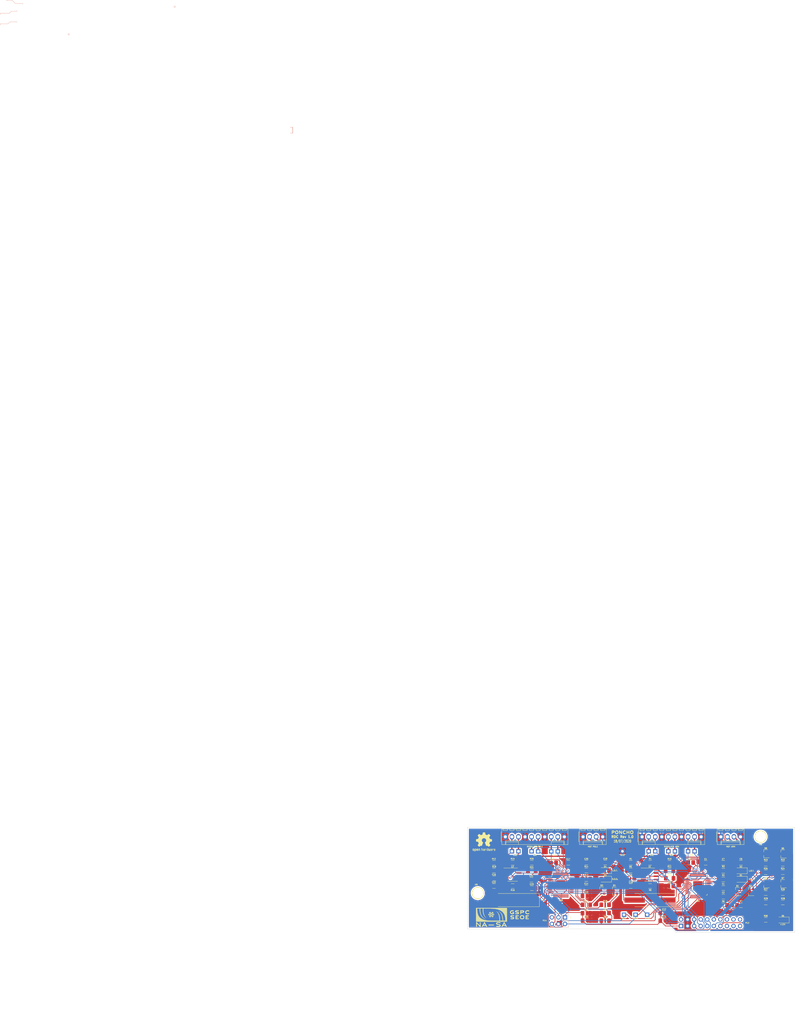
<source format=kicad_pcb>
(kicad_pcb (version 20171130) (host pcbnew 5.1.6-c6e7f7d~86~ubuntu16.04.1)
  (layers (0 F.Cu mixed) (31 B.Cu mixed) (34 B.Paste user) (35 F.Paste user) (36 B.SilkS user) (37 F.SilkS user) (38 B.Mask user) (39 F.Mask user) (44 Edge.Cuts user))
  (net 0 "")
  (net 1 +3V3)
  (net 2 GND)
  (net 3 /GPIO/GPIO2)
  (net 4 +5V)
  (net 5 "Net-(AD1-Pad7)")
  (net 6 "Net-(AD1-Pad8)")
  (net 7 /GPIO/GPIO1)
  (net 8 "/RDC ARM/MISO")
  (net 9 "/RDC ARM/MOSI")
  (net 10 /GPIO/SPI_SCK)
  (net 11 /GPIO/GPIO0)
  (net 12 "Net-(AD1-Pad34)")
  (net 13 "Net-(AD1-Pad35)")
  (net 14 "/RDC ARM/EXC")
  (net 15 "/RDC ARM/~EXC")
  (net 16 "/RDC ARM/SIN")
  (net 17 "/RDC ARM/SINLO")
  (net 18 "/RDC ARM/COSLO")
  (net 19 "/RDC ARM/COS")
  (net 20 "Net-(AD1-Pad46)")
  (net 21 "Net-(AD2-Pad46)")
  (net 22 "/RDC POLE/COS")
  (net 23 "/RDC POLE/COSLO")
  (net 24 "/RDC POLE/SINLO")
  (net 25 "/RDC POLE/SIN")
  (net 26 "/RDC POLE/~EXC")
  (net 27 "/RDC POLE/EXC")
  (net 28 "Net-(AD2-Pad35)")
  (net 29 "Net-(AD2-Pad34)")
  (net 30 "Net-(AD2-Pad8)")
  (net 31 "Net-(AD2-Pad7)")
  (net 32 /GPIO/GPIO3)
  (net 33 +12V)
  (net 34 "Net-(D1-Pad1)")
  (net 35 "Net-(D1-Pad2)")
  (net 36 "Net-(D2-Pad2)")
  (net 37 "Net-(D2-Pad1)")
  (net 38 "Net-(D3-Pad1)")
  (net 39 "Net-(D3-Pad2)")
  (net 40 "Net-(D4-Pad2)")
  (net 41 "Net-(D4-Pad1)")
  (net 42 "Net-(Q1-Pad1)")
  (net 43 "Net-(Q2-Pad1)")
  (net 44 "Net-(Q3-Pad1)")
  (net 45 "Net-(Q4-Pad1)")
  (net 46 "Net-(C3-Pad1)")
  (net 47 "Net-(C3-Pad2)")
  (net 48 "Net-(C11-Pad2)")
  (net 49 "Net-(C11-Pad1)")
  (net 50 "Net-(C16-Pad1)")
  (net 51 "Net-(C16-Pad2)")
  (net 52 "Net-(C23-Pad1)")
  (net 53 "Net-(C23-Pad2)")
  (net 54 "Net-(R4-Pad1)")
  (net 55 "Net-(R15-Pad1)")
  (net 56 "Net-(AD1-Pad3)")
  (net 57 "Net-(AD1-Pad14)")
  (net 58 "Net-(AD1-Pad15)")
  (net 59 "Net-(AD1-Pad16)")
  (net 60 "Net-(AD1-Pad17)")
  (net 61 "Net-(AD1-Pad20)")
  (net 62 "Net-(AD1-Pad21)")
  (net 63 "Net-(AD1-Pad22)")
  (net 64 "Net-(AD1-Pad23)")
  (net 65 "Net-(AD1-Pad24)")
  (net 66 "Net-(AD1-Pad25)")
  (net 67 "Net-(AD1-Pad26)")
  (net 68 "Net-(AD1-Pad27)")
  (net 69 "Net-(AD1-Pad28)")
  (net 70 "Net-(AD1-Pad29)")
  (net 71 "Net-(AD1-Pad30)")
  (net 72 "Net-(AD1-Pad31)")
  (net 73 "Net-(AD1-Pad32)")
  (net 74 "Net-(AD1-Pad47)")
  (net 75 "Net-(AD2-Pad3)")
  (net 76 "Net-(AD2-Pad14)")
  (net 77 "Net-(AD2-Pad15)")
  (net 78 "Net-(AD2-Pad16)")
  (net 79 "Net-(AD2-Pad17)")
  (net 80 "Net-(AD2-Pad20)")
  (net 81 "Net-(AD2-Pad21)")
  (net 82 "Net-(AD2-Pad22)")
  (net 83 "Net-(AD2-Pad23)")
  (net 84 "Net-(AD2-Pad24)")
  (net 85 "Net-(AD2-Pad25)")
  (net 86 "Net-(AD2-Pad26)")
  (net 87 "Net-(AD2-Pad27)")
  (net 88 "Net-(AD2-Pad28)")
  (net 89 "Net-(AD2-Pad29)")
  (net 90 "Net-(AD2-Pad30)")
  (net 91 "Net-(AD2-Pad31)")
  (net 92 "Net-(AD2-Pad32)")
  (net 93 "Net-(AD2-Pad47)")
  (net 94 /GPIO/GPIO4)
  (net 95 /GPIO/GPIO5)
  (net 96 /GPIO/GPIO6)
  (net 97 /GPIO/GPIO7)
  (net 98 /GPIO/GPIO8)
  (net 99 /GPIO/GPIO9)
  (net 100 /GPIO/GPIO10)
  (net 101 /GPIO/GPIO11)
  (net 102 /GPIO/GPIO12)
  (net 103 /GPIO/GPIO13)
  (net 104 /GPIO/SPI_CS)
  (net 105 "Net-(Q5-Pad1)")
  (net 106 "Net-(Q6-Pad1)")
  (net 107 "Net-(Q7-Pad1)")
  (net 108 "Net-(Q8-Pad1)")
  (net 109 "Net-(D5-Pad2)")
  (net 110 "Net-(J3-Pad3)")
  (net 111 "Net-(J3-Pad2)")
  (net 112 "Net-(J4-Pad3)")
  (net 113 "Net-(J4-Pad2)")
  (module Symbol:OSHW-Logo2_9.8x8mm_SilkScreen (layer F.Cu) (at 164.776 105.865001)
    (fp_text reference REF** hide)
    (fp_text value OSHW-Logo2_9.8x8mm_SilkScreen hide)
  )
  (module TestPoint:TestPoint_reducido (layer F.Cu) (at 218.376 109.465)
    (fp_text reference TP16 hide)
    (fp_text value TPGND hide)
    (pad 1 thru_hole rect (at 0 0) (size 1.7 1.7) (drill 1) (layers *.Cu *.Mask) (net 2 GND))
  )
  (module TestPoint:TestPoint_reducido (layer F.Cu) (at 178.116 109.453)
    (fp_text reference TP15 hide)
    (fp_text value TPEXCLOPOLE hide)
    (pad 1 thru_hole rect (at 0 0) (size 1.7 1.7) (drill 1) (layers *.Cu *.Mask) (net 52 "Net-(C23-Pad1)"))
  )
  (module TestPoint:TestPoint_reducido (layer F.Cu) (at 175.576 109.453)
    (fp_text reference TP14 hide)
    (fp_text value TPEXCPOLE hide)
    (pad 1 thru_hole rect (at 0 0) (size 1.7 1.7) (drill 1) (layers *.Cu *.Mask) (net 50 "Net-(C16-Pad1)"))
  )
  (module TestPoint:TestPoint_reducido (layer F.Cu) (at 183.196 109.453)
    (fp_text reference TP13 hide)
    (fp_text value TPSINPOLE hide)
    (pad 1 thru_hole rect (at 0 0) (size 1.7 1.7) (drill 1) (layers *.Cu *.Mask) (net 25 "/RDC POLE/SIN"))
  )
  (module TestPoint:TestPoint_reducido (layer F.Cu) (at 185.736 109.508)
    (fp_text reference TP12 hide)
    (fp_text value TPSINLOPOLE hide)
    (pad 1 thru_hole rect (at 0 0) (size 1.7 1.7) (drill 1) (layers *.Cu *.Mask) (net 24 "/RDC POLE/SINLO"))
  )
  (module TestPoint:TestPoint_reducido (layer F.Cu) (at 193.356 109.508)
    (fp_text reference TP11 hide)
    (fp_text value TPCOSLOPOLE hide)
    (pad 1 thru_hole rect (at 0 0) (size 1.7 1.7) (drill 1) (layers *.Cu *.Mask) (net 23 "/RDC POLE/COSLO"))
  )
  (module TestPoint:TestPoint_reducido (layer F.Cu) (at 190.816 109.508)
    (fp_text reference TP10 hide)
    (fp_text value TPCOSPOLE hide)
    (pad 1 thru_hole rect (at 0 0) (size 1.7 1.7) (drill 1) (layers *.Cu *.Mask) (net 22 "/RDC POLE/COS"))
  )
  (module TestPoint:TestPoint_reducido (layer F.Cu) (at 231.056 109.453)
    (fp_text reference TP9 hide)
    (fp_text value TPEXCLOARM hide)
    (pad 1 thru_hole rect (at 0 0) (size 1.7 1.7) (drill 1) (layers *.Cu *.Mask) (net 49 "Net-(C11-Pad1)"))
  )
  (module TestPoint:TestPoint_reducido (layer F.Cu) (at 228.516 109.453)
    (fp_text reference TP8 hide)
    (fp_text value TPEXCARM hide)
    (pad 1 thru_hole rect (at 0 0) (size 1.7 1.7) (drill 1) (layers *.Cu *.Mask) (net 46 "Net-(C3-Pad1)"))
  )
  (module TestPoint:TestPoint_reducido (layer F.Cu) (at 236.136 109.453)
    (fp_text reference TP7 hide)
    (fp_text value TPSINARM hide)
    (pad 1 thru_hole rect (at 0 0) (size 1.7 1.7) (drill 1) (layers *.Cu *.Mask) (net 16 "/RDC ARM/SIN"))
  )
  (module TestPoint:TestPoint_reducido (layer F.Cu) (at 238.676 109.453)
    (fp_text reference TP6 hide)
    (fp_text value TPSINLOARM hide)
    (pad 1 thru_hole rect (at 0 0) (size 1.7 1.7) (drill 1) (layers *.Cu *.Mask) (net 17 "/RDC ARM/SINLO"))
  )
  (module TestPoint:TestPoint_reducido (layer F.Cu) (at 246.296 109.453)
    (fp_text reference TP5 hide)
    (fp_text value TPCOSLOARM hide)
    (pad 1 thru_hole rect (at 0 0) (size 1.7 1.7) (drill 1) (layers *.Cu *.Mask) (net 18 "/RDC ARM/COSLO"))
  )
  (module TestPoint:TestPoint_reducido (layer F.Cu) (at 243.756 109.453)
    (fp_text reference TP4 hide)
    (fp_text value TPCOSARM hide)
    (pad 1 thru_hole rect (at 0 0) (size 1.7 1.7) (drill 1) (layers *.Cu *.Mask) (net 19 "/RDC ARM/COS"))
  )
  (module TestPoint:TestPoint_reducido (layer F.Cu) (at 227.94 133.995)
    (fp_text reference TP3 hide)
    (fp_text value TP_MISO hide)
    (pad 1 thru_hole rect (at 0 0) (size 1.7 1.7) (drill 1) (layers *.Cu *.Mask) (net 8 "/RDC ARM/MISO"))
  )
  (module TestPoint:TestPoint_reducido (layer F.Cu) (at 223.455 133.995)
    (fp_text reference TP2 hide)
    (fp_text value TP_MOSI hide)
    (pad 1 thru_hole rect (at 0 0) (size 1.7 1.7) (drill 1) (layers *.Cu *.Mask) (net 9 "/RDC ARM/MOSI"))
  )
  (module TestPoint:TestPoint_reducido (layer F.Cu) (at 218.97 133.995)
    (fp_text reference TP1 hide)
    (fp_text value TP_SCK hide)
    (pad 1 thru_hole rect (at 0 0) (size 1.7 1.7) (drill 1) (layers *.Cu *.Mask) (net 10 /GPIO/SPI_SCK))
  )
  (module Capacitor_SMD:C_1206_3216Metric_Pad1.42x1.75mm_HandSolder (layer F.Cu) (at 191.198 113.835 180)
    (fp_text reference C18 (at 0.022 1.469999) (layer F.SilkS) (effects (font (size 0.52 0.52) (thickness 0.12))))
    (fp_text value 10µ)
    (pad 2 smd roundrect (at 1.4875 0 180) (size 1.425 1.75) (layers F.Cu F.Paste F.Mask) (roundrect_rratio 0.175439) (net 2 GND))
    (pad 1 smd roundrect (at -1.4875 0 180) (size 1.425 1.75) (layers F.Cu F.Paste F.Mask) (roundrect_rratio 0.175439) (net 21 "Net-(AD2-Pad46)"))
  )
  (module Capacitor_SMD:C_1206_3216Metric_Pad1.42x1.75mm_HandSolder (layer F.Cu) (at 244.288 113.835 180)
    (fp_text reference C5 (at 0.012 1.469999) (layer F.SilkS) (effects (font (size 0.52 0.52) (thickness 0.12))))
    (fp_text value 10µ)
    (pad 2 smd roundrect (at 1.4875 0 180) (size 1.425 1.75) (layers F.Cu F.Paste F.Mask) (roundrect_rratio 0.175439) (net 2 GND))
    (pad 1 smd roundrect (at -1.4875 0 180) (size 1.425 1.75) (layers F.Cu F.Paste F.Mask) (roundrect_rratio 0.175439) (net 20 "Net-(AD1-Pad46)"))
  )
  (module Resistor_SMD:R_1206_3216Metric_Pad1.42x1.75mm_HandSolder (layer F.Cu) (at 273.84 136.005)
    (fp_text reference R30 (at 0 -1.54) (layer F.SilkS) (effects (font (size 0.52 0.52) (thickness 0.12))))
    (fp_text value 560)
    (pad 2 smd roundrect (at 1.4875 0) (size 1.425 1.75) (layers F.Cu F.Paste F.Mask) (roundrect_rratio 0.175439) (net 109 "Net-(D5-Pad2)"))
    (pad 1 smd roundrect (at -1.4875 0) (size 1.425 1.75) (layers F.Cu F.Paste F.Mask) (roundrect_rratio 0.175439) (net 33 +12V))
  )
  (module LED_SMD:LED_1206_3216Metric_Pad1.42x1.75mm_HandSolder (layer F.Cu) (at 280.452 136.055 180)
    (fp_text reference D5 (at -0.024 1.59) (layer F.SilkS) (effects (font (size 0.52 0.52) (thickness 0.12))))
    (fp_text value LED)
    (pad 2 smd roundrect (at 1.4875 0 180) (size 1.425 1.75) (layers F.Cu F.Paste F.Mask) (roundrect_rratio 0.175439) (net 109 "Net-(D5-Pad2)"))
    (pad 1 smd roundrect (at -1.4875 0 180) (size 1.425 1.75) (layers F.Cu F.Paste F.Mask) (roundrect_rratio 0.175439) (net 2 GND))
  )
  (module SM13:logo_nasa (layer F.Cu) (at 161.676 131.365001)
    (fp_text reference LOGO hide)
    (fp_text value "" (at 0 0) (layer F.SilkS) (effects (font (size 0.52 0.52) (thickness 0.12))))
  )
  (module Connector_Molex:Molex_KK-254_AE-6410-04A_1x04_P2.54mm_Vertical (layer F.Cu) (at 203.116 103.865)
    (fp_text reference J4 hide)
    (fp_text value "MOT POLE" (at 3.81 3.800001 180) (layer F.SilkS) (effects (font (size 0.52 0.52) (thickness 0.12))))
    (pad 4 thru_hole oval (at 7.62 0) (size 1.74 2.19) (drill 1.19) (layers *.Cu *.Mask) (net 2 GND))
    (pad 3 thru_hole oval (at 5.08 0) (size 1.74 2.19) (drill 1.19) (layers *.Cu *.Mask) (net 112 "Net-(J4-Pad3)"))
    (pad 2 thru_hole oval (at 2.54 0) (size 1.74 2.19) (drill 1.19) (layers *.Cu *.Mask) (net 113 "Net-(J4-Pad2)"))
    (pad 1 thru_hole roundrect (at 0 0) (size 1.74 2.19) (drill 1.19) (layers *.Cu *.Mask) (roundrect_rratio 0.143678) (net 2 GND))
  )
  (module Connector_Molex:Molex_KK-254_AE-6410-04A_1x04_P2.54mm_Vertical (layer F.Cu) (at 256.456 103.865)
    (fp_text reference J3 hide)
    (fp_text value "MOT ARM" (at 3.81 3.800001 180) (layer F.SilkS) (effects (font (size 0.52 0.52) (thickness 0.12))))
    (pad 4 thru_hole oval (at 7.62 0) (size 1.74 2.19) (drill 1.19) (layers *.Cu *.Mask) (net 2 GND))
    (pad 3 thru_hole oval (at 5.08 0) (size 1.74 2.19) (drill 1.19) (layers *.Cu *.Mask) (net 110 "Net-(J3-Pad3)"))
    (pad 2 thru_hole oval (at 2.54 0) (size 1.74 2.19) (drill 1.19) (layers *.Cu *.Mask) (net 111 "Net-(J3-Pad2)"))
    (pad 1 thru_hole roundrect (at 0 0) (size 1.74 2.19) (drill 1.19) (layers *.Cu *.Mask) (roundrect_rratio 0.143678) (net 2 GND))
  )
  (module Connector_Molex:Molex_KK-254_AE-6410-10A_1x10_P2.54mm_Vertical (layer F.Cu) (at 173.036 103.865)
    (fp_text reference J2 hide)
    (fp_text value "RESOLVER POLE" (at 11.43 3.800001 180) (layer F.SilkS) (effects (font (size 0.52 0.52) (thickness 0.12))))
    (pad 10 thru_hole oval (at 22.86 0) (size 1.74 2.19) (drill 1.19) (layers *.Cu *.Mask) (net 2 GND))
    (pad 9 thru_hole oval (at 20.32 0) (size 1.74 2.19) (drill 1.19) (layers *.Cu *.Mask) (net 23 "/RDC POLE/COSLO"))
    (pad 8 thru_hole oval (at 17.78 0) (size 1.74 2.19) (drill 1.19) (layers *.Cu *.Mask) (net 22 "/RDC POLE/COS"))
    (pad 7 thru_hole oval (at 15.24 0) (size 1.74 2.19) (drill 1.19) (layers *.Cu *.Mask) (net 2 GND))
    (pad 6 thru_hole oval (at 12.7 0) (size 1.74 2.19) (drill 1.19) (layers *.Cu *.Mask) (net 24 "/RDC POLE/SINLO"))
    (pad 5 thru_hole oval (at 10.16 0) (size 1.74 2.19) (drill 1.19) (layers *.Cu *.Mask) (net 25 "/RDC POLE/SIN"))
    (pad 4 thru_hole oval (at 7.62 0) (size 1.74 2.19) (drill 1.19) (layers *.Cu *.Mask) (net 2 GND))
    (pad 3 thru_hole oval (at 5.08 0) (size 1.74 2.19) (drill 1.19) (layers *.Cu *.Mask) (net 52 "Net-(C23-Pad1)"))
    (pad 2 thru_hole oval (at 2.54 0) (size 1.74 2.19) (drill 1.19) (layers *.Cu *.Mask) (net 50 "Net-(C16-Pad1)"))
    (pad 1 thru_hole roundrect (at 0 0) (size 1.74 2.19) (drill 1.19) (layers *.Cu *.Mask) (roundrect_rratio 0.143678) (net 2 GND))
  )
  (module Connector_Molex:Molex_KK-254_AE-6410-10A_1x10_P2.54mm_Vertical (layer F.Cu) (at 225.976 103.865)
    (fp_text reference J1 hide)
    (fp_text value "RESOLVER ARM" (at 11.4 3.800001 180) (layer F.SilkS) (effects (font (size 0.52 0.52) (thickness 0.12))))
    (pad 10 thru_hole oval (at 22.86 0) (size 1.74 2.19) (drill 1.19) (layers *.Cu *.Mask) (net 2 GND))
    (pad 9 thru_hole oval (at 20.32 0) (size 1.74 2.19) (drill 1.19) (layers *.Cu *.Mask) (net 18 "/RDC ARM/COSLO"))
    (pad 8 thru_hole oval (at 17.78 0) (size 1.74 2.19) (drill 1.19) (layers *.Cu *.Mask) (net 19 "/RDC ARM/COS"))
    (pad 7 thru_hole oval (at 15.24 0) (size 1.74 2.19) (drill 1.19) (layers *.Cu *.Mask) (net 2 GND))
    (pad 6 thru_hole oval (at 12.7 0) (size 1.74 2.19) (drill 1.19) (layers *.Cu *.Mask) (net 17 "/RDC ARM/SINLO"))
    (pad 5 thru_hole oval (at 10.16 0) (size 1.74 2.19) (drill 1.19) (layers *.Cu *.Mask) (net 16 "/RDC ARM/SIN"))
    (pad 4 thru_hole oval (at 7.62 0) (size 1.74 2.19) (drill 1.19) (layers *.Cu *.Mask) (net 2 GND))
    (pad 3 thru_hole oval (at 5.08 0) (size 1.74 2.19) (drill 1.19) (layers *.Cu *.Mask) (net 49 "Net-(C11-Pad1)"))
    (pad 2 thru_hole oval (at 2.54 0) (size 1.74 2.19) (drill 1.19) (layers *.Cu *.Mask) (net 46 "Net-(C3-Pad1)"))
    (pad 1 thru_hole roundrect (at 0 0) (size 1.74 2.19) (drill 1.19) (layers *.Cu *.Mask) (roundrect_rratio 0.143678) (net 2 GND))
  )
  (module Resistor_SMD:R_1206_3216Metric_Pad1.42x1.75mm_HandSolder (layer F.Cu) (at 273.84 129.27 180)
    (fp_text reference R29 (at -0.03 1.53) (layer F.SilkS) (effects (font (size 0.52 0.52) (thickness 0.12))))
    (fp_text value 10K)
    (pad 2 smd roundrect (at 1.4875 0 180) (size 1.425 1.75) (layers F.Cu F.Paste F.Mask) (roundrect_rratio 0.175439) (net 97 /GPIO/GPIO7))
    (pad 1 smd roundrect (at -1.4875 0 180) (size 1.425 1.75) (layers F.Cu F.Paste F.Mask) (roundrect_rratio 0.175439) (net 108 "Net-(Q8-Pad1)"))
  )
  (module Resistor_SMD:R_1206_3216Metric_Pad1.42x1.75mm_HandSolder (layer F.Cu) (at 280.452 129.27 180)
    (fp_text reference R28 (at -0.03 1.53) (layer F.SilkS) (effects (font (size 0.52 0.52) (thickness 0.12))))
    (fp_text value 10K)
    (pad 2 smd roundrect (at 1.4875 0 180) (size 1.425 1.75) (layers F.Cu F.Paste F.Mask) (roundrect_rratio 0.175439) (net 96 /GPIO/GPIO6))
    (pad 1 smd roundrect (at -1.4875 0 180) (size 1.425 1.75) (layers F.Cu F.Paste F.Mask) (roundrect_rratio 0.175439) (net 107 "Net-(Q7-Pad1)"))
  )
  (module Resistor_SMD:R_1206_3216Metric_Pad1.42x1.75mm_HandSolder (layer F.Cu) (at 273.84 125.626 180)
    (fp_text reference R27 (at 0 1.47) (layer F.SilkS) (effects (font (size 0.52 0.52) (thickness 0.12))))
    (fp_text value 1K)
    (pad 2 smd roundrect (at 1.4875 0 180) (size 1.425 1.75) (layers F.Cu F.Paste F.Mask) (roundrect_rratio 0.175439) (net 113 "Net-(J4-Pad2)"))
    (pad 1 smd roundrect (at -1.4875 0 180) (size 1.425 1.75) (layers F.Cu F.Paste F.Mask) (roundrect_rratio 0.175439) (net 4 +5V))
  )
  (module Resistor_SMD:R_1206_3216Metric_Pad1.42x1.75mm_HandSolder (layer F.Cu) (at 280.452 125.626 180)
    (fp_text reference R26 (at 0 1.47) (layer F.SilkS) (effects (font (size 0.52 0.52) (thickness 0.12))))
    (fp_text value 1K)
    (pad 2 smd roundrect (at 1.4875 0 180) (size 1.425 1.75) (layers F.Cu F.Paste F.Mask) (roundrect_rratio 0.175439) (net 112 "Net-(J4-Pad3)"))
    (pad 1 smd roundrect (at -1.4875 0 180) (size 1.425 1.75) (layers F.Cu F.Paste F.Mask) (roundrect_rratio 0.175439) (net 4 +5V))
  )
  (module Resistor_SMD:R_1206_3216Metric_Pad1.42x1.75mm_HandSolder (layer F.Cu) (at 273.84 117.588 180)
    (fp_text reference R25 (at 0.02 1.45) (layer F.SilkS) (effects (font (size 0.52 0.52) (thickness 0.12))))
    (fp_text value 10K)
    (pad 2 smd roundrect (at 1.4875 0 180) (size 1.425 1.75) (layers F.Cu F.Paste F.Mask) (roundrect_rratio 0.175439) (net 95 /GPIO/GPIO5))
    (pad 1 smd roundrect (at -1.4875 0 180) (size 1.425 1.75) (layers F.Cu F.Paste F.Mask) (roundrect_rratio 0.175439) (net 106 "Net-(Q6-Pad1)"))
  )
  (module Resistor_SMD:R_1206_3216Metric_Pad1.42x1.75mm_HandSolder (layer F.Cu) (at 280.452 117.552 180)
    (fp_text reference R24 (at 0.02 1.45) (layer F.SilkS) (effects (font (size 0.52 0.52) (thickness 0.12))))
    (fp_text value 10K)
    (pad 2 smd roundrect (at 1.4875 0 180) (size 1.425 1.75) (layers F.Cu F.Paste F.Mask) (roundrect_rratio 0.175439) (net 94 /GPIO/GPIO4))
    (pad 1 smd roundrect (at -1.4875 0 180) (size 1.425 1.75) (layers F.Cu F.Paste F.Mask) (roundrect_rratio 0.175439) (net 105 "Net-(Q5-Pad1)"))
  )
  (module Resistor_SMD:R_1206_3216Metric_Pad1.42x1.75mm_HandSolder (layer F.Cu) (at 273.84 114.286 180)
    (fp_text reference R23 (at 0 1.51) (layer F.SilkS) (effects (font (size 0.52 0.52) (thickness 0.12))))
    (fp_text value 1K)
    (pad 2 smd roundrect (at 1.4875 0 180) (size 1.425 1.75) (layers F.Cu F.Paste F.Mask) (roundrect_rratio 0.175439) (net 111 "Net-(J3-Pad2)"))
    (pad 1 smd roundrect (at -1.4875 0 180) (size 1.425 1.75) (layers F.Cu F.Paste F.Mask) (roundrect_rratio 0.175439) (net 4 +5V))
  )
  (module Resistor_SMD:R_1206_3216Metric_Pad1.42x1.75mm_HandSolder (layer F.Cu) (at 280.452 114.286 180)
    (fp_text reference R22 (at 0 1.51) (layer F.SilkS) (effects (font (size 0.52 0.52) (thickness 0.12))))
    (fp_text value 1K)
    (pad 2 smd roundrect (at 1.4875 0 180) (size 1.425 1.75) (layers F.Cu F.Paste F.Mask) (roundrect_rratio 0.175439) (net 110 "Net-(J3-Pad3)"))
    (pad 1 smd roundrect (at -1.4875 0 180) (size 1.425 1.75) (layers F.Cu F.Paste F.Mask) (roundrect_rratio 0.175439) (net 4 +5V))
  )
  (module Package_TO_SOT_SMD:SOT-23 (layer F.Cu) (at 273.84 122 180)
    (fp_text reference Q8 (at -0.02 2.2) (layer F.SilkS) (effects (font (size 0.52 0.52) (thickness 0.12))))
    (fp_text value BC817)
    (pad 3 smd rect (at 1 0 180) (size 0.9 0.8) (layers F.Cu F.Paste F.Mask) (net 113 "Net-(J4-Pad2)"))
    (pad 2 smd rect (at -1 0.95 180) (size 0.9 0.8) (layers F.Cu F.Paste F.Mask) (net 2 GND))
    (pad 1 smd rect (at -1 -0.95 180) (size 0.9 0.8) (layers F.Cu F.Paste F.Mask) (net 108 "Net-(Q8-Pad1)"))
  )
  (module Package_TO_SOT_SMD:SOT-23 (layer F.Cu) (at 280.452 122 180)
    (fp_text reference Q7 (at -0.02 2.2) (layer F.SilkS) (effects (font (size 0.52 0.52) (thickness 0.12))))
    (fp_text value BC817)
    (pad 3 smd rect (at 1 0 180) (size 0.9 0.8) (layers F.Cu F.Paste F.Mask) (net 112 "Net-(J4-Pad3)"))
    (pad 2 smd rect (at -1 0.95 180) (size 0.9 0.8) (layers F.Cu F.Paste F.Mask) (net 2 GND))
    (pad 1 smd rect (at -1 -0.95 180) (size 0.9 0.8) (layers F.Cu F.Paste F.Mask) (net 107 "Net-(Q7-Pad1)"))
  )
  (module Package_TO_SOT_SMD:SOT-23 (layer F.Cu) (at 273.84 110.41 180)
    (fp_text reference Q6 (at -0.02 2.14) (layer F.SilkS) (effects (font (size 0.52 0.52) (thickness 0.12))))
    (fp_text value BC817)
    (pad 3 smd rect (at 1 0 180) (size 0.9 0.8) (layers F.Cu F.Paste F.Mask) (net 111 "Net-(J3-Pad2)"))
    (pad 2 smd rect (at -1 0.95 180) (size 0.9 0.8) (layers F.Cu F.Paste F.Mask) (net 2 GND))
    (pad 1 smd rect (at -1 -0.95 180) (size 0.9 0.8) (layers F.Cu F.Paste F.Mask) (net 106 "Net-(Q6-Pad1)"))
  )
  (module Package_TO_SOT_SMD:SOT-23 (layer F.Cu) (at 280.452 110.476 180)
    (fp_text reference Q5 (at -0.02 2.14) (layer F.SilkS) (effects (font (size 0.52 0.52) (thickness 0.12))))
    (fp_text value BC817)
    (pad 3 smd rect (at 1 0 180) (size 0.9 0.8) (layers F.Cu F.Paste F.Mask) (net 110 "Net-(J3-Pad3)"))
    (pad 2 smd rect (at -1 0.95 180) (size 0.9 0.8) (layers F.Cu F.Paste F.Mask) (net 2 GND))
    (pad 1 smd rect (at -1 -0.95 180) (size 0.9 0.8) (layers F.Cu F.Paste F.Mask) (net 105 "Net-(Q5-Pad1)"))
  )
  (module Capacitor_SMD:C_1206_3216Metric_Pad1.42x1.75mm_HandSolder (layer F.Cu) (at 211.73 113.8)
    (fp_text reference C19 (at 0 -1.47) (layer F.SilkS) (effects (font (size 0.52 0.52) (thickness 0.12))))
    (fp_text value 10n)
    (pad 2 smd roundrect (at 1.4875 0) (size 1.425 1.75) (layers F.Cu F.Paste F.Mask) (roundrect_rratio 0.175439) (net 4 +5V))
    (pad 1 smd roundrect (at -1.4875 0) (size 1.425 1.75) (layers F.Cu F.Paste F.Mask) (roundrect_rratio 0.175439) (net 2 GND))
  )
  (module Capacitor_SMD:C_1206_3216Metric_Pad1.42x1.75mm_HandSolder (layer F.Cu) (at 204.376 113.828)
    (fp_text reference C20 (at 0 -1.45) (layer F.SilkS) (effects (font (size 0.52 0.52) (thickness 0.12))))
    (fp_text value 4,7µ)
    (pad 2 smd roundrect (at 1.4875 0) (size 1.425 1.75) (layers F.Cu F.Paste F.Mask) (roundrect_rratio 0.175439) (net 2 GND))
    (pad 1 smd roundrect (at -1.4875 0) (size 1.425 1.75) (layers F.Cu F.Paste F.Mask) (roundrect_rratio 0.175439) (net 4 +5V))
  )
  (module Resistor_SMD:R_1206_3216Metric_Pad1.42x1.75mm_HandSolder (layer F.Cu) (at 204.386 130.155 180)
    (fp_text reference R17 (at 0 1.48) (layer F.SilkS) (effects (font (size 0.52 0.52) (thickness 0.12))))
    (fp_text value 1K)
    (pad 1 smd roundrect (at -1.4875 0 180) (size 1.425 1.75) (layers F.Cu F.Paste F.Mask) (roundrect_rratio 0.175439) (net 44 "Net-(Q3-Pad1)"))
    (pad 2 smd roundrect (at 1.4875 0 180) (size 1.425 1.75) (layers F.Cu F.Paste F.Mask) (roundrect_rratio 0.175439) (net 28 "Net-(AD2-Pad35)"))
  )
  (module Resistor_SMD:R_1206_3216Metric_Pad1.42x1.75mm_HandSolder (layer F.Cu) (at 211.686 136.318)
    (fp_text reference R8 (at 0.014 -1.468) (layer F.SilkS) (effects (font (size 0.52 0.52) (thickness 0.12))))
    (fp_text value 10K)
    (pad 1 smd roundrect (at -1.4875 0) (size 1.425 1.75) (layers F.Cu F.Paste F.Mask) (roundrect_rratio 0.175439) (net 1 +3V3))
    (pad 2 smd roundrect (at 1.4875 0) (size 1.425 1.75) (layers F.Cu F.Paste F.Mask) (roundrect_rratio 0.175439) (net 11 /GPIO/GPIO0))
  )
  (module Resistor_SMD:R_1206_3216Metric_Pad1.42x1.75mm_HandSolder (layer F.Cu) (at 257.405 117.005)
    (fp_text reference R3 (at 0 -1.6) (layer F.SilkS) (effects (font (size 0.52 0.52) (thickness 0.12))))
    (fp_text value 120)
    (pad 1 smd roundrect (at -1.4875 0) (size 1.425 1.75) (layers F.Cu F.Paste F.Mask) (roundrect_rratio 0.175439) (net 4 +5V))
    (pad 2 smd roundrect (at 1.4875 0) (size 1.425 1.75) (layers F.Cu F.Paste F.Mask) (roundrect_rratio 0.175439) (net 36 "Net-(D2-Pad2)"))
  )
  (module Capacitor_SMD:C_1206_3216Metric_Pad1.42x1.75mm_HandSolder (layer F.Cu) (at 257.405 123.68)
    (fp_text reference C1 (at 0 -1.6) (layer F.SilkS) (effects (font (size 0.52 0.52) (thickness 0.12))))
    (fp_text value 4,7µ)
    (pad 1 smd roundrect (at -1.4875 0) (size 1.425 1.75) (layers F.Cu F.Paste F.Mask) (roundrect_rratio 0.175439) (net 4 +5V))
    (pad 2 smd roundrect (at 1.4875 0) (size 1.425 1.75) (layers F.Cu F.Paste F.Mask) (roundrect_rratio 0.175439) (net 2 GND))
  )
  (module Resistor_SMD:R_1206_3216Metric_Pad1.42x1.75mm_HandSolder (layer F.Cu) (at 264.252 130.355 180)
    (fp_text reference R7 (at 0 1.56) (layer F.SilkS) (effects (font (size 0.52 0.52) (thickness 0.12))))
    (fp_text value 1K)
    (pad 2 smd roundrect (at 1.4875 0 180) (size 1.425 1.75) (layers F.Cu F.Paste F.Mask) (roundrect_rratio 0.175439) (net 12 "Net-(AD1-Pad34)"))
    (pad 1 smd roundrect (at -1.4875 0 180) (size 1.425 1.75) (layers F.Cu F.Paste F.Mask) (roundrect_rratio 0.175439) (net 43 "Net-(Q2-Pad1)"))
  )
  (module Package_QFP:LQFP-48-1EP_7x7mm_P0.5mm_EP3.6x3.6mm (layer F.Cu) (at 247.588 122.815)
    (fp_text reference AD1 (at 0.02 5.91) (layer F.SilkS) (effects (font (size 0.52 0.52) (thickness 0.12))))
    (fp_text value AD2S1210)
    (pad 1 smd roundrect (at -4.1625 -2.75) (size 1.475 0.3) (layers F.Cu F.Paste F.Mask) (net 1 +3V3))
    (pad 2 smd roundrect (at -4.1625 -2.25) (size 1.475 0.3) (layers F.Cu F.Paste F.Mask) (net 2 GND))
    (pad 3 smd roundrect (at -4.1625 -1.75) (size 1.475 0.3) (layers F.Cu F.Paste F.Mask) (net 56 "Net-(AD1-Pad3)"))
    (pad 4 smd roundrect (at -4.1625 -1.25) (size 1.475 0.3) (layers F.Cu F.Paste F.Mask) (net 3 /GPIO/GPIO2))
    (pad 5 smd roundrect (at -4.1625 -0.75) (size 1.475 0.3) (layers F.Cu F.Paste F.Mask) (net 2 GND))
    (pad 6 smd roundrect (at -4.1625 -0.25) (size 1.475 0.3) (layers F.Cu F.Paste F.Mask) (net 4 +5V))
    (pad 7 smd roundrect (at -4.1625 0.25) (size 1.475 0.3) (layers F.Cu F.Paste F.Mask) (net 5 "Net-(AD1-Pad7)"))
    (pad 8 smd roundrect (at -4.1625 0.75) (size 1.475 0.3) (layers F.Cu F.Paste F.Mask) (net 6 "Net-(AD1-Pad8)"))
    (pad 9 smd roundrect (at -4.1625 1.25) (size 1.475 0.3) (layers F.Cu F.Paste F.Mask) (net 2 GND))
    (pad 10 smd roundrect (at -4.1625 1.75) (size 1.475 0.3) (layers F.Cu F.Paste F.Mask) (net 7 /GPIO/GPIO1))
    (pad 11 smd roundrect (at -4.1625 2.25) (size 1.475 0.3) (layers F.Cu F.Paste F.Mask) (net 8 "/RDC ARM/MISO"))
    (pad 12 smd roundrect (at -4.1625 2.75) (size 1.475 0.3) (layers F.Cu F.Paste F.Mask) (net 9 "/RDC ARM/MOSI"))
    (pad 13 smd roundrect (at -2.75 4.1625) (size 0.3 1.475) (layers F.Cu F.Paste F.Mask) (net 10 /GPIO/SPI_SCK))
    (pad 14 smd roundrect (at -2.25 4.1625) (size 0.3 1.475) (layers F.Cu F.Paste F.Mask) (net 57 "Net-(AD1-Pad14)"))
    (pad 15 smd roundrect (at -1.75 4.1625) (size 0.3 1.475) (layers F.Cu F.Paste F.Mask) (net 58 "Net-(AD1-Pad15)"))
    (pad 16 smd roundrect (at -1.25 4.1625) (size 0.3 1.475) (layers F.Cu F.Paste F.Mask) (net 59 "Net-(AD1-Pad16)"))
    (pad 17 smd roundrect (at -0.75 4.1625) (size 0.3 1.475) (layers F.Cu F.Paste F.Mask) (net 60 "Net-(AD1-Pad17)"))
    (pad 18 smd roundrect (at -0.25 4.1625) (size 0.3 1.475) (layers F.Cu F.Paste F.Mask) (net 1 +3V3))
    (pad 19 smd roundrect (at 0.25 4.1625) (size 0.3 1.475) (layers F.Cu F.Paste F.Mask) (net 2 GND))
    (pad 20 smd roundrect (at 0.75 4.1625) (size 0.3 1.475) (layers F.Cu F.Paste F.Mask) (net 61 "Net-(AD1-Pad20)"))
    (pad 21 smd roundrect (at 1.25 4.1625) (size 0.3 1.475) (layers F.Cu F.Paste F.Mask) (net 62 "Net-(AD1-Pad21)"))
    (pad 22 smd roundrect (at 1.75 4.1625) (size 0.3 1.475) (layers F.Cu F.Paste F.Mask) (net 63 "Net-(AD1-Pad22)"))
    (pad 23 smd roundrect (at 2.25 4.1625) (size 0.3 1.475) (layers F.Cu F.Paste F.Mask) (net 64 "Net-(AD1-Pad23)"))
    (pad 24 smd roundrect (at 2.75 4.1625) (size 0.3 1.475) (layers F.Cu F.Paste F.Mask) (net 65 "Net-(AD1-Pad24)"))
    (pad 25 smd roundrect (at 4.1625 2.75) (size 1.475 0.3) (layers F.Cu F.Paste F.Mask) (net 66 "Net-(AD1-Pad25)"))
    (pad 26 smd roundrect (at 4.1625 2.25) (size 1.475 0.3) (layers F.Cu F.Paste F.Mask) (net 67 "Net-(AD1-Pad26)"))
    (pad 27 smd roundrect (at 4.1625 1.75) (size 1.475 0.3) (layers F.Cu F.Paste F.Mask) (net 68 "Net-(AD1-Pad27)"))
    (pad 28 smd roundrect (at 4.1625 1.25) (size 1.475 0.3) (layers F.Cu F.Paste F.Mask) (net 69 "Net-(AD1-Pad28)"))
    (pad 29 smd roundrect (at 4.1625 0.75) (size 1.475 0.3) (layers F.Cu F.Paste F.Mask) (net 70 "Net-(AD1-Pad29)"))
    (pad 30 smd roundrect (at 4.1625 0.25) (size 1.475 0.3) (layers F.Cu F.Paste F.Mask) (net 71 "Net-(AD1-Pad30)"))
    (pad 31 smd roundrect (at 4.1625 -0.25) (size 1.475 0.3) (layers F.Cu F.Paste F.Mask) (net 72 "Net-(AD1-Pad31)"))
    (pad 32 smd roundrect (at 4.1625 -0.75) (size 1.475 0.3) (layers F.Cu F.Paste F.Mask) (net 73 "Net-(AD1-Pad32)"))
    (pad 33 smd roundrect (at 4.1625 -1.25) (size 1.475 0.3) (layers F.Cu F.Paste F.Mask) (net 11 /GPIO/GPIO0))
    (pad 34 smd roundrect (at 4.1625 -1.75) (size 1.475 0.3) (layers F.Cu F.Paste F.Mask) (net 12 "Net-(AD1-Pad34)"))
    (pad 35 smd roundrect (at 4.1625 -2.25) (size 1.475 0.3) (layers F.Cu F.Paste F.Mask) (net 13 "Net-(AD1-Pad35)"))
    (pad 36 smd roundrect (at 4.1625 -2.75) (size 1.475 0.3) (layers F.Cu F.Paste F.Mask) (net 1 +3V3))
    (pad 37 smd roundrect (at 2.75 -4.1625) (size 0.3 1.475) (layers F.Cu F.Paste F.Mask) (net 1 +3V3))
    (pad 38 smd roundrect (at 2.25 -4.1625) (size 0.3 1.475) (layers F.Cu F.Paste F.Mask) (net 14 "/RDC ARM/EXC"))
    (pad 39 smd roundrect (at 1.75 -4.1625) (size 0.3 1.475) (layers F.Cu F.Paste F.Mask) (net 15 "/RDC ARM/~EXC"))
    (pad 40 smd roundrect (at 1.25 -4.1625) (size 0.3 1.475) (layers F.Cu F.Paste F.Mask) (net 2 GND))
    (pad 41 smd roundrect (at 0.75 -4.1625) (size 0.3 1.475) (layers F.Cu F.Paste F.Mask) (net 16 "/RDC ARM/SIN"))
    (pad 42 smd roundrect (at 0.25 -4.1625) (size 0.3 1.475) (layers F.Cu F.Paste F.Mask) (net 17 "/RDC ARM/SINLO"))
    (pad 43 smd roundrect (at -0.25 -4.1625) (size 0.3 1.475) (layers F.Cu F.Paste F.Mask) (net 4 +5V))
    (pad 44 smd roundrect (at -0.75 -4.1625) (size 0.3 1.475) (layers F.Cu F.Paste F.Mask) (net 18 "/RDC ARM/COSLO"))
    (pad 45 smd roundrect (at -1.25 -4.1625) (size 0.3 1.475) (layers F.Cu F.Paste F.Mask) (net 19 "/RDC ARM/COS"))
    (pad 46 smd roundrect (at -1.75 -4.1625) (size 0.3 1.475) (layers F.Cu F.Paste F.Mask) (net 20 "Net-(AD1-Pad46)"))
    (pad 47 smd roundrect (at -2.25 -4.1625) (size 0.3 1.475) (layers F.Cu F.Paste F.Mask) (net 74 "Net-(AD1-Pad47)"))
    (pad 48 smd roundrect (at -2.75 -4.1625) (size 0.3 1.475) (layers F.Cu F.Paste F.Mask) (net 1 +3V3))
    (pad 49 smd rect (at 0 0) (size 3.6 3.6) (layers F.Cu F.Mask))
  )
  (module Package_QFP:LQFP-48-1EP_7x7mm_P0.5mm_EP3.6x3.6mm (layer F.Cu) (at 194.543 122.54)
    (fp_text reference AD2 (at 0.02 5.91) (layer F.SilkS) (effects (font (size 0.52 0.52) (thickness 0.12))))
    (fp_text value AD2S1210)
    (pad 1 smd roundrect (at -4.1625 -2.75) (size 1.475 0.3) (layers F.Cu F.Paste F.Mask) (net 1 +3V3))
    (pad 2 smd roundrect (at -4.1625 -2.25) (size 1.475 0.3) (layers F.Cu F.Paste F.Mask) (net 2 GND))
    (pad 3 smd roundrect (at -4.1625 -1.75) (size 1.475 0.3) (layers F.Cu F.Paste F.Mask) (net 75 "Net-(AD2-Pad3)"))
    (pad 4 smd roundrect (at -4.1625 -1.25) (size 1.475 0.3) (layers F.Cu F.Paste F.Mask) (net 32 /GPIO/GPIO3))
    (pad 5 smd roundrect (at -4.1625 -0.75) (size 1.475 0.3) (layers F.Cu F.Paste F.Mask) (net 2 GND))
    (pad 6 smd roundrect (at -4.1625 -0.25) (size 1.475 0.3) (layers F.Cu F.Paste F.Mask) (net 4 +5V))
    (pad 7 smd roundrect (at -4.1625 0.25) (size 1.475 0.3) (layers F.Cu F.Paste F.Mask) (net 31 "Net-(AD2-Pad7)"))
    (pad 8 smd roundrect (at -4.1625 0.75) (size 1.475 0.3) (layers F.Cu F.Paste F.Mask) (net 30 "Net-(AD2-Pad8)"))
    (pad 9 smd roundrect (at -4.1625 1.25) (size 1.475 0.3) (layers F.Cu F.Paste F.Mask) (net 2 GND))
    (pad 10 smd roundrect (at -4.1625 1.75) (size 1.475 0.3) (layers F.Cu F.Paste F.Mask) (net 7 /GPIO/GPIO1))
    (pad 11 smd roundrect (at -4.1625 2.25) (size 1.475 0.3) (layers F.Cu F.Paste F.Mask) (net 8 "/RDC ARM/MISO"))
    (pad 12 smd roundrect (at -4.1625 2.75) (size 1.475 0.3) (layers F.Cu F.Paste F.Mask) (net 9 "/RDC ARM/MOSI"))
    (pad 13 smd roundrect (at -2.75 4.1625) (size 0.3 1.475) (layers F.Cu F.Paste F.Mask) (net 10 /GPIO/SPI_SCK))
    (pad 14 smd roundrect (at -2.25 4.1625) (size 0.3 1.475) (layers F.Cu F.Paste F.Mask) (net 76 "Net-(AD2-Pad14)"))
    (pad 15 smd roundrect (at -1.75 4.1625) (size 0.3 1.475) (layers F.Cu F.Paste F.Mask) (net 77 "Net-(AD2-Pad15)"))
    (pad 16 smd roundrect (at -1.25 4.1625) (size 0.3 1.475) (layers F.Cu F.Paste F.Mask) (net 78 "Net-(AD2-Pad16)"))
    (pad 17 smd roundrect (at -0.75 4.1625) (size 0.3 1.475) (layers F.Cu F.Paste F.Mask) (net 79 "Net-(AD2-Pad17)"))
    (pad 18 smd roundrect (at -0.25 4.1625) (size 0.3 1.475) (layers F.Cu F.Paste F.Mask) (net 1 +3V3))
    (pad 19 smd roundrect (at 0.25 4.1625) (size 0.3 1.475) (layers F.Cu F.Paste F.Mask) (net 2 GND))
    (pad 20 smd roundrect (at 0.75 4.1625) (size 0.3 1.475) (layers F.Cu F.Paste F.Mask) (net 80 "Net-(AD2-Pad20)"))
    (pad 21 smd roundrect (at 1.25 4.1625) (size 0.3 1.475) (layers F.Cu F.Paste F.Mask) (net 81 "Net-(AD2-Pad21)"))
    (pad 22 smd roundrect (at 1.75 4.1625) (size 0.3 1.475) (layers F.Cu F.Paste F.Mask) (net 82 "Net-(AD2-Pad22)"))
    (pad 23 smd roundrect (at 2.25 4.1625) (size 0.3 1.475) (layers F.Cu F.Paste F.Mask) (net 83 "Net-(AD2-Pad23)"))
    (pad 24 smd roundrect (at 2.75 4.1625) (size 0.3 1.475) (layers F.Cu F.Paste F.Mask) (net 84 "Net-(AD2-Pad24)"))
    (pad 25 smd roundrect (at 4.1625 2.75) (size 1.475 0.3) (layers F.Cu F.Paste F.Mask) (net 85 "Net-(AD2-Pad25)"))
    (pad 26 smd roundrect (at 4.1625 2.25) (size 1.475 0.3) (layers F.Cu F.Paste F.Mask) (net 86 "Net-(AD2-Pad26)"))
    (pad 27 smd roundrect (at 4.1625 1.75) (size 1.475 0.3) (layers F.Cu F.Paste F.Mask) (net 87 "Net-(AD2-Pad27)"))
    (pad 28 smd roundrect (at 4.1625 1.25) (size 1.475 0.3) (layers F.Cu F.Paste F.Mask) (net 88 "Net-(AD2-Pad28)"))
    (pad 29 smd roundrect (at 4.1625 0.75) (size 1.475 0.3) (layers F.Cu F.Paste F.Mask) (net 89 "Net-(AD2-Pad29)"))
    (pad 30 smd roundrect (at 4.1625 0.25) (size 1.475 0.3) (layers F.Cu F.Paste F.Mask) (net 90 "Net-(AD2-Pad30)"))
    (pad 31 smd roundrect (at 4.1625 -0.25) (size 1.475 0.3) (layers F.Cu F.Paste F.Mask) (net 91 "Net-(AD2-Pad31)"))
    (pad 32 smd roundrect (at 4.1625 -0.75) (size 1.475 0.3) (layers F.Cu F.Paste F.Mask) (net 92 "Net-(AD2-Pad32)"))
    (pad 33 smd roundrect (at 4.1625 -1.25) (size 1.475 0.3) (layers F.Cu F.Paste F.Mask) (net 11 /GPIO/GPIO0))
    (pad 34 smd roundrect (at 4.1625 -1.75) (size 1.475 0.3) (layers F.Cu F.Paste F.Mask) (net 29 "Net-(AD2-Pad34)"))
    (pad 35 smd roundrect (at 4.1625 -2.25) (size 1.475 0.3) (layers F.Cu F.Paste F.Mask) (net 28 "Net-(AD2-Pad35)"))
    (pad 36 smd roundrect (at 4.1625 -2.75) (size 1.475 0.3) (layers F.Cu F.Paste F.Mask) (net 1 +3V3))
    (pad 37 smd roundrect (at 2.75 -4.1625) (size 0.3 1.475) (layers F.Cu F.Paste F.Mask) (net 1 +3V3))
    (pad 38 smd roundrect (at 2.25 -4.1625) (size 0.3 1.475) (layers F.Cu F.Paste F.Mask) (net 27 "/RDC POLE/EXC"))
    (pad 39 smd roundrect (at 1.75 -4.1625) (size 0.3 1.475) (layers F.Cu F.Paste F.Mask) (net 26 "/RDC POLE/~EXC"))
    (pad 40 smd roundrect (at 1.25 -4.1625) (size 0.3 1.475) (layers F.Cu F.Paste F.Mask) (net 2 GND))
    (pad 41 smd roundrect (at 0.75 -4.1625) (size 0.3 1.475) (layers F.Cu F.Paste F.Mask) (net 25 "/RDC POLE/SIN"))
    (pad 42 smd roundrect (at 0.25 -4.1625) (size 0.3 1.475) (layers F.Cu F.Paste F.Mask) (net 24 "/RDC POLE/SINLO"))
    (pad 43 smd roundrect (at -0.25 -4.1625) (size 0.3 1.475) (layers F.Cu F.Paste F.Mask) (net 4 +5V))
    (pad 44 smd roundrect (at -0.75 -4.1625) (size 0.3 1.475) (layers F.Cu F.Paste F.Mask) (net 23 "/RDC POLE/COSLO"))
    (pad 45 smd roundrect (at -1.25 -4.1625) (size 0.3 1.475) (layers F.Cu F.Paste F.Mask) (net 22 "/RDC POLE/COS"))
    (pad 46 smd roundrect (at -1.75 -4.1625) (size 0.3 1.475) (layers F.Cu F.Paste F.Mask) (net 21 "Net-(AD2-Pad46)"))
    (pad 47 smd roundrect (at -2.25 -4.1625) (size 0.3 1.475) (layers F.Cu F.Paste F.Mask) (net 93 "Net-(AD2-Pad47)"))
    (pad 48 smd roundrect (at -2.75 -4.1625) (size 0.3 1.475) (layers F.Cu F.Paste F.Mask) (net 1 +3V3))
    (pad 49 smd rect (at 0 0) (size 3.6 3.6) (layers F.Cu F.Mask))
  )
  (module Capacitor_SMD:C_1206_3216Metric_Pad1.42x1.75mm_HandSolder (layer F.Cu) (at 250.588 113.905 180)
    (fp_text reference C4 (at 0.04 1.439999) (layer F.SilkS) (effects (font (size 0.52 0.52) (thickness 0.12))))
    (fp_text value 10n)
    (pad 1 smd roundrect (at -1.4875 0 180) (size 1.425 1.75) (layers F.Cu F.Paste F.Mask) (roundrect_rratio 0.175439) (net 20 "Net-(AD1-Pad46)"))
    (pad 2 smd roundrect (at 1.4875 0 180) (size 1.425 1.75) (layers F.Cu F.Paste F.Mask) (roundrect_rratio 0.175439) (net 2 GND))
  )
  (module Capacitor_SMD:C_1206_3216Metric_Pad1.42x1.75mm_HandSolder (layer F.Cu) (at 264.222 113.88)
    (fp_text reference C6 (at 0.01 -1.48) (layer F.SilkS) (effects (font (size 0.52 0.52) (thickness 0.12))))
    (fp_text value 10n)
    (pad 1 smd roundrect (at -1.4875 0) (size 1.425 1.75) (layers F.Cu F.Paste F.Mask) (roundrect_rratio 0.175439) (net 2 GND))
    (pad 2 smd roundrect (at 1.4875 0) (size 1.425 1.75) (layers F.Cu F.Paste F.Mask) (roundrect_rratio 0.175439) (net 4 +5V))
  )
  (module Capacitor_SMD:C_1206_3216Metric_Pad1.42x1.75mm_HandSolder (layer F.Cu) (at 236.576 122.905 180)
    (fp_text reference C9 (at 0 1.44) (layer F.SilkS) (effects (font (size 0.52 0.52) (thickness 0.12))))
    (fp_text value 20p)
    (pad 1 smd roundrect (at -1.4875 0 180) (size 1.425 1.75) (layers F.Cu F.Paste F.Mask) (roundrect_rratio 0.175439) (net 5 "Net-(AD1-Pad7)"))
    (pad 2 smd roundrect (at 1.4875 0 180) (size 1.425 1.75) (layers F.Cu F.Paste F.Mask) (roundrect_rratio 0.175439) (net 2 GND))
  )
  (module Capacitor_SMD:C_1206_3216Metric_Pad1.42x1.75mm_HandSolder (layer F.Cu) (at 257.383 113.928)
    (fp_text reference C7 (at 0 -1.47) (layer F.SilkS) (effects (font (size 0.52 0.52) (thickness 0.12))))
    (fp_text value 4,7µ)
    (pad 1 smd roundrect (at -1.4875 0) (size 1.425 1.75) (layers F.Cu F.Paste F.Mask) (roundrect_rratio 0.175439) (net 4 +5V))
    (pad 2 smd roundrect (at 1.4875 0) (size 1.425 1.75) (layers F.Cu F.Paste F.Mask) (roundrect_rratio 0.175439) (net 2 GND))
  )
  (module Capacitor_SMD:C_1206_3216Metric_Pad1.42x1.75mm_HandSolder (layer F.Cu) (at 221.576 122.905)
    (fp_text reference C10 (at 0 -1.44 180) (layer F.SilkS) (effects (font (size 0.52 0.52) (thickness 0.12))))
    (fp_text value 20p)
    (pad 2 smd roundrect (at 1.4875 0) (size 1.425 1.75) (layers F.Cu F.Paste F.Mask) (roundrect_rratio 0.175439) (net 2 GND))
    (pad 1 smd roundrect (at -1.4875 0) (size 1.425 1.75) (layers F.Cu F.Paste F.Mask) (roundrect_rratio 0.175439) (net 6 "Net-(AD1-Pad8)"))
  )
  (module Capacitor_SMD:C_1206_3216Metric_Pad1.42x1.75mm_HandSolder (layer F.Cu) (at 234.518 133.315)
    (fp_text reference C12 (at -0.01 -1.49) (layer F.SilkS) (effects (font (size 0.52 0.52) (thickness 0.12))))
    (fp_text value 10n)
    (pad 2 smd roundrect (at 1.4875 0) (size 1.425 1.75) (layers F.Cu F.Paste F.Mask) (roundrect_rratio 0.175439) (net 2 GND))
    (pad 1 smd roundrect (at -1.4875 0) (size 1.425 1.75) (layers F.Cu F.Paste F.Mask) (roundrect_rratio 0.175439) (net 1 +3V3))
  )
  (module Capacitor_SMD:C_1206_3216Metric_Pad1.42x1.75mm_HandSolder (layer F.Cu) (at 234.518 136.318)
    (fp_text reference C13 (at 0 -1.47) (layer F.SilkS) (effects (font (size 0.52 0.52) (thickness 0.12))))
    (fp_text value 4,7µ)
    (pad 2 smd roundrect (at 1.4875 0) (size 1.425 1.75) (layers F.Cu F.Paste F.Mask) (roundrect_rratio 0.175439) (net 2 GND))
    (pad 1 smd roundrect (at -1.4875 0) (size 1.425 1.75) (layers F.Cu F.Paste F.Mask) (roundrect_rratio 0.175439) (net 1 +3V3))
  )
  (module Capacitor_SMD:C_1206_3216Metric_Pad1.42x1.75mm_HandSolder (layer F.Cu) (at 257.405 127.018)
    (fp_text reference C2 (at 0 -1.6) (layer F.SilkS) (effects (font (size 0.52 0.52) (thickness 0.12))))
    (fp_text value 10n)
    (pad 2 smd roundrect (at 1.4875 0) (size 1.425 1.75) (layers F.Cu F.Paste F.Mask) (roundrect_rratio 0.175439) (net 2 GND))
    (pad 1 smd roundrect (at -1.4875 0) (size 1.425 1.75) (layers F.Cu F.Paste F.Mask) (roundrect_rratio 0.175439) (net 4 +5V))
  )
  (module Capacitor_SMD:C_1206_3216Metric_Pad1.42x1.75mm_HandSolder (layer F.Cu) (at 211.686 133.315 180)
    (fp_text reference C8 (at 0.006 1.445) (layer F.SilkS) (effects (font (size 0.52 0.52) (thickness 0.12))))
    (fp_text value 100n)
    (pad 2 smd roundrect (at 1.4875 0 180) (size 1.425 1.75) (layers F.Cu F.Paste F.Mask) (roundrect_rratio 0.175439) (net 2 GND))
    (pad 1 smd roundrect (at -1.4875 0 180) (size 1.425 1.75) (layers F.Cu F.Paste F.Mask) (roundrect_rratio 0.175439) (net 11 /GPIO/GPIO0))
  )
  (module Capacitor_SMD:C_1206_3216Metric_Pad1.42x1.75mm_HandSolder (layer F.Cu) (at 221.576 116.905 180)
    (fp_text reference C3 (at 0.006 -1.655) (layer F.SilkS) (effects (font (size 0.52 0.52) (thickness 0.12))))
    (fp_text value 120p)
    (pad 1 smd roundrect (at -1.4875 0 180) (size 1.425 1.75) (layers F.Cu F.Paste F.Mask) (roundrect_rratio 0.175439) (net 46 "Net-(C3-Pad1)"))
    (pad 2 smd roundrect (at 1.4875 0 180) (size 1.425 1.75) (layers F.Cu F.Paste F.Mask) (roundrect_rratio 0.175439) (net 47 "Net-(C3-Pad2)"))
  )
  (module Capacitor_SMD:C_1206_3216Metric_Pad1.42x1.75mm_HandSolder (layer F.Cu) (at 236.65 119.905)
    (fp_text reference C11 (at 0 -1.51) (layer F.SilkS) (effects (font (size 0.52 0.52) (thickness 0.12))))
    (fp_text value 120p)
    (pad 2 smd roundrect (at 1.4875 0) (size 1.425 1.75) (layers F.Cu F.Paste F.Mask) (roundrect_rratio 0.175439) (net 48 "Net-(C11-Pad2)"))
    (pad 1 smd roundrect (at -1.4875 0) (size 1.425 1.75) (layers F.Cu F.Paste F.Mask) (roundrect_rratio 0.175439) (net 49 "Net-(C11-Pad1)"))
  )
  (module Capacitor_SMD:C_1206_3216Metric_Pad1.42x1.75mm_HandSolder (layer F.Cu) (at 197.41 113.905 180)
    (fp_text reference C17 (at 0.034 1.439999) (layer F.SilkS) (effects (font (size 0.52 0.52) (thickness 0.12))))
    (fp_text value 10n)
    (pad 1 smd roundrect (at -1.4875 0 180) (size 1.425 1.75) (layers F.Cu F.Paste F.Mask) (roundrect_rratio 0.175439) (net 21 "Net-(AD2-Pad46)"))
    (pad 2 smd roundrect (at 1.4875 0 180) (size 1.425 1.75) (layers F.Cu F.Paste F.Mask) (roundrect_rratio 0.175439) (net 2 GND))
  )
  (module Capacitor_SMD:C_1206_3216Metric_Pad1.42x1.75mm_HandSolder (layer F.Cu) (at 183.136 120.465 180)
    (fp_text reference C21 (at 0.016 1.485) (layer F.SilkS) (effects (font (size 0.52 0.52) (thickness 0.12))))
    (fp_text value 20p)
    (pad 1 smd roundrect (at -1.4875 0 180) (size 1.425 1.75) (layers F.Cu F.Paste F.Mask) (roundrect_rratio 0.175439) (net 31 "Net-(AD2-Pad7)"))
    (pad 2 smd roundrect (at 1.4875 0 180) (size 1.425 1.75) (layers F.Cu F.Paste F.Mask) (roundrect_rratio 0.175439) (net 2 GND))
  )
  (module Capacitor_SMD:C_1206_3216Metric_Pad1.42x1.75mm_HandSolder (layer F.Cu) (at 168.636 122.905)
    (fp_text reference C22 (at -0.016 -1.475) (layer F.SilkS) (effects (font (size 0.52 0.52) (thickness 0.12))))
    (fp_text value 20p)
    (pad 2 smd roundrect (at 1.4875 0) (size 1.425 1.75) (layers F.Cu F.Paste F.Mask) (roundrect_rratio 0.175439) (net 2 GND))
    (pad 1 smd roundrect (at -1.4875 0) (size 1.425 1.75) (layers F.Cu F.Paste F.Mask) (roundrect_rratio 0.175439) (net 30 "Net-(AD2-Pad8)"))
  )
  (module Capacitor_SMD:C_1206_3216Metric_Pad1.42x1.75mm_HandSolder (layer F.Cu) (at 204.409 133.405)
    (fp_text reference C24 (at 0 -1.45) (layer F.SilkS) (effects (font (size 0.52 0.52) (thickness 0.12))))
    (fp_text value 10n)
    (pad 1 smd roundrect (at -1.4875 0) (size 1.425 1.75) (layers F.Cu F.Paste F.Mask) (roundrect_rratio 0.175439) (net 1 +3V3))
    (pad 2 smd roundrect (at 1.4875 0) (size 1.425 1.75) (layers F.Cu F.Paste F.Mask) (roundrect_rratio 0.175439) (net 2 GND))
  )
  (module Capacitor_SMD:C_1206_3216Metric_Pad1.42x1.75mm_HandSolder (layer F.Cu) (at 204.436 136.27)
    (fp_text reference C25 (at 0 -1.45) (layer F.SilkS) (effects (font (size 0.52 0.52) (thickness 0.12))))
    (fp_text value 4,7µ)
    (pad 1 smd roundrect (at -1.4875 0) (size 1.425 1.75) (layers F.Cu F.Paste F.Mask) (roundrect_rratio 0.175439) (net 1 +3V3))
    (pad 2 smd roundrect (at 1.4875 0) (size 1.425 1.75) (layers F.Cu F.Paste F.Mask) (roundrect_rratio 0.175439) (net 2 GND))
  )
  (module Capacitor_SMD:C_1206_3216Metric_Pad1.42x1.75mm_HandSolder (layer F.Cu) (at 204.386 123.465)
    (fp_text reference C14 (at -0.036 -1.495) (layer F.SilkS) (effects (font (size 0.52 0.52) (thickness 0.12))))
    (fp_text value 4,7µ)
    (pad 1 smd roundrect (at -1.4875 0) (size 1.425 1.75) (layers F.Cu F.Paste F.Mask) (roundrect_rratio 0.175439) (net 4 +5V))
    (pad 2 smd roundrect (at 1.4875 0) (size 1.425 1.75) (layers F.Cu F.Paste F.Mask) (roundrect_rratio 0.175439) (net 2 GND))
  )
  (module Capacitor_SMD:C_1206_3216Metric_Pad1.42x1.75mm_HandSolder (layer F.Cu) (at 204.386 126.745)
    (fp_text reference C15 (at 0 -1.52) (layer F.SilkS) (effects (font (size 0.52 0.52) (thickness 0.12))))
    (fp_text value 10n)
    (pad 2 smd roundrect (at 1.4875 0) (size 1.425 1.75) (layers F.Cu F.Paste F.Mask) (roundrect_rratio 0.175439) (net 2 GND))
    (pad 1 smd roundrect (at -1.4875 0) (size 1.425 1.75) (layers F.Cu F.Paste F.Mask) (roundrect_rratio 0.175439) (net 4 +5V))
  )
  (module Capacitor_SMD:C_1206_3216Metric_Pad1.42x1.75mm_HandSolder (layer F.Cu) (at 168.636 116.905 180)
    (fp_text reference C16 (at 0.016 -1.575) (layer F.SilkS) (effects (font (size 0.52 0.52) (thickness 0.12))))
    (fp_text value 120p)
    (pad 2 smd roundrect (at 1.4875 0 180) (size 1.425 1.75) (layers F.Cu F.Paste F.Mask) (roundrect_rratio 0.175439) (net 51 "Net-(C16-Pad2)"))
    (pad 1 smd roundrect (at -1.4875 0 180) (size 1.425 1.75) (layers F.Cu F.Paste F.Mask) (roundrect_rratio 0.175439) (net 50 "Net-(C16-Pad1)"))
  )
  (module Capacitor_SMD:C_1206_3216Metric_Pad1.42x1.75mm_HandSolder (layer F.Cu) (at 183.296 123.745)
    (fp_text reference C23 (at -0.04 -1.54) (layer F.SilkS) (effects (font (size 0.52 0.52) (thickness 0.12))))
    (fp_text value 120p)
    (pad 2 smd roundrect (at 1.4875 0) (size 1.425 1.75) (layers F.Cu F.Paste F.Mask) (roundrect_rratio 0.175439) (net 53 "Net-(C23-Pad2)"))
    (pad 1 smd roundrect (at -1.4875 0) (size 1.425 1.75) (layers F.Cu F.Paste F.Mask) (roundrect_rratio 0.175439) (net 52 "Net-(C23-Pad1)"))
  )
  (module LED_SMD:LED_1206_3216Metric_Pad1.42x1.75mm_HandSolder (layer F.Cu) (at 264.252 120.292 180)
    (fp_text reference D1 (at 0 1.56) (layer F.SilkS) (effects (font (size 0.52 0.52) (thickness 0.12))))
    (fp_text value LED)
    (pad 2 smd roundrect (at 1.4875 0 180) (size 1.425 1.75) (layers F.Cu F.Paste F.Mask) (roundrect_rratio 0.175439) (net 35 "Net-(D1-Pad2)"))
    (pad 1 smd roundrect (at -1.4875 0 180) (size 1.425 1.75) (layers F.Cu F.Paste F.Mask) (roundrect_rratio 0.175439) (net 34 "Net-(D1-Pad1)"))
  )
  (module LED_SMD:LED_1206_3216Metric_Pad1.42x1.75mm_HandSolder (layer F.Cu) (at 264.234 117.005 180)
    (fp_text reference D2 (at 0 1.56) (layer F.SilkS) (effects (font (size 0.52 0.52) (thickness 0.12))))
    (fp_text value LED)
    (pad 1 smd roundrect (at -1.4875 0 180) (size 1.425 1.75) (layers F.Cu F.Paste F.Mask) (roundrect_rratio 0.175439) (net 37 "Net-(D2-Pad1)"))
    (pad 2 smd roundrect (at 1.4875 0 180) (size 1.425 1.75) (layers F.Cu F.Paste F.Mask) (roundrect_rratio 0.175439) (net 36 "Net-(D2-Pad2)"))
  )
  (module LED_SMD:LED_1206_3216Metric_Pad1.42x1.75mm_HandSolder (layer F.Cu) (at 211.69 120.235 180)
    (fp_text reference D3 (at 0 1.54) (layer F.SilkS) (effects (font (size 0.52 0.52) (thickness 0.12))))
    (fp_text value LED)
    (pad 2 smd roundrect (at 1.4875 0 180) (size 1.425 1.75) (layers F.Cu F.Paste F.Mask) (roundrect_rratio 0.175439) (net 39 "Net-(D3-Pad2)"))
    (pad 1 smd roundrect (at -1.4875 0 180) (size 1.425 1.75) (layers F.Cu F.Paste F.Mask) (roundrect_rratio 0.175439) (net 38 "Net-(D3-Pad1)"))
  )
  (module LED_SMD:LED_1206_3216Metric_Pad1.42x1.75mm_HandSolder (layer F.Cu) (at 211.69 116.955 180)
    (fp_text reference D4 (at 0 1.54) (layer F.SilkS) (effects (font (size 0.52 0.52) (thickness 0.12))))
    (fp_text value LED)
    (pad 1 smd roundrect (at -1.4875 0 180) (size 1.425 1.75) (layers F.Cu F.Paste F.Mask) (roundrect_rratio 0.175439) (net 41 "Net-(D4-Pad1)"))
    (pad 2 smd roundrect (at 1.4875 0 180) (size 1.425 1.75) (layers F.Cu F.Paste F.Mask) (roundrect_rratio 0.175439) (net 40 "Net-(D4-Pad2)"))
  )
  (module Package_TO_SOT_SMD:SOT-23 (layer F.Cu) (at 262.902 125.035 180)
    (fp_text reference Q1 (at 0 2.19) (layer F.SilkS) (effects (font (size 0.52 0.52) (thickness 0.12))))
    (fp_text value BC807)
    (pad 3 smd rect (at 1 0 180) (size 0.9 0.8) (layers F.Cu F.Paste F.Mask) (net 2 GND))
    (pad 2 smd rect (at -1 0.95 180) (size 0.9 0.8) (layers F.Cu F.Paste F.Mask) (net 34 "Net-(D1-Pad1)"))
    (pad 1 smd rect (at -1 -0.95 180) (size 0.9 0.8) (layers F.Cu F.Paste F.Mask) (net 42 "Net-(Q1-Pad1)"))
  )
  (module Package_TO_SOT_SMD:SOT-23 (layer F.Cu) (at 267.92 125.035 180)
    (fp_text reference Q2 (at 0 2.19) (layer F.SilkS) (effects (font (size 0.52 0.52) (thickness 0.12))))
    (fp_text value BC807)
    (pad 1 smd rect (at -1 -0.95 180) (size 0.9 0.8) (layers F.Cu F.Paste F.Mask) (net 43 "Net-(Q2-Pad1)"))
    (pad 2 smd rect (at -1 0.95 180) (size 0.9 0.8) (layers F.Cu F.Paste F.Mask) (net 37 "Net-(D2-Pad1)"))
    (pad 3 smd rect (at 1 0 180) (size 0.9 0.8) (layers F.Cu F.Paste F.Mask) (net 2 GND))
  )
  (module Package_TO_SOT_SMD:SOT-23 (layer F.Cu) (at 210.34 124.835 180)
    (fp_text reference Q3 (at 0 2.2) (layer F.SilkS) (effects (font (size 0.52 0.52) (thickness 0.12))))
    (fp_text value BC807)
    (pad 3 smd rect (at 1 0 180) (size 0.9 0.8) (layers F.Cu F.Paste F.Mask) (net 2 GND))
    (pad 2 smd rect (at -1 0.95 180) (size 0.9 0.8) (layers F.Cu F.Paste F.Mask) (net 38 "Net-(D3-Pad1)"))
    (pad 1 smd rect (at -1 -0.95 180) (size 0.9 0.8) (layers F.Cu F.Paste F.Mask) (net 44 "Net-(Q3-Pad1)"))
  )
  (module Package_TO_SOT_SMD:SOT-23 (layer F.Cu) (at 215.25 124.835 180)
    (fp_text reference Q4 (at 0 2.2) (layer F.SilkS) (effects (font (size 0.52 0.52) (thickness 0.12))))
    (fp_text value BC807)
    (pad 1 smd rect (at -1 -0.95 180) (size 0.9 0.8) (layers F.Cu F.Paste F.Mask) (net 45 "Net-(Q4-Pad1)"))
    (pad 2 smd rect (at -1 0.95 180) (size 0.9 0.8) (layers F.Cu F.Paste F.Mask) (net 41 "Net-(D4-Pad1)"))
    (pad 3 smd rect (at 1 0 180) (size 0.9 0.8) (layers F.Cu F.Paste F.Mask) (net 2 GND))
  )
  (module Resistor_SMD:R_1206_3216Metric_Pad1.42x1.75mm_HandSolder (layer F.Cu) (at 257.405 130.355 180)
    (fp_text reference R6 (at 0 1.56) (layer F.SilkS) (effects (font (size 0.52 0.52) (thickness 0.12))))
    (fp_text value 1K)
    (pad 1 smd roundrect (at -1.4875 0 180) (size 1.425 1.75) (layers F.Cu F.Paste F.Mask) (roundrect_rratio 0.175439) (net 42 "Net-(Q1-Pad1)"))
    (pad 2 smd roundrect (at 1.4875 0 180) (size 1.425 1.75) (layers F.Cu F.Paste F.Mask) (roundrect_rratio 0.175439) (net 13 "Net-(AD1-Pad35)"))
  )
  (module Resistor_SMD:R_1206_3216Metric_Pad1.42x1.75mm_HandSolder (layer F.Cu) (at 257.405 120.342)
    (fp_text reference R2 (at 0 -1.6) (layer F.SilkS) (effects (font (size 0.52 0.52) (thickness 0.12))))
    (fp_text value 120)
    (pad 2 smd roundrect (at 1.4875 0) (size 1.425 1.75) (layers F.Cu F.Paste F.Mask) (roundrect_rratio 0.175439) (net 35 "Net-(D1-Pad2)"))
    (pad 1 smd roundrect (at -1.4875 0) (size 1.425 1.75) (layers F.Cu F.Paste F.Mask) (roundrect_rratio 0.175439) (net 4 +5V))
  )
  (module Resistor_SMD:R_1206_3216Metric_Pad1.42x1.75mm_HandSolder (layer F.Cu) (at 204.386 120.185)
    (fp_text reference R13 (at 0 -1.52) (layer F.SilkS) (effects (font (size 0.52 0.52) (thickness 0.12))))
    (fp_text value 120)
    (pad 2 smd roundrect (at 1.4875 0) (size 1.425 1.75) (layers F.Cu F.Paste F.Mask) (roundrect_rratio 0.175439) (net 39 "Net-(D3-Pad2)"))
    (pad 1 smd roundrect (at -1.4875 0) (size 1.425 1.75) (layers F.Cu F.Paste F.Mask) (roundrect_rratio 0.175439) (net 4 +5V))
  )
  (module Resistor_SMD:R_1206_3216Metric_Pad1.42x1.75mm_HandSolder (layer F.Cu) (at 229.076 113.905)
    (fp_text reference R4 (at 0 -1.51) (layer F.SilkS) (effects (font (size 0.52 0.52) (thickness 0.12))))
    (fp_text value 22K)
    (pad 2 smd roundrect (at 1.4875 0) (size 1.425 1.75) (layers F.Cu F.Paste F.Mask) (roundrect_rratio 0.175439) (net 33 +12V))
    (pad 1 smd roundrect (at -1.4875 0) (size 1.425 1.75) (layers F.Cu F.Paste F.Mask) (roundrect_rratio 0.175439) (net 54 "Net-(R4-Pad1)"))
  )
  (module Resistor_SMD:R_1206_3216Metric_Pad1.42x1.75mm_HandSolder (layer F.Cu) (at 229.076 122.905 180)
    (fp_text reference R5 (at -0.024 -1.585) (layer F.SilkS) (effects (font (size 0.52 0.52) (thickness 0.12))))
    (fp_text value 10K)
    (pad 1 smd roundrect (at -1.4875 0 180) (size 1.425 1.75) (layers F.Cu F.Paste F.Mask) (roundrect_rratio 0.175439) (net 2 GND))
    (pad 2 smd roundrect (at 1.4875 0 180) (size 1.425 1.75) (layers F.Cu F.Paste F.Mask) (roundrect_rratio 0.175439) (net 54 "Net-(R4-Pad1)"))
  )
  (module Resistor_SMD:R_1206_3216Metric_Pad1.42x1.75mm_HandSolder (layer F.Cu) (at 221.488 119.905 180)
    (fp_text reference R9 (at 0.008 4.455) (layer F.SilkS) (effects (font (size 0.52 0.52) (thickness 0.12))))
    (fp_text value 10K)
    (pad 2 smd roundrect (at 1.4875 0 180) (size 1.425 1.75) (layers F.Cu F.Paste F.Mask) (roundrect_rratio 0.175439) (net 47 "Net-(C3-Pad2)"))
    (pad 1 smd roundrect (at -1.4875 0 180) (size 1.425 1.75) (layers F.Cu F.Paste F.Mask) (roundrect_rratio 0.175439) (net 14 "/RDC ARM/EXC"))
  )
  (module Resistor_SMD:R_1206_3216Metric_Pad1.42x1.75mm_HandSolder (layer F.Cu) (at 236.576 113.905 180)
    (fp_text reference R10 (at 0 1.51) (layer F.SilkS) (effects (font (size 0.52 0.52) (thickness 0.12))))
    (fp_text value 10K)
    (pad 1 smd roundrect (at -1.4875 0 180) (size 1.425 1.75) (layers F.Cu F.Paste F.Mask) (roundrect_rratio 0.175439) (net 15 "/RDC ARM/~EXC"))
    (pad 2 smd roundrect (at 1.4875 0 180) (size 1.425 1.75) (layers F.Cu F.Paste F.Mask) (roundrect_rratio 0.175439) (net 48 "Net-(C11-Pad2)"))
  )
  (module Resistor_SMD:R_1206_3216Metric_Pad1.42x1.75mm_HandSolder (layer F.Cu) (at 221.576 113.905 180)
    (fp_text reference R1 (at 0.016 1.495) (layer F.SilkS) (effects (font (size 0.52 0.52) (thickness 0.12))))
    (fp_text value 12K)
    (pad 2 smd roundrect (at 1.4875 0 180) (size 1.425 1.75) (layers F.Cu F.Paste F.Mask) (roundrect_rratio 0.175439) (net 47 "Net-(C3-Pad2)"))
    (pad 1 smd roundrect (at -1.4875 0 180) (size 1.425 1.75) (layers F.Cu F.Paste F.Mask) (roundrect_rratio 0.175439) (net 46 "Net-(C3-Pad1)"))
  )
  (module Resistor_SMD:R_1206_3216Metric_Pad1.42x1.75mm_HandSolder (layer F.Cu) (at 236.576 116.905)
    (fp_text reference R11 (at 0 -1.51) (layer F.SilkS) (effects (font (size 0.52 0.52) (thickness 0.12))))
    (fp_text value 12K)
    (pad 2 smd roundrect (at 1.4875 0) (size 1.425 1.75) (layers F.Cu F.Paste F.Mask) (roundrect_rratio 0.175439) (net 48 "Net-(C11-Pad2)"))
    (pad 1 smd roundrect (at -1.4875 0) (size 1.425 1.75) (layers F.Cu F.Paste F.Mask) (roundrect_rratio 0.175439) (net 49 "Net-(C11-Pad1)"))
  )
  (module Resistor_SMD:R_1206_3216Metric_Pad1.42x1.75mm_HandSolder (layer F.Cu) (at 211.69 130.155 180)
    (fp_text reference R18 (at 0 1.48) (layer F.SilkS) (effects (font (size 0.52 0.52) (thickness 0.12))))
    (fp_text value 1K)
    (pad 1 smd roundrect (at -1.4875 0 180) (size 1.425 1.75) (layers F.Cu F.Paste F.Mask) (roundrect_rratio 0.175439) (net 45 "Net-(Q4-Pad1)"))
    (pad 2 smd roundrect (at 1.4875 0 180) (size 1.425 1.75) (layers F.Cu F.Paste F.Mask) (roundrect_rratio 0.175439) (net 29 "Net-(AD2-Pad34)"))
  )
  (module Resistor_SMD:R_1206_3216Metric_Pad1.42x1.75mm_HandSolder (layer F.Cu) (at 204.386 116.905)
    (fp_text reference R14 (at 0 -1.52) (layer F.SilkS) (effects (font (size 0.52 0.52) (thickness 0.12))))
    (fp_text value 120)
    (pad 1 smd roundrect (at -1.4875 0) (size 1.425 1.75) (layers F.Cu F.Paste F.Mask) (roundrect_rratio 0.175439) (net 4 +5V))
    (pad 2 smd roundrect (at 1.4875 0) (size 1.425 1.75) (layers F.Cu F.Paste F.Mask) (roundrect_rratio 0.175439) (net 40 "Net-(D4-Pad2)"))
  )
  (module Resistor_SMD:R_1206_3216Metric_Pad1.42x1.75mm_HandSolder (layer F.Cu) (at 175.886 113.905)
    (fp_text reference R15 (at -0.04 -1.54) (layer F.SilkS) (effects (font (size 0.52 0.52) (thickness 0.12))))
    (fp_text value 22K)
    (pad 2 smd roundrect (at 1.4875 0) (size 1.425 1.75) (layers F.Cu F.Paste F.Mask) (roundrect_rratio 0.175439) (net 33 +12V))
    (pad 1 smd roundrect (at -1.4875 0) (size 1.425 1.75) (layers F.Cu F.Paste F.Mask) (roundrect_rratio 0.175439) (net 55 "Net-(R15-Pad1)"))
  )
  (module Resistor_SMD:R_1206_3216Metric_Pad1.42x1.75mm_HandSolder (layer F.Cu) (at 175.886 122.905 180)
    (fp_text reference R16 (at 0.016 -1.595) (layer F.SilkS) (effects (font (size 0.52 0.52) (thickness 0.12))))
    (fp_text value 10K)
    (pad 1 smd roundrect (at -1.4875 0 180) (size 1.425 1.75) (layers F.Cu F.Paste F.Mask) (roundrect_rratio 0.175439) (net 2 GND))
    (pad 2 smd roundrect (at 1.4875 0 180) (size 1.425 1.75) (layers F.Cu F.Paste F.Mask) (roundrect_rratio 0.175439) (net 55 "Net-(R15-Pad1)"))
  )
  (module Resistor_SMD:R_1206_3216Metric_Pad1.42x1.75mm_HandSolder (layer F.Cu) (at 168.75 119.905 180)
    (fp_text reference R19 (at 0.04 4.475) (layer F.SilkS) (effects (font (size 0.52 0.52) (thickness 0.12))))
    (fp_text value 10K)
    (pad 1 smd roundrect (at -1.4875 0 180) (size 1.425 1.75) (layers F.Cu F.Paste F.Mask) (roundrect_rratio 0.175439) (net 27 "/RDC POLE/EXC"))
    (pad 2 smd roundrect (at 1.4875 0 180) (size 1.425 1.75) (layers F.Cu F.Paste F.Mask) (roundrect_rratio 0.175439) (net 51 "Net-(C16-Pad2)"))
  )
  (module Resistor_SMD:R_1206_3216Metric_Pad1.42x1.75mm_HandSolder (layer F.Cu) (at 183.296 113.905 180)
    (fp_text reference R20 (at 0.04 1.54) (layer F.SilkS) (effects (font (size 0.52 0.52) (thickness 0.12))))
    (fp_text value 10K)
    (pad 2 smd roundrect (at 1.4875 0 180) (size 1.425 1.75) (layers F.Cu F.Paste F.Mask) (roundrect_rratio 0.175439) (net 53 "Net-(C23-Pad2)"))
    (pad 1 smd roundrect (at -1.4875 0 180) (size 1.425 1.75) (layers F.Cu F.Paste F.Mask) (roundrect_rratio 0.175439) (net 26 "/RDC POLE/~EXC"))
  )
  (module Resistor_SMD:R_1206_3216Metric_Pad1.42x1.75mm_HandSolder (layer F.Cu) (at 168.636 113.905 180)
    (fp_text reference R12 (at 0.036 1.505) (layer F.SilkS) (effects (font (size 0.52 0.52) (thickness 0.12))))
    (fp_text value 12K)
    (pad 1 smd roundrect (at -1.4875 0 180) (size 1.425 1.75) (layers F.Cu F.Paste F.Mask) (roundrect_rratio 0.175439) (net 50 "Net-(C16-Pad1)"))
    (pad 2 smd roundrect (at 1.4875 0 180) (size 1.425 1.75) (layers F.Cu F.Paste F.Mask) (roundrect_rratio 0.175439) (net 51 "Net-(C16-Pad2)"))
  )
  (module Resistor_SMD:R_1206_3216Metric_Pad1.42x1.75mm_HandSolder (layer F.Cu) (at 183.296 117.185)
    (fp_text reference R21 (at -0.04 -1.54) (layer F.SilkS) (effects (font (size 0.52 0.52) (thickness 0.12))))
    (fp_text value 12K)
    (pad 1 smd roundrect (at -1.4875 0) (size 1.425 1.75) (layers F.Cu F.Paste F.Mask) (roundrect_rratio 0.175439) (net 52 "Net-(C23-Pad1)"))
    (pad 2 smd roundrect (at 1.4875 0) (size 1.425 1.75) (layers F.Cu F.Paste F.Mask) (roundrect_rratio 0.175439) (net 53 "Net-(C23-Pad2)"))
  )
  (module Package_SO:SOIC-8_3.9x4.9mm_P1.27mm (layer F.Cu) (at 228.94 118.485)
    (fp_text reference U1 (at 0 -3.09) (layer F.SilkS) (effects (font (size 0.52 0.52) (thickness 0.12))))
    (fp_text value AD8397ARZ)
    (pad 8 smd roundrect (at 2.475 -1.905) (size 1.95 0.6) (layers F.Cu F.Paste F.Mask) (net 33 +12V))
    (pad 7 smd roundrect (at 2.475 -0.635) (size 1.95 0.6) (layers F.Cu F.Paste F.Mask) (net 49 "Net-(C11-Pad1)"))
    (pad 6 smd roundrect (at 2.475 0.635) (size 1.95 0.6) (layers F.Cu F.Paste F.Mask) (net 54 "Net-(R4-Pad1)"))
    (pad 5 smd roundrect (at 2.475 1.905) (size 1.95 0.6) (layers F.Cu F.Paste F.Mask) (net 48 "Net-(C11-Pad2)"))
    (pad 4 smd roundrect (at -2.475 1.905) (size 1.95 0.6) (layers F.Cu F.Paste F.Mask) (net 2 GND))
    (pad 3 smd roundrect (at -2.475 0.635) (size 1.95 0.6) (layers F.Cu F.Paste F.Mask) (net 47 "Net-(C3-Pad2)"))
    (pad 2 smd roundrect (at -2.475 -0.635) (size 1.95 0.6) (layers F.Cu F.Paste F.Mask) (net 54 "Net-(R4-Pad1)"))
    (pad 1 smd roundrect (at -2.475 -1.905) (size 1.95 0.6) (layers F.Cu F.Paste F.Mask) (net 46 "Net-(C3-Pad1)"))
  )
  (module Package_SO:SOIC-8_3.9x4.9mm_P1.27mm (layer F.Cu) (at 175.86 118.485)
    (fp_text reference U2 (at -0.05 -3.045) (layer F.SilkS) (effects (font (size 0.52 0.52) (thickness 0.12))))
    (fp_text value AD8397ARZ)
    (pad 1 smd roundrect (at -2.475 -1.905) (size 1.95 0.6) (layers F.Cu F.Paste F.Mask) (net 50 "Net-(C16-Pad1)"))
    (pad 2 smd roundrect (at -2.475 -0.635) (size 1.95 0.6) (layers F.Cu F.Paste F.Mask) (net 55 "Net-(R15-Pad1)"))
    (pad 3 smd roundrect (at -2.475 0.635) (size 1.95 0.6) (layers F.Cu F.Paste F.Mask) (net 51 "Net-(C16-Pad2)"))
    (pad 4 smd roundrect (at -2.475 1.905) (size 1.95 0.6) (layers F.Cu F.Paste F.Mask) (net 2 GND))
    (pad 5 smd roundrect (at 2.475 1.905) (size 1.95 0.6) (layers F.Cu F.Paste F.Mask) (net 53 "Net-(C23-Pad2)"))
    (pad 6 smd roundrect (at 2.475 0.635) (size 1.95 0.6) (layers F.Cu F.Paste F.Mask) (net 55 "Net-(R15-Pad1)"))
    (pad 7 smd roundrect (at 2.475 -0.635) (size 1.95 0.6) (layers F.Cu F.Paste F.Mask) (net 52 "Net-(C23-Pad1)"))
    (pad 8 smd roundrect (at 2.475 -1.905) (size 1.95 0.6) (layers F.Cu F.Paste F.Mask) (net 33 +12V))
  )
  (module Crystal:Crystal_SMD_HC49-SD_HandSoldering (layer F.Cu) (at 229.026 128.335 180)
    (fp_text reference X1 (at -11.05 0.069999) (layer F.SilkS) (effects (font (size 0.52 0.52) (thickness 0.12))))
    (fp_text value 8.192MHz)
    (pad 1 smd rect (at -5.9375 0 180) (size 7.875 2) (layers F.Cu F.Paste F.Mask) (net 5 "Net-(AD1-Pad7)"))
    (pad 2 smd rect (at 5.9375 0 180) (size 7.875 2) (layers F.Cu F.Paste F.Mask) (net 6 "Net-(AD1-Pad8)"))
  )
  (module Crystal:Crystal_SMD_HC49-SD_HandSoldering (layer F.Cu) (at 176.148 128.335 180)
    (fp_text reference X2 (at -11.128 0.069999) (layer F.SilkS) (effects (font (size 0.52 0.52) (thickness 0.12))))
    (fp_text value 8.192MHz)
    (pad 2 smd rect (at 5.9375 0 180) (size 7.875 2) (layers F.Cu F.Paste F.Mask) (net 30 "Net-(AD2-Pad8)"))
    (pad 1 smd rect (at -5.9375 0 180) (size 7.875 2) (layers F.Cu F.Paste F.Mask) (net 31 "Net-(AD2-Pad7)"))
  )
  (module Connector_PinSocket_2.54mm:PinSocket_2x03_P2.54mm_Vertical (layer B.Cu) (at 196.132 135.018 90)
    (fp_text reference P14 (at -1.247001 -7.856 180) (layer F.SilkS) (effects (font (size 0.52 0.52) (thickness 0.12))))
    (fp_text value SPI)
    (pad 6 thru_hole oval (at -2.54 -5.08 90) (size 1.7 1.7) (drill 1) (layers *.Cu *.Mask) (net 10 /GPIO/SPI_SCK))
    (pad 5 thru_hole oval (at 0 -5.08 90) (size 1.7 1.7) (drill 1) (layers *.Cu *.Mask) (net 104 /GPIO/SPI_CS))
    (pad 4 thru_hole oval (at -2.54 -2.54 90) (size 1.7 1.7) (drill 1) (layers *.Cu *.Mask) (net 2 GND))
    (pad 3 thru_hole oval (at 0 -2.54 90) (size 1.7 1.7) (drill 1) (layers *.Cu *.Mask) (net 1 +3V3))
    (pad 2 thru_hole oval (at -2.54 0 90) (size 1.7 1.7) (drill 1) (layers *.Cu *.Mask) (net 9 "/RDC ARM/MOSI"))
    (pad 1 thru_hole rect (at 0 0 90) (size 1.7 1.7) (drill 1) (layers *.Cu *.Mask) (net 8 "/RDC ARM/MISO"))
  )
  (module Connector_PinSocket_2.54mm:PinSocket_2x10_P2.54mm_Vertical (layer B.Cu) (at 241.04 138.36 270)
    (fp_text reference P12 (at -1.194999 -25.636) (layer F.SilkS) (effects (font (size 0.52 0.52) (thickness 0.12))))
    (fp_text value CONN_10X2)
    (pad 1 thru_hole rect (at 0 0 270) (size 1.7 1.7) (drill 1) (layers *.Cu *.Mask) (net 1 +3V3))
    (pad 2 thru_hole oval (at -2.54 0 270) (size 1.7 1.7) (drill 1) (layers *.Cu *.Mask) (net 4 +5V))
    (pad 3 thru_hole oval (at 0 -2.54 270) (size 1.7 1.7) (drill 1) (layers *.Cu *.Mask) (net 2 GND))
    (pad 4 thru_hole oval (at -2.54 -2.54 270) (size 1.7 1.7) (drill 1) (layers *.Cu *.Mask) (net 2 GND))
    (pad 5 thru_hole oval (at 0 -5.08 270) (size 1.7 1.7) (drill 1) (layers *.Cu *.Mask) (net 33 +12V))
    (pad 6 thru_hole oval (at -2.54 -5.08 270) (size 1.7 1.7) (drill 1) (layers *.Cu *.Mask) (net 33 +12V))
    (pad 7 thru_hole oval (at 0 -7.62 270) (size 1.7 1.7) (drill 1) (layers *.Cu *.Mask) (net 11 /GPIO/GPIO0))
    (pad 8 thru_hole oval (at -2.54 -7.62 270) (size 1.7 1.7) (drill 1) (layers *.Cu *.Mask) (net 7 /GPIO/GPIO1))
    (pad 9 thru_hole oval (at 0 -10.16 270) (size 1.7 1.7) (drill 1) (layers *.Cu *.Mask) (net 3 /GPIO/GPIO2))
    (pad 10 thru_hole oval (at -2.54 -10.16 270) (size 1.7 1.7) (drill 1) (layers *.Cu *.Mask) (net 32 /GPIO/GPIO3))
    (pad 11 thru_hole oval (at 0 -12.7 270) (size 1.7 1.7) (drill 1) (layers *.Cu *.Mask) (net 94 /GPIO/GPIO4))
    (pad 12 thru_hole oval (at -2.54 -12.7 270) (size 1.7 1.7) (drill 1) (layers *.Cu *.Mask) (net 95 /GPIO/GPIO5))
    (pad 13 thru_hole oval (at 0 -15.24 270) (size 1.7 1.7) (drill 1) (layers *.Cu *.Mask) (net 96 /GPIO/GPIO6))
    (pad 14 thru_hole oval (at -2.54 -15.24 270) (size 1.7 1.7) (drill 1) (layers *.Cu *.Mask) (net 97 /GPIO/GPIO7))
    (pad 15 thru_hole oval (at 0 -17.78 270) (size 1.7 1.7) (drill 1) (layers *.Cu *.Mask) (net 98 /GPIO/GPIO8))
    (pad 16 thru_hole oval (at -2.54 -17.78 270) (size 1.7 1.7) (drill 1) (layers *.Cu *.Mask) (net 99 /GPIO/GPIO9))
    (pad 17 thru_hole oval (at 0 -20.32 270) (size 1.7 1.7) (drill 1) (layers *.Cu *.Mask) (net 100 /GPIO/GPIO10))
    (pad 18 thru_hole oval (at -2.54 -20.32 270) (size 1.7 1.7) (drill 1) (layers *.Cu *.Mask) (net 101 /GPIO/GPIO11))
    (pad 19 thru_hole oval (at 0 -22.86 270) (size 1.7 1.7) (drill 1) (layers *.Cu *.Mask) (net 102 /GPIO/GPIO12))
    (pad 20 thru_hole oval (at -2.54 -22.86 270) (size 1.7 1.7) (drill 1) (layers *.Cu *.Mask) (net 103 /GPIO/GPIO13))
  )
  (module 1pin (layer F.Cu) (at 162.366 125.64 180)
    (fp_text reference H5 (at 0.6035 3.3025 180) (layer F.SilkS) (effects (font (size 0.52 0.52) (thickness 0.12))))
    (fp_text value 4mm hide)
    (pad 1 thru_hole circle (at 0 0 180) (size 4.5 4.5) (drill 4) (layers *.Cu *.Mask F.SilkS))
  )
  (module 1pin (layer F.Cu) (at 271.84 103.796 180)
    (fp_text reference H6 (at 0 -3.048 180) (layer F.SilkS) (effects (font (size 0.52 0.52) (thickness 0.12))))
    (fp_text value 4mm hide)
    (pad 1 thru_hole circle (at 0 0 180) (size 4.5 4.5) (drill 4) (layers *.Cu *.Mask F.SilkS))
  )
  (gr_text "RDC Rev 1.0" (at 218.376 103.865001) (layer F.SilkS) (effects (font (size 0.9 0.9) (thickness 0.225))))
  (gr_text 18/07/2020 (at 218.376 105.565001) (layer F.SilkS) (effects (font (size 1 0.7))))
  (gr_text PONCHO (at 218.376 102.165001) (layer F.SilkS) (effects (font (size 1.1 1.4) (thickness 0.275))))
  (gr_text GND (at 218.376 110.965001) (layer F.SilkS) (effects (font (size 0.52 0.52) (thickness 0.12))))
  (gr_line (start 239.176 140.865001) (end 284.976 140.865001) (layer Edge.Cuts) (width 0.1))
  (gr_line (start 237.776 139.465001) (end 239.176 140.865001) (layer Edge.Cuts) (width 0.1))
  (gr_line (start 235.176 139.465001) (end 237.776 139.465001) (layer Edge.Cuts) (width 0.1))
  (gr_line (start 284.976 140.865001) (end 284.976 100.165001) (layer Edge.Cuts) (width 0.1))
  (gr_line (start 158.376 139.465001) (end 235.176 139.465001) (layer Edge.Cuts) (width 0.1))
  (gr_line (start 158.376 139.265001) (end 158.376 139.465001) (layer Edge.Cuts) (width 0.1))
  (gr_line (start 158.376 139.265001) (end 158.376 138.965001) (layer Edge.Cuts) (width 0.1))
  (gr_line (start 284.976 100.165001) (end 158.376 100.165001) (layer Edge.Cuts) (width 0.1))
  (gr_line (start 158.376 100.165001) (end 158.376 138.965001) (layer Edge.Cuts) (width 0.1))
  (gr_text "GSPC\nSEOE" (at 178.576 134.065001) (layer F.SilkS) (effects (font (size 1.2 2) (thickness 0.3))))
  (gr_text NA-SA (at 167.476 137.865001) (layer F.SilkS) (effects (font (size 1.5 2.5) (thickness 0.3))))
  (gr_text +12V (at 280.376 137.765001) (layer F.SilkS) (effects (font (size 0.52 0.52) (thickness 0.12))))
  (gr_text COS (at 245.026 110.977001) (layer F.SilkS) (effects (font (size 0.52 0.52) (thickness 0.12))))
  (gr_text SIN (at 237.406 110.977001) (layer F.SilkS) (effects (font (size 0.52 0.52) (thickness 0.12))))
  (gr_text "EXC\n" (at 229.786 110.977001) (layer F.SilkS) (effects (font (size 0.52 0.52) (thickness 0.12))))
  (gr_text "COS\n" (at 192.086 110.977001) (layer F.SilkS) (effects (font (size 0.52 0.52) (thickness 0.12))))
  (gr_text SIN (at 184.466 110.977001) (layer F.SilkS) (effects (font (size 0.52 0.52) (thickness 0.12))))
  (gr_text "EXC\n" (at 176.846 110.977001) (layer F.SilkS) (effects (font (size 0.52 0.52) (thickness 0.12))))
  (gr_text MISO (at 227.99 135.4) (layer F.SilkS) (effects (font (size 0.52 0.52) (thickness 0.12))))
  (gr_text MOSI (at 223.49 135.41) (layer F.SilkS) (effects (font (size 0.52 0.52) (thickness 0.12))))
  (gr_text SCK (at 218.97 135.41) (layer F.SilkS) (effects (font (size 0.52 0.52) (thickness 0.12))))
  (gr_text L.O.T. (at 215.43 116.89) (layer F.SilkS) (effects (font (size 0.52 0.52) (thickness 0.12))))
  (gr_text D.O.S. (at 215.5 120.21) (layer F.SilkS) (effects (font (size 0.52 0.52) (thickness 0.12))))
  (gr_text D.O.S. (at 268.42 120.29) (layer F.SilkS) (effects (font (size 0.52 0.52) (thickness 0.12))))
  (gr_text L.O.T. (at 268.32 116.99) (layer F.SilkS) (effects (font (size 0.52 0.52) (thickness 0.12))))
  (gr_text 1 (at 198.38 135.05) (layer F.SilkS) (effects (font (size 0.52 0.52) (thickness 0.12))))
  (gr_text 1 (at 238.76 138.51) (layer F.SilkS) (effects (font (size 0.52 0.52) (thickness 0.12))))
  (gr_line (start 89.8845 -170.5605) (end 89.8845 -170.4335) (angle 90) (layer B.SilkS) (width 0.127))
  (gr_line (start 90.7735 -170.5605) (end 89.8845 -170.5605) (angle 90) (layer B.SilkS) (width 0.127))
  (gr_line (start 90.7735 -170.4335) (end 90.7735 -170.5605) (angle 90) (layer B.SilkS) (width 0.127))
  (gr_line (start 89.8845 -168.2745) (end 89.8845 -168.4015) (angle 90) (layer B.SilkS) (width 0.127))
  (gr_line (start 90.7735 -168.2745) (end 89.8845 -168.2745) (angle 90) (layer B.SilkS) (width 0.127))
  (gr_line (start 90.7735 -168.4015) (end 90.7735 -168.2745) (angle 90) (layer B.SilkS) (width 0.127))
  (gr_line (start 90.6465 -170.3065) (end 90.5195 -170.3065) (angle 90) (layer B.SilkS) (width 0.127))
  (gr_line (start 90.6465 -168.4015) (end 90.6465 -170.3065) (angle 90) (layer B.SilkS) (width 0.127))
  (gr_line (start 90.7735 -168.4015) (end 90.5195 -168.4015) (angle 90) (layer B.SilkS) (width 0.127))
  (gr_line (start 90.7735 -170.4335) (end 90.5195 -170.4335) (angle 90) (layer B.SilkS) (width 0.127))
  (gr_line (start 90.7735 -168.4015) (end 90.7735 -170.4335) (angle 90) (layer B.SilkS) (width 0.127))
  (gr_circle (center 45.0535 -217.1695) (end 44.9265 -217.4235) (layer B.SilkS) (width 0.127))
  (gr_circle (center 4.0325 -206.5015) (end 3.7785 -206.6285) (layer B.SilkS) (width 0.127))
  (gr_line (start -19.9705 -219.7095) (end -19.9705 -219.4555) (angle 90) (layer B.SilkS) (width 0.127))
  (gr_line (start -17.9385 -219.7095) (end -19.9705 -219.7095) (angle 90) (layer B.SilkS) (width 0.127))
  (gr_line (start -16.6685 -218.4395) (end -17.9385 -219.7095) (angle 90) (layer B.SilkS) (width 0.127))
  (gr_line (start -13.8745 -218.4395) (end -16.6685 -218.4395) (angle 90) (layer B.SilkS) (width 0.127))
  (gr_line (start -13.6205 -218.1855) (end -13.8745 -218.4395) (angle 90) (layer B.SilkS) (width 0.127))
  (gr_line (start -22.5105 -210.5655) (end -22.5105 -210.0575) (angle 90) (layer B.SilkS) (width 0.127))
  (gr_line (start -19.4625 -210.5655) (end -22.5105 -210.5655) (angle 90) (layer B.SilkS) (width 0.127))
  (gr_line (start -18.7005 -211.3275) (end -19.4625 -210.5655) (angle 90) (layer B.SilkS) (width 0.127))
  (gr_line (start -15.9065 -211.3275) (end -18.7005 -211.3275) (angle 90) (layer B.SilkS) (width 0.127))
  (gr_line (start -22.5105 -214.6295) (end -22.5105 -214.1215) (angle 90) (layer B.SilkS) (width 0.127))
  (gr_line (start -18.9545 -214.6295) (end -22.5105 -214.6295) (angle 90) (layer B.SilkS) (width 0.127))
  (gr_line (start -18.4465 -215.1375) (end -18.9545 -214.6295) (angle 90) (layer B.SilkS) (width 0.127))
  (gr_line (start -18.1925 -215.3915) (end -18.4465 -215.1375) (angle 90) (layer B.SilkS) (width 0.127))
  (gr_line (start -16.1605 -215.3915) (end -18.1925 -215.3915) (angle 90) (layer B.SilkS) (width 0.127))
  (gr_line (start -15.9065 -215.6455) (end -16.1605 -215.3915) (angle 90) (layer B.SilkS) (width 0.127))
  (segment (start 197.293 119.79) (end 198.7055 119.79) (width 0.254) (layer F.Cu) (net 1))
  (segment (start 197.0419 119.79) (end 197.293 119.79) (width 0.254) (layer F.Cu) (net 1))
  (segment (start 197.293 119.79) (end 197.293 118.3775) (width 0.254) (layer F.Cu) (net 1))
  (segment (start 187.819 119.9971) (end 188.3074 120.4855) (width 0.254) (layer B.Cu) (net 1))
  (segment (start 188.3074 120.4855) (end 196.3464 120.4855) (width 0.254) (layer B.Cu) (net 1))
  (segment (start 196.3464 120.4855) (end 197.0419 119.79) (width 0.254) (layer B.Cu) (net 1))
  (segment (start 193.592 133.8375) (end 185.8197 126.0652) (width 0.254) (layer B.Cu) (net 1))
  (segment (start 185.8197 126.0652) (end 185.8197 121.9964) (width 0.254) (layer B.Cu) (net 1))
  (segment (start 185.8197 121.9964) (end 187.819 119.9971) (width 0.254) (layer B.Cu) (net 1))
  (segment (start 233.0305 133.315) (end 234.2786 132.0669) (width 0.254) (layer F.Cu) (net 1))
  (segment (start 234.2786 132.0669) (end 243.1476 132.0669) (width 0.254) (layer F.Cu) (net 1))
  (segment (start 243.1476 132.0669) (end 247.338 127.8765) (width 0.254) (layer F.Cu) (net 1))
  (segment (start 247.338 127.8765) (end 247.338 126.9775) (width 0.254) (layer F.Cu) (net 1))
  (segment (start 241.04 138.36) (end 235.0725 138.36) (width 0.254) (layer F.Cu) (net 1))
  (segment (start 235.0725 138.36) (end 233.0305 136.318) (width 0.254) (layer F.Cu) (net 1))
  (segment (start 194.293 133.1365) (end 202.653 133.1365) (width 0.254) (layer F.Cu) (net 1))
  (segment (start 202.653 133.1365) (end 202.9215 133.405) (width 0.254) (layer F.Cu) (net 1))
  (segment (start 202.9485 136.27) (end 202.9485 133.432) (width 0.254) (layer F.Cu) (net 1))
  (segment (start 202.9485 133.432) (end 202.9215 133.405) (width 0.254) (layer F.Cu) (net 1))
  (segment (start 194.293 133.1365) (end 194.293 126.7025) (width 0.254) (layer F.Cu) (net 1))
  (segment (start 193.592 133.8375) (end 194.293 133.1365) (width 0.254) (layer F.Cu) (net 1))
  (segment (start 193.592 135.018) (end 193.592 133.8375) (width 0.254) (layer F.Cu) (net 1))
  (segment (start 193.592 135.018) (end 193.592 133.8375) (width 0.254) (layer B.Cu) (net 1))
  (segment (start 187.819 119.9971) (end 188.0261 119.79) (width 0.254) (layer F.Cu) (net 1))
  (segment (start 188.0261 119.79) (end 190.3805 119.79) (width 0.254) (layer F.Cu) (net 1))
  (segment (start 251.0141 119.7693) (end 249.7186 121.0648) (width 0.254) (layer F.Cu) (net 1))
  (segment (start 249.7186 121.0648) (end 249.7186 124.8198) (width 0.254) (layer F.Cu) (net 1))
  (segment (start 249.7186 124.8198) (end 249.3165 125.2219) (width 0.254) (layer F.Cu) (net 1))
  (segment (start 249.3165 125.2219) (end 248.262 125.2219) (width 0.254) (layer F.Cu) (net 1))
  (segment (start 248.262 125.2219) (end 247.338 126.1459) (width 0.254) (layer F.Cu) (net 1))
  (segment (start 247.338 126.1459) (end 247.338 126.9775) (width 0.254) (layer F.Cu) (net 1))
  (segment (start 233.0305 133.315) (end 233.0305 136.318) (width 0.254) (layer F.Cu) (net 1))
  (segment (start 191.793 118.3775) (end 190.3805 119.79) (width 0.254) (layer F.Cu) (net 1))
  (segment (start 251.0141 119.3286) (end 250.338 118.6525) (width 0.254) (layer F.Cu) (net 1))
  (segment (start 251.0141 119.7693) (end 251.0141 119.3286) (width 0.254) (layer F.Cu) (net 1))
  (segment (start 251.1262 119.2561) (end 251.0866 119.2561) (width 0.254) (layer F.Cu) (net 1))
  (segment (start 251.0866 119.2561) (end 251.0141 119.3286) (width 0.254) (layer F.Cu) (net 1))
  (segment (start 244.0679 119.2561) (end 243.4255 119.8985) (width 0.254) (layer F.Cu) (net 1))
  (segment (start 243.4255 119.8985) (end 243.4255 120.065) (width 0.254) (layer F.Cu) (net 1))
  (segment (start 244.0679 119.2561) (end 244.6715 118.6525) (width 0.254) (layer F.Cu) (net 1))
  (segment (start 244.6715 118.6525) (end 244.838 118.6525) (width 0.254) (layer F.Cu) (net 1))
  (segment (start 244.0679 119.2561) (end 251.1262 119.2561) (width 0.254) (layer B.Cu) (net 1))
  (segment (start 251.7505 120.065) (end 251.4548 119.7693) (width 0.254) (layer F.Cu) (net 1))
  (segment (start 251.4548 119.7693) (end 251.0141 119.7693) (width 0.254) (layer F.Cu) (net 1))
  (via (at 197.0419 119.79) (size 0.8) (layers F.Cu B.Cu) (net 1))
  (via (at 187.819 119.9971) (size 0.8) (layers F.Cu B.Cu) (net 1))
  (via (at 244.0679 119.2561) (size 0.8) (layers F.Cu B.Cu) (net 1))
  (via (at 251.1262 119.2561) (size 0.8) (layers F.Cu B.Cu) (net 1))
  (segment (start 233.0305 136.318) (end 233.0305 136.710501) (width 0.254) (layer F.Cu) (net 1))
  (segment (start 233.0305 136.710501) (end 231.976 137.765001) (width 0.254) (layer F.Cu) (net 1))
  (segment (start 203.80975 137.131251) (end 204.2137 137.5352) (width 0.254) (layer F.Cu) (net 1))
  (segment (start 204.4435 137.765001) (end 203.80975 137.131251) (width 0.254) (layer F.Cu) (net 1))
  (segment (start 202.9485 136.27) (end 203.80975 137.131251) (width 0.254) (layer F.Cu) (net 1))
  (segment (start 210.1985 136.318) (end 210.1985 137.687501) (width 0.254) (layer F.Cu) (net 1))
  (segment (start 210.276 137.765001) (end 204.4435 137.765001) (width 0.254) (layer F.Cu) (net 1))
  (segment (start 210.1985 137.687501) (end 210.276 137.765001) (width 0.254) (layer F.Cu) (net 1))
  (segment (start 231.976 137.765001) (end 210.276 137.765001) (width 0.254) (layer F.Cu) (net 1))
  (segment (start 242.8005 113.835) (end 244.0071 112.6284) (width 0.254) (layer F.Cu) (net 2))
  (segment (start 244.0071 112.6284) (end 247.8239 112.6284) (width 0.254) (layer F.Cu) (net 2))
  (segment (start 247.8239 112.6284) (end 249.1005 113.905) (width 0.254) (layer F.Cu) (net 2))
  (segment (start 242.3303 115.5996) (end 242.3303 114.3052) (width 0.254) (layer F.Cu) (net 2))
  (segment (start 242.3303 114.3052) (end 242.8005 113.835) (width 0.254) (layer F.Cu) (net 2))
  (segment (start 210.2425 113.8) (end 205.8915 113.8) (width 0.254) (layer F.Cu) (net 2))
  (segment (start 205.8915 113.8) (end 205.8635 113.828) (width 0.254) (layer F.Cu) (net 2))
  (segment (start 216.7055 119.0459) (end 216.7055 113.6615) (width 0.254) (layer F.Cu) (net 2))
  (segment (start 216.7055 113.6615) (end 215.6006 112.5566) (width 0.254) (layer F.Cu) (net 2))
  (segment (start 215.6006 112.5566) (end 211.4859 112.5566) (width 0.254) (layer F.Cu) (net 2))
  (segment (start 211.4859 112.5566) (end 210.2425 113.8) (width 0.254) (layer F.Cu) (net 2))
  (segment (start 243.58 135.82) (end 243.58 138.36) (width 0.254) (layer B.Cu) (net 2))
  (segment (start 205.8965 133.405) (end 205.9235 133.405) (width 0.254) (layer F.Cu) (net 2))
  (segment (start 195.0548 129.5692) (end 197.291 131.8054) (width 0.254) (layer F.Cu) (net 2))
  (segment (start 197.291 131.8054) (end 203.4178 131.8054) (width 0.254) (layer F.Cu) (net 2))
  (segment (start 203.4178 131.8054) (end 205.0174 133.405) (width 0.254) (layer F.Cu) (net 2))
  (segment (start 205.0174 133.405) (end 205.8965 133.405) (width 0.254) (layer F.Cu) (net 2))
  (segment (start 194.793 126.7025) (end 194.793 129.3074) (width 0.254) (layer F.Cu) (net 2))
  (segment (start 194.793 129.3074) (end 195.0548 129.5692) (width 0.254) (layer F.Cu) (net 2))
  (segment (start 277.8732 121.05) (end 281.0867 121.05) (width 0.254) (layer F.Cu) (net 2))
  (segment (start 281.0867 121.05) (end 281.452 120.6847) (width 0.254) (layer F.Cu) (net 2))
  (segment (start 280.452 128.8325) (end 280.452 134.5675) (width 0.254) (layer F.Cu) (net 2))
  (segment (start 280.452 134.5675) (end 281.9395 136.055) (width 0.254) (layer F.Cu) (net 2))
  (segment (start 260.2475 125.035) (end 258.8925 123.68) (width 0.254) (layer F.Cu) (net 2))
  (segment (start 242.3303 115.5996) (end 242.3303 120.3584) (width 0.254) (layer F.Cu) (net 2))
  (segment (start 242.3303 120.3584) (end 242.5369 120.565) (width 0.254) (layer F.Cu) (net 2))
  (segment (start 185.8978 119.1298) (end 189.7105 115.3171) (width 0.254) (layer F.Cu) (net 2))
  (segment (start 189.7105 115.3171) (end 189.7105 113.835) (width 0.254) (layer F.Cu) (net 2))
  (segment (start 182.7149 120.465) (end 184.0501 119.1298) (width 0.254) (layer F.Cu) (net 2))
  (segment (start 184.0501 119.1298) (end 185.8978 119.1298) (width 0.254) (layer F.Cu) (net 2))
  (segment (start 185.8978 119.1298) (end 187.5164 120.7484) (width 0.254) (layer F.Cu) (net 2))
  (segment (start 187.5164 120.7484) (end 188.5019 120.7484) (width 0.254) (layer F.Cu) (net 2))
  (segment (start 188.5019 120.7484) (end 188.9603 120.29) (width 0.254) (layer F.Cu) (net 2))
  (segment (start 188.9603 120.29) (end 190.3805 120.29) (width 0.254) (layer F.Cu) (net 2))
  (segment (start 185.8618 124.4982) (end 185.8618 122.9147) (width 0.254) (layer F.Cu) (net 2))
  (segment (start 185.8618 122.9147) (end 185.2387 122.2916) (width 0.254) (layer F.Cu) (net 2))
  (segment (start 185.2387 122.2916) (end 184.5415 122.2916) (width 0.254) (layer F.Cu) (net 2))
  (segment (start 184.5415 122.2916) (end 182.7149 120.465) (width 0.254) (layer F.Cu) (net 2))
  (segment (start 182.7149 120.465) (end 181.6485 120.465) (width 0.254) (layer F.Cu) (net 2))
  (segment (start 186.5704 124.4982) (end 185.8618 124.4982) (width 0.254) (layer F.Cu) (net 2))
  (segment (start 170.87 122.905) (end 170.1235 122.905) (width 0.254) (layer F.Cu) (net 2))
  (segment (start 173.385 120.39) (end 171.6711 122.1039) (width 0.254) (layer F.Cu) (net 2))
  (segment (start 223.0635 122.905) (end 221.8356 121.6771) (width 0.254) (layer F.Cu) (net 2))
  (segment (start 214.25 124.835) (end 209.34 124.835) (width 0.254) (layer F.Cu) (net 2))
  (segment (start 258.8705 113.88) (end 258.8705 113.928) (width 0.254) (layer F.Cu) (net 2))
  (segment (start 256.456 103.865) (end 256.456 111.4655) (width 0.254) (layer F.Cu) (net 2))
  (segment (start 256.456 111.4655) (end 258.8705 113.88) (width 0.254) (layer F.Cu) (net 2))
  (segment (start 258.8705 113.88) (end 262.7345 113.88) (width 0.254) (layer F.Cu) (net 2))
  (segment (start 242.1736 121.6685) (end 242.5701 122.065) (width 0.254) (layer F.Cu) (net 2))
  (segment (start 242.5701 122.065) (end 243.4255 122.065) (width 0.254) (layer F.Cu) (net 2))
  (segment (start 235.0885 122.905) (end 236.325 121.6685) (width 0.254) (layer F.Cu) (net 2))
  (segment (start 236.325 121.6685) (end 242.1736 121.6685) (width 0.254) (layer F.Cu) (net 2))
  (segment (start 242.1736 121.6685) (end 242.1736 120.9283) (width 0.254) (layer F.Cu) (net 2))
  (segment (start 242.1736 120.9283) (end 242.5369 120.565) (width 0.254) (layer F.Cu) (net 2))
  (segment (start 242.5369 120.565) (end 243.4255 120.565) (width 0.254) (layer F.Cu) (net 2))
  (segment (start 237.1035 134.6375) (end 237.1035 135.22) (width 0.254) (layer F.Cu) (net 2))
  (segment (start 237.1035 135.22) (end 236.0055 136.318) (width 0.254) (layer F.Cu) (net 2))
  (segment (start 236.0055 133.315) (end 237.1035 134.413) (width 0.254) (layer F.Cu) (net 2))
  (segment (start 237.1035 134.413) (end 237.1035 134.6375) (width 0.254) (layer F.Cu) (net 2))
  (segment (start 190.3805 120.29) (end 191.2047 120.29) (width 0.254) (layer F.Cu) (net 2))
  (segment (start 191.2047 120.29) (end 191.4553 120.5406) (width 0.254) (layer F.Cu) (net 2))
  (segment (start 191.4553 120.5406) (end 191.4553 121.5272) (width 0.254) (layer F.Cu) (net 2))
  (segment (start 191.4553 121.5272) (end 191.1925 121.79) (width 0.254) (layer F.Cu) (net 2))
  (segment (start 191.1925 121.79) (end 190.3805 121.79) (width 0.254) (layer F.Cu) (net 2))
  (segment (start 274.84 121.05) (end 275.6205 121.05) (width 0.254) (layer F.Cu) (net 2))
  (segment (start 281.452 121.05) (end 281.452 120.6847) (width 0.254) (layer F.Cu) (net 2))
  (segment (start 233.596 103.865) (end 234.0664 103.865) (width 0.254) (layer F.Cu) (net 2))
  (segment (start 247.838 128.0001) (end 247.838 126.9775) (width 0.254) (layer F.Cu) (net 2))
  (segment (start 205.9235 133.405) (end 205.9235 136.27) (width 0.254) (layer F.Cu) (net 2))
  (segment (start 210.1985 133.315) (end 206.0135 133.315) (width 0.254) (layer F.Cu) (net 2))
  (segment (start 206.0135 133.315) (end 205.9235 133.405) (width 0.254) (layer F.Cu) (net 2))
  (segment (start 194.7725 129.6178) (end 195.0062 129.6178) (width 0.254) (layer B.Cu) (net 2))
  (segment (start 195.0062 129.6178) (end 195.0548 129.5692) (width 0.254) (layer B.Cu) (net 2))
  (segment (start 186.5704 124.4982) (end 191.69 129.6178) (width 0.254) (layer B.Cu) (net 2))
  (segment (start 191.69 129.6178) (end 194.7725 129.6178) (width 0.254) (layer B.Cu) (net 2))
  (segment (start 194.793 125.6343) (end 194.7928 125.6341) (width 0.254) (layer F.Cu) (net 2))
  (segment (start 194.7928 125.6341) (end 193.3194 125.6341) (width 0.254) (layer F.Cu) (net 2))
  (segment (start 193.3194 125.6341) (end 191.4753 123.79) (width 0.254) (layer F.Cu) (net 2))
  (segment (start 191.4753 123.79) (end 190.3805 123.79) (width 0.254) (layer F.Cu) (net 2))
  (segment (start 194.793 125.6343) (end 194.7932 125.6341) (width 0.254) (layer F.Cu) (net 2))
  (segment (start 194.7932 125.6341) (end 195.589 125.6341) (width 0.254) (layer F.Cu) (net 2))
  (segment (start 195.589 125.6341) (end 196.6736 124.5495) (width 0.254) (layer F.Cu) (net 2))
  (segment (start 196.6736 124.5495) (end 196.6736 120.5982) (width 0.254) (layer F.Cu) (net 2))
  (segment (start 196.6736 120.5982) (end 195.793 119.7176) (width 0.254) (layer F.Cu) (net 2))
  (segment (start 195.793 119.7176) (end 195.793 118.3775) (width 0.254) (layer F.Cu) (net 2))
  (segment (start 203.116 103.865) (end 197.0965 103.865) (width 0.254) (layer B.Cu) (net 2))
  (segment (start 194.793 126.7025) (end 194.793 125.6343) (width 0.254) (layer F.Cu) (net 2))
  (segment (start 256.456 103.865) (end 250.0365 103.865) (width 0.254) (layer B.Cu) (net 2))
  (segment (start 248.836 103.865) (end 250.0365 103.865) (width 0.254) (layer B.Cu) (net 2))
  (segment (start 243.4255 122.065) (end 244.2817 122.065) (width 0.254) (layer F.Cu) (net 2))
  (segment (start 244.2817 122.065) (end 244.4938 122.2771) (width 0.254) (layer F.Cu) (net 2))
  (segment (start 244.4938 122.2771) (end 244.4938 123.8417) (width 0.254) (layer F.Cu) (net 2))
  (segment (start 244.4938 123.8417) (end 244.2705 124.065) (width 0.254) (layer F.Cu) (net 2))
  (segment (start 244.2705 124.065) (end 243.4255 124.065) (width 0.254) (layer F.Cu) (net 2))
  (segment (start 235.0885 122.905) (end 230.5635 122.905) (width 0.254) (layer F.Cu) (net 2))
  (segment (start 226.465 122.905) (end 226.465 120.39) (width 0.254) (layer F.Cu) (net 2))
  (segment (start 230.5635 122.905) (end 229.3527 124.1158) (width 0.254) (layer F.Cu) (net 2))
  (segment (start 229.3527 124.1158) (end 226.8433 124.1158) (width 0.254) (layer F.Cu) (net 2))
  (segment (start 226.8433 124.1158) (end 226.465 123.7375) (width 0.254) (layer F.Cu) (net 2))
  (segment (start 226.465 123.7375) (end 226.465 122.905) (width 0.254) (layer F.Cu) (net 2))
  (segment (start 223.0635 122.905) (end 226.465 122.905) (width 0.254) (layer F.Cu) (net 2))
  (segment (start 195.896 103.865) (end 197.0965 103.865) (width 0.254) (layer B.Cu) (net 2))
  (segment (start 261.902 125.035) (end 264.7004 125.035) (width 0.254) (layer F.Cu) (net 2))
  (segment (start 243.4255 120.565) (end 244.2576 120.565) (width 0.254) (layer F.Cu) (net 2))
  (segment (start 244.2576 120.565) (end 244.5047 120.8121) (width 0.254) (layer F.Cu) (net 2))
  (segment (start 244.5047 120.8121) (end 245.1098 120.8121) (width 0.254) (layer F.Cu) (net 2))
  (segment (start 245.1098 120.8121) (end 245.3569 120.565) (width 0.254) (layer F.Cu) (net 2))
  (segment (start 245.3569 120.565) (end 247.7435 120.565) (width 0.254) (layer F.Cu) (net 2))
  (segment (start 247.7435 120.565) (end 248.838 119.4705) (width 0.254) (layer F.Cu) (net 2))
  (segment (start 248.838 119.4705) (end 248.838 118.6525) (width 0.254) (layer F.Cu) (net 2))
  (segment (start 225.976 103.865) (end 225.1565 103.865) (width 0.254) (layer B.Cu) (net 2))
  (segment (start 225.1565 103.865) (end 219.5565 109.465) (width 0.254) (layer B.Cu) (net 2))
  (segment (start 218.376 109.465) (end 219.5565 109.465) (width 0.254) (layer B.Cu) (net 2))
  (segment (start 218.376 109.465) (end 217.1955 109.465) (width 0.254) (layer B.Cu) (net 2))
  (segment (start 210.736 103.865) (end 211.9365 103.865) (width 0.254) (layer B.Cu) (net 2))
  (segment (start 211.9365 103.865) (end 217.1955 109.124) (width 0.254) (layer B.Cu) (net 2))
  (segment (start 217.1955 109.124) (end 217.1955 109.465) (width 0.254) (layer B.Cu) (net 2))
  (segment (start 260.2475 125.035) (end 260.2475 125.663) (width 0.254) (layer F.Cu) (net 2))
  (segment (start 260.2475 125.663) (end 258.8925 127.018) (width 0.254) (layer F.Cu) (net 2))
  (segment (start 261.902 125.035) (end 260.2475 125.035) (width 0.254) (layer F.Cu) (net 2))
  (segment (start 207.2435 124.835) (end 205.8735 123.465) (width 0.254) (layer F.Cu) (net 2))
  (segment (start 207.2435 124.835) (end 207.2435 125.375) (width 0.254) (layer F.Cu) (net 2))
  (segment (start 207.2435 125.375) (end 205.8735 126.745) (width 0.254) (layer F.Cu) (net 2))
  (via (at 186.5704 124.4982) (size 0.8) (layers F.Cu B.Cu) (net 2))
  (via (at 195.0548 129.5692) (size 0.8) (layers F.Cu B.Cu) (net 2))
  (segment (start 195.9225 112.818501) (end 195.9225 113.905) (width 0.254) (layer F.Cu) (net 2))
  (segment (start 196.500001 112.241) (end 195.9225 112.818501) (width 0.254) (layer F.Cu) (net 2))
  (segment (start 204.2765 112.241) (end 196.500001 112.241) (width 0.254) (layer F.Cu) (net 2))
  (segment (start 205.8635 113.828) (end 204.2765 112.241) (width 0.254) (layer F.Cu) (net 2))
  (segment (start 207.2435 125.137499) (end 207.545999 124.835) (width 0.254) (layer F.Cu) (net 2))
  (segment (start 207.2435 125.375) (end 207.2435 125.137499) (width 0.254) (layer F.Cu) (net 2))
  (segment (start 207.545999 124.835) (end 207.2435 124.835) (width 0.254) (layer F.Cu) (net 2))
  (segment (start 209.34 124.835) (end 207.545999 124.835) (width 0.254) (layer F.Cu) (net 2))
  (segment (start 274.84 109.457999) (end 274.111501 108.7295) (width 0.254) (layer F.Cu) (net 2))
  (segment (start 274.84 109.46) (end 274.84 109.457999) (width 0.254) (layer F.Cu) (net 2))
  (segment (start 281.386 109.46) (end 281.452 109.526) (width 0.254) (layer F.Cu) (net 2))
  (segment (start 274.84 109.46) (end 281.386 109.46) (width 0.254) (layer F.Cu) (net 2))
  (segment (start 249.639491 129.80151) (end 247.838 128.0001) (width 0.254) (layer F.Cu) (net 2))
  (segment (start 249.59849 129.80151) (end 249.639491 129.80151) (width 0.254) (layer F.Cu) (net 2))
  (segment (start 243.58 135.82) (end 249.59849 129.80151) (width 0.254) (layer F.Cu) (net 2))
  (segment (start 171.6711 122.1039) (end 171.492999 122.282) (width 0.254) (layer F.Cu) (net 2))
  (segment (start 171.492999 122.282) (end 170.87 122.905) (width 0.254) (layer F.Cu) (net 2))
  (segment (start 177.3735 123.267501) (end 177.3735 122.905) (width 0.254) (layer F.Cu) (net 2))
  (segment (start 176.276 124.365001) (end 177.3735 123.267501) (width 0.254) (layer F.Cu) (net 2))
  (segment (start 173.576 124.365001) (end 176.276 124.365001) (width 0.254) (layer F.Cu) (net 2))
  (segment (start 171.492999 122.282) (end 173.576 124.365001) (width 0.254) (layer F.Cu) (net 2))
  (segment (start 237.1908 115.5996) (end 242.3303 115.5996) (width 0.254) (layer F.Cu) (net 2))
  (segment (start 234.0664 103.865) (end 234.0664 110.6831) (width 0.254) (layer F.Cu) (net 2))
  (segment (start 236.362151 114.770951) (end 237.1908 115.5996) (width 0.254) (layer F.Cu) (net 2))
  (segment (start 234.0664 110.6831) (end 236.362151 112.97885) (width 0.254) (layer F.Cu) (net 2))
  (segment (start 236.362151 112.97885) (end 236.362151 114.770951) (width 0.254) (layer F.Cu) (net 2))
  (segment (start 172.776001 103.865) (end 173.036 103.865) (width 0.254) (layer F.Cu) (net 2))
  (segment (start 165.876 110.765001) (end 172.776001 103.865) (width 0.254) (layer F.Cu) (net 2))
  (segment (start 166.572999 121.462) (end 165.876 120.765001) (width 0.254) (layer F.Cu) (net 2))
  (segment (start 168.6805 121.462) (end 166.572999 121.462) (width 0.254) (layer F.Cu) (net 2))
  (segment (start 170.1235 122.905) (end 168.6805 121.462) (width 0.254) (layer F.Cu) (net 2))
  (segment (start 165.876 120.765001) (end 165.876 110.765001) (width 0.254) (layer F.Cu) (net 2))
  (segment (start 250.0463 130.2083) (end 249.639491 129.80151) (width 0.254) (layer F.Cu) (net 2))
  (segment (start 251.9286 132.0907) (end 250.0463 130.2083) (width 0.254) (layer F.Cu) (net 2))
  (segment (start 251.9286 132.117601) (end 251.9286 132.0907) (width 0.254) (layer F.Cu) (net 2))
  (segment (start 252.076 132.265001) (end 251.9286 132.117601) (width 0.254) (layer F.Cu) (net 2))
  (segment (start 263.176 132.265001) (end 252.076 132.265001) (width 0.254) (layer F.Cu) (net 2))
  (segment (start 264.252 127.159) (end 264.252 131.189001) (width 0.254) (layer F.Cu) (net 2))
  (segment (start 264.252 131.189001) (end 263.176 132.265001) (width 0.254) (layer F.Cu) (net 2))
  (segment (start 264.7004 126.7106) (end 264.361 127.050001) (width 0.254) (layer F.Cu) (net 2))
  (segment (start 265.106001 126.305) (end 264.311 127.100001) (width 0.254) (layer F.Cu) (net 2))
  (segment (start 265.106001 125.035) (end 265.106001 126.305) (width 0.254) (layer F.Cu) (net 2))
  (segment (start 265.106001 125.035) (end 266.92 125.035) (width 0.254) (layer F.Cu) (net 2))
  (segment (start 264.311 127.100001) (end 264.252 127.159) (width 0.254) (layer F.Cu) (net 2))
  (segment (start 264.7004 125.035) (end 265.106001 125.035) (width 0.254) (layer F.Cu) (net 2))
  (segment (start 264.361 127.050001) (end 264.311 127.100001) (width 0.254) (layer F.Cu) (net 2))
  (segment (start 270.352951 126.741952) (end 271.380599 127.7696) (width 0.254) (layer F.Cu) (net 2))
  (segment (start 275.976 130.865001) (end 277.576 129.265001) (width 0.254) (layer F.Cu) (net 2))
  (segment (start 270.352951 126.08805) (end 270.352951 126.741952) (width 0.254) (layer F.Cu) (net 2))
  (segment (start 274.276 130.865001) (end 275.976 130.865001) (width 0.254) (layer F.Cu) (net 2))
  (segment (start 266.92 125.035) (end 269.2999 125.035) (width 0.254) (layer F.Cu) (net 2))
  (segment (start 277.576 129.265001) (end 277.576 128.465001) (width 0.254) (layer F.Cu) (net 2))
  (segment (start 269.2999 125.035) (end 270.352951 126.08805) (width 0.254) (layer F.Cu) (net 2))
  (segment (start 271.380599 127.7696) (end 273.080599 127.7696) (width 0.254) (layer F.Cu) (net 2))
  (segment (start 273.080599 127.7696) (end 273.871401 128.560402) (width 0.254) (layer F.Cu) (net 2))
  (segment (start 273.871401 128.560402) (end 273.871401 130.460402) (width 0.254) (layer F.Cu) (net 2))
  (segment (start 273.871401 130.460402) (end 274.276 130.865001) (width 0.254) (layer F.Cu) (net 2))
  (segment (start 280.452 128.589001) (end 280.452 128.8325) (width 0.254) (layer F.Cu) (net 2))
  (segment (start 280.148299 128.0373) (end 280.576 128.465001) (width 0.254) (layer F.Cu) (net 2))
  (segment (start 280.576 128.465001) (end 280.452 128.589001) (width 0.254) (layer F.Cu) (net 2))
  (segment (start 277.576 128.465001) (end 277.576 128.265001) (width 0.254) (layer F.Cu) (net 2))
  (segment (start 277.576 128.265001) (end 277.976 127.865001) (width 0.254) (layer F.Cu) (net 2))
  (segment (start 277.976 127.865001) (end 279.976 127.865001) (width 0.254) (layer F.Cu) (net 2))
  (segment (start 280.126 128.015001) (end 280.576 128.465001) (width 0.254) (layer F.Cu) (net 2))
  (segment (start 280.452 128.341001) (end 280.126 128.015001) (width 0.254) (layer F.Cu) (net 2))
  (segment (start 280.452 128.589001) (end 280.452 128.341001) (width 0.254) (layer F.Cu) (net 2))
  (segment (start 279.976 127.865001) (end 280.126 128.015001) (width 0.254) (layer F.Cu) (net 2))
  (segment (start 275.6205 121.05) (end 277.460999 121.05) (width 0.254) (layer F.Cu) (net 2))
  (segment (start 277.460999 121.05) (end 277.8732 121.05) (width 0.254) (layer F.Cu) (net 2))
  (segment (start 277.460999 126.0343) (end 277.460999 121.05) (width 0.254) (layer F.Cu) (net 2))
  (segment (start 278.047799 126.8368) (end 277.460999 126.25) (width 0.254) (layer F.Cu) (net 2))
  (segment (start 279.848089 126.83709) (end 279.847799 126.8368) (width 0.254) (layer F.Cu) (net 2))
  (segment (start 283.0139 126.5018) (end 283.0139 124.7626) (width 0.254) (layer F.Cu) (net 2))
  (segment (start 281.613349 127.90235) (end 283.0139 126.5018) (width 0.254) (layer F.Cu) (net 2))
  (segment (start 280.46895 124.772051) (end 280.46895 126.572051) (width 0.254) (layer F.Cu) (net 2))
  (segment (start 281.138651 127.90235) (end 281.613349 127.90235) (width 0.254) (layer F.Cu) (net 2))
  (segment (start 280.576 128.465001) (end 281.138651 127.90235) (width 0.254) (layer F.Cu) (net 2))
  (segment (start 279.847799 126.8368) (end 278.047799 126.8368) (width 0.254) (layer F.Cu) (net 2))
  (segment (start 282.6219 124.3706) (end 280.870401 124.3706) (width 0.254) (layer F.Cu) (net 2))
  (segment (start 283.0139 124.7626) (end 282.6219 124.3706) (width 0.254) (layer F.Cu) (net 2))
  (segment (start 277.460999 126.25) (end 277.460999 126.0343) (width 0.254) (layer F.Cu) (net 2))
  (segment (start 280.870401 124.3706) (end 280.46895 124.772051) (width 0.254) (layer F.Cu) (net 2))
  (segment (start 280.46895 126.572051) (end 280.203911 126.83709) (width 0.254) (layer F.Cu) (net 2))
  (segment (start 280.203911 126.83709) (end 279.848089 126.83709) (width 0.254) (layer F.Cu) (net 2))
  (segment (start 219.150301 121.4907) (end 221.6492 121.4907) (width 0.254) (layer F.Cu) (net 2))
  (segment (start 221.6492 121.4907) (end 221.8356 121.6771) (width 0.254) (layer F.Cu) (net 2))
  (segment (start 218.7003 121.040701) (end 216.7055 119.0459) (width 0.254) (layer F.Cu) (net 2))
  (segment (start 219.150301 121.4907) (end 218.7003 121.040701) (width 0.254) (layer F.Cu) (net 2))
  (segment (start 218.7003 123.340701) (end 218.7003 121.040701) (width 0.254) (layer F.Cu) (net 2))
  (segment (start 217.206001 124.835) (end 218.7003 123.340701) (width 0.254) (layer F.Cu) (net 2))
  (segment (start 214.25 124.835) (end 217.206001 124.835) (width 0.254) (layer F.Cu) (net 2))
  (segment (start 193.592 137.558) (end 193.592 137.049001) (width 0.254) (layer B.Cu) (net 2))
  (segment (start 193.592 137.049001) (end 194.7725 135.868501) (width 0.254) (layer B.Cu) (net 2))
  (segment (start 194.876 135.765001) (end 194.876 129.748) (width 0.254) (layer B.Cu) (net 2))
  (segment (start 194.876 129.748) (end 195.0548 129.5692) (width 0.254) (layer B.Cu) (net 2))
  (segment (start 194.7725 135.868501) (end 194.876 135.765001) (width 0.254) (layer B.Cu) (net 2))
  (segment (start 243.58 135.82) (end 242.3975 134.6375) (width 0.254) (layer F.Cu) (net 2))
  (segment (start 242.173 134.413) (end 243.58 135.82) (width 0.254) (layer F.Cu) (net 2))
  (segment (start 237.1035 134.413) (end 242.173 134.413) (width 0.254) (layer F.Cu) (net 2))
  (segment (start 185.8618 124.4982) (end 185.8618 124.5868) (width 0.254) (layer F.Cu) (net 2))
  (segment (start 185.8618 124.779201) (end 185.8618 124.4982) (width 0.254) (layer F.Cu) (net 2))
  (segment (start 179.5216 125.053101) (end 185.5879 125.053101) (width 0.254) (layer F.Cu) (net 2))
  (segment (start 185.5879 125.053101) (end 185.8618 124.779201) (width 0.254) (layer F.Cu) (net 2))
  (segment (start 177.3735 122.905) (end 179.5216 125.053101) (width 0.254) (layer F.Cu) (net 2))
  (segment (start 180.656 103.865) (end 180.656 103.085001) (width 0.254) (layer F.Cu) (net 2))
  (segment (start 180.656 103.085001) (end 181.576 102.165001) (width 0.254) (layer F.Cu) (net 2))
  (segment (start 186.576001 102.165001) (end 188.276 103.865) (width 0.254) (layer F.Cu) (net 2))
  (segment (start 181.576 102.165001) (end 186.576001 102.165001) (width 0.254) (layer F.Cu) (net 2))
  (segment (start 203.116 103.865) (end 203.116 103.225001) (width 0.254) (layer F.Cu) (net 2))
  (segment (start 203.116 103.225001) (end 204.276 102.065001) (width 0.254) (layer F.Cu) (net 2))
  (segment (start 208.936001 102.065001) (end 210.736 103.865) (width 0.254) (layer F.Cu) (net 2))
  (segment (start 204.276 102.065001) (end 208.936001 102.065001) (width 0.254) (layer F.Cu) (net 2))
  (segment (start 256.456 103.865) (end 256.456 103.285001) (width 0.254) (layer B.Cu) (net 2))
  (segment (start 256.456 103.285001) (end 257.776 101.965001) (width 0.254) (layer B.Cu) (net 2))
  (segment (start 262.176001 101.965001) (end 264.076 103.865) (width 0.254) (layer B.Cu) (net 2))
  (segment (start 257.776 101.965001) (end 262.176001 101.965001) (width 0.254) (layer B.Cu) (net 2))
  (segment (start 241.216 103.865) (end 241.216 103.905001) (width 0.254) (layer B.Cu) (net 2))
  (segment (start 241.216 103.905001) (end 242.976 105.665001) (width 0.254) (layer B.Cu) (net 2))
  (segment (start 247.035999 105.665001) (end 248.836 103.865) (width 0.254) (layer B.Cu) (net 2))
  (segment (start 242.976 105.665001) (end 247.035999 105.665001) (width 0.254) (layer B.Cu) (net 2))
  (segment (start 225.976 103.865) (end 225.976 104.465001) (width 0.254) (layer B.Cu) (net 2))
  (segment (start 225.976 104.465001) (end 227.076 105.565001) (width 0.254) (layer B.Cu) (net 2))
  (segment (start 231.895999 105.565001) (end 233.596 103.865) (width 0.254) (layer B.Cu) (net 2))
  (segment (start 227.076 105.565001) (end 231.895999 105.565001) (width 0.254) (layer B.Cu) (net 2))
  (segment (start 188.276 103.865) (end 188.276001 103.865) (width 0.254) (layer B.Cu) (net 2))
  (segment (start 188.276001 103.865) (end 190.176 101.965001) (width 0.254) (layer B.Cu) (net 2))
  (segment (start 193.996001 101.965001) (end 195.896 103.865) (width 0.254) (layer B.Cu) (net 2))
  (segment (start 190.176 101.965001) (end 193.996001 101.965001) (width 0.254) (layer B.Cu) (net 2))
  (segment (start 173.036 103.865) (end 173.036 103.405001) (width 0.254) (layer B.Cu) (net 2))
  (segment (start 173.036 103.405001) (end 174.476 101.965001) (width 0.254) (layer B.Cu) (net 2))
  (segment (start 178.756001 101.965001) (end 180.656 103.865) (width 0.254) (layer B.Cu) (net 2))
  (segment (start 174.476 101.965001) (end 178.756001 101.965001) (width 0.254) (layer B.Cu) (net 2))
  (segment (start 239.826599 102.4156) (end 235.5158 102.4156) (width 0.254) (layer F.Cu) (net 2))
  (segment (start 241.216 103.805001) (end 239.826599 102.4156) (width 0.254) (layer F.Cu) (net 2))
  (segment (start 235.5158 102.4156) (end 234.0664 103.865) (width 0.254) (layer F.Cu) (net 2))
  (segment (start 241.216 103.865) (end 241.216 103.805001) (width 0.254) (layer F.Cu) (net 2))
  (segment (start 264.076 103.865) (end 264.076 103.865001) (width 0.254) (layer F.Cu) (net 2))
  (segment (start 268.940499 108.7295) (end 270.640499 108.7295) (width 0.254) (layer F.Cu) (net 2))
  (segment (start 264.076 103.865001) (end 268.940499 108.7295) (width 0.254) (layer F.Cu) (net 2))
  (segment (start 270.640499 108.7295) (end 270.141 108.7295) (width 0.254) (layer F.Cu) (net 2))
  (segment (start 274.111501 108.7295) (end 270.640499 108.7295) (width 0.254) (layer F.Cu) (net 2))
  (segment (start 281.452 120.3195) (end 281.452 120.6847) (width 0.254) (layer F.Cu) (net 2))
  (segment (start 283.676 118.095501) (end 281.452 120.3195) (width 0.254) (layer F.Cu) (net 2))
  (segment (start 283.676 111.665001) (end 283.676 118.095501) (width 0.254) (layer F.Cu) (net 2))
  (segment (start 281.452 109.526) (end 281.502 109.526) (width 0.254) (layer F.Cu) (net 2))
  (segment (start 281.502 109.526) (end 283.4743 111.4983) (width 0.254) (layer F.Cu) (net 2))
  (segment (start 283.4743 111.4983) (end 283.509299 111.4983) (width 0.254) (layer F.Cu) (net 2))
  (segment (start 283.509299 111.4983) (end 283.676 111.665001) (width 0.254) (layer F.Cu) (net 2))
  (segment (start 244.9749 124.3957) (end 244.9749 122.0234) (width 0.254) (layer F.Cu) (net 3))
  (segment (start 244.9749 122.0234) (end 244.5165 121.565) (width 0.254) (layer F.Cu) (net 3))
  (segment (start 244.5165 121.565) (end 243.4255 121.565) (width 0.254) (layer F.Cu) (net 3))
  (via (at 244.9749 124.3957) (size 0.8) (layers F.Cu B.Cu) (net 3))
  (segment (start 251.2 137.5795) (end 250.0194 136.3989) (width 0.254) (layer B.Cu) (net 3))
  (segment (start 251.2 138.36) (end 251.2 137.5795) (width 0.254) (layer B.Cu) (net 3))
  (segment (start 250.0194 136.3989) (end 250.009899 136.3989) (width 0.254) (layer B.Cu) (net 3))
  (segment (start 250.009899 136.3989) (end 249.976 136.365001) (width 0.254) (layer B.Cu) (net 3))
  (segment (start 249.976 129.396801) (end 249.9601 129.380901) (width 0.254) (layer B.Cu) (net 3))
  (segment (start 249.976 136.365001) (end 249.976 129.396801) (width 0.254) (layer B.Cu) (net 3))
  (segment (start 249.9601 129.380901) (end 244.9749 124.3957) (width 0.254) (layer B.Cu) (net 3))
  (segment (start 194.293 119.1955) (end 194.293 118.3775) (width 0.254) (layer F.Cu) (net 4))
  (segment (start 190.3805 122.29) (end 191.3396 122.29) (width 0.254) (layer F.Cu) (net 4))
  (segment (start 191.3396 122.29) (end 192.3372 121.2924) (width 0.254) (layer F.Cu) (net 4))
  (segment (start 192.3372 121.2924) (end 192.3372 120.6585) (width 0.254) (layer F.Cu) (net 4))
  (segment (start 192.3372 120.6585) (end 193.0051 119.9906) (width 0.254) (layer F.Cu) (net 4))
  (segment (start 193.0051 119.9906) (end 193.4979 119.9906) (width 0.254) (layer F.Cu) (net 4))
  (segment (start 193.4979 119.9906) (end 194.293 119.1955) (width 0.254) (layer F.Cu) (net 4))
  (segment (start 194.293 119.1955) (end 194.8344 119.7369) (width 0.254) (layer F.Cu) (net 4))
  (segment (start 194.8344 119.7369) (end 195.0324 119.7369) (width 0.254) (layer F.Cu) (net 4))
  (segment (start 195.0324 119.7369) (end 195.8477 118.9216) (width 0.254) (layer B.Cu) (net 4))
  (segment (start 195.8477 118.9216) (end 210.9488 118.9216) (width 0.254) (layer B.Cu) (net 4))
  (segment (start 210.9488 118.9216) (end 215.9404 113.93) (width 0.254) (layer B.Cu) (net 4))
  (segment (start 232.3717 120.4978) (end 232.3717 125.9712) (width 0.254) (layer B.Cu) (net 4))
  (segment (start 232.3717 125.9712) (end 241.04 134.6395) (width 0.254) (layer B.Cu) (net 4))
  (segment (start 241.9277 120.3505) (end 239.3633 117.7861) (width 0.254) (layer B.Cu) (net 4))
  (segment (start 239.3633 117.7861) (end 233.7679 117.7861) (width 0.254) (layer B.Cu) (net 4))
  (segment (start 233.7679 117.7861) (end 232.3717 119.1823) (width 0.254) (layer B.Cu) (net 4))
  (segment (start 232.3717 119.1823) (end 232.3717 120.4978) (width 0.254) (layer B.Cu) (net 4))
  (segment (start 232.3717 120.4978) (end 222.5082 120.4978) (width 0.254) (layer B.Cu) (net 4))
  (segment (start 222.5082 120.4978) (end 215.9404 113.93) (width 0.254) (layer B.Cu) (net 4))
  (segment (start 213.2175 113.8) (end 213.3475 113.93) (width 0.254) (layer F.Cu) (net 4))
  (segment (start 213.3475 113.93) (end 215.9404 113.93) (width 0.254) (layer F.Cu) (net 4))
  (segment (start 244.8072 120.0816) (end 244.5383 120.3505) (width 0.254) (layer B.Cu) (net 4))
  (segment (start 244.5383 120.3505) (end 241.9277 120.3505) (width 0.254) (layer B.Cu) (net 4))
  (segment (start 241.9277 120.3505) (end 241.9277 122.565) (width 0.254) (layer B.Cu) (net 4))
  (segment (start 241.9277 122.565) (end 243.4255 122.565) (width 0.254) (layer F.Cu) (net 4))
  (segment (start 281.9395 114.286) (end 280.6927 115.5328) (width 0.254) (layer F.Cu) (net 4))
  (segment (start 275.6227 125.3308) (end 275.3275 125.626) (width 0.254) (layer F.Cu) (net 4))
  (segment (start 265.1444 114.4451) (end 264.3957 115.1938) (width 0.254) (layer F.Cu) (net 4))
  (segment (start 264.3957 115.1938) (end 255.9175 115.1938) (width 0.254) (layer F.Cu) (net 4))
  (segment (start 265.7095 113.88) (end 265.1444 114.4451) (width 0.254) (layer F.Cu) (net 4))
  (segment (start 255.9175 115.1938) (end 255.9175 117.005) (width 0.254) (layer F.Cu) (net 4))
  (segment (start 255.8955 113.928) (end 255.9175 113.95) (width 0.254) (layer F.Cu) (net 4))
  (segment (start 255.9175 113.95) (end 255.9175 115.1938) (width 0.254) (layer F.Cu) (net 4))
  (segment (start 204.1233 115.6802) (end 202.8985 116.905) (width 0.254) (layer F.Cu) (net 4))
  (segment (start 204.1233 115.0628) (end 202.8885 113.828) (width 0.254) (layer F.Cu) (net 4))
  (segment (start 213.2175 113.8) (end 211.9547 115.0628) (width 0.254) (layer F.Cu) (net 4))
  (segment (start 244.8072 120.0816) (end 254.0019 120.0816) (width 0.254) (layer B.Cu) (net 4))
  (segment (start 254.0019 120.0816) (end 254.0518 120.0317) (width 0.254) (layer B.Cu) (net 4))
  (segment (start 255.6072 120.0317) (end 255.9175 120.342) (width 0.254) (layer F.Cu) (net 4))
  (segment (start 255.9175 117.005) (end 255.6072 117.3153) (width 0.254) (layer F.Cu) (net 4))
  (segment (start 255.6072 117.3153) (end 255.6072 120.0317) (width 0.254) (layer F.Cu) (net 4))
  (segment (start 254.0518 120.0317) (end 255.6072 120.0317) (width 0.254) (layer F.Cu) (net 4))
  (segment (start 202.8985 120.185) (end 202.8985 123.465) (width 0.254) (layer F.Cu) (net 4))
  (segment (start 202.8985 116.905) (end 202.8985 120.185) (width 0.254) (layer F.Cu) (net 4))
  (segment (start 202.8985 123.465) (end 202.8985 126.745) (width 0.254) (layer F.Cu) (net 4))
  (segment (start 255.9175 120.342) (end 255.9175 123.68) (width 0.254) (layer F.Cu) (net 4))
  (segment (start 244.8072 120.0816) (end 246.7866 120.0816) (width 0.254) (layer F.Cu) (net 4))
  (segment (start 246.7866 120.0816) (end 247.338 119.5302) (width 0.254) (layer F.Cu) (net 4))
  (segment (start 247.338 119.5302) (end 247.338 118.6525) (width 0.254) (layer F.Cu) (net 4))
  (segment (start 241.04 135.82) (end 241.04 134.6395) (width 0.254) (layer B.Cu) (net 4))
  (segment (start 255.9175 127.018) (end 255.9175 123.68) (width 0.254) (layer F.Cu) (net 4))
  (via (at 195.0324 119.7369) (size 0.8) (layers F.Cu B.Cu) (net 4))
  (via (at 215.9404 113.93) (size 0.8) (layers F.Cu B.Cu) (net 4))
  (via (at 241.9277 122.565) (size 0.8) (layers F.Cu B.Cu) (net 4))
  (via (at 254.0518 120.0317) (size 0.8) (layers F.Cu B.Cu) (net 4))
  (via (at 244.8072 120.0816) (size 0.8) (layers F.Cu B.Cu) (net 4))
  (segment (start 211.699799 115.317701) (end 213.2175 113.8) (width 0.254) (layer F.Cu) (net 4))
  (segment (start 204.1233 115.317701) (end 211.699799 115.317701) (width 0.254) (layer F.Cu) (net 4))
  (segment (start 204.1233 115.0628) (end 204.1233 115.317701) (width 0.254) (layer F.Cu) (net 4))
  (segment (start 204.1233 115.317701) (end 204.1233 115.6802) (width 0.254) (layer F.Cu) (net 4))
  (segment (start 281.9395 126.401501) (end 281.9395 125.626) (width 0.254) (layer F.Cu) (net 4))
  (segment (start 281.046701 127.2943) (end 281.9395 126.401501) (width 0.254) (layer F.Cu) (net 4))
  (segment (start 277.5862 127.2943) (end 281.046701 127.2943) (width 0.254) (layer F.Cu) (net 4))
  (segment (start 275.6227 125.3308) (end 277.5862 127.2943) (width 0.254) (layer F.Cu) (net 4))
  (segment (start 273.776 120.793899) (end 274.190449 120.37945) (width 0.254) (layer F.Cu) (net 4))
  (segment (start 274.0488 120.5211) (end 274.190449 120.37945) (width 0.254) (layer F.Cu) (net 4))
  (segment (start 273.776 121.765001) (end 273.776 120.793899) (width 0.254) (layer F.Cu) (net 4))
  (segment (start 273.876 121.865001) (end 273.776 121.765001) (width 0.254) (layer F.Cu) (net 4))
  (segment (start 273.776 121.965001) (end 275.476 121.965001) (width 0.254) (layer F.Cu) (net 4))
  (segment (start 273.776 121.965001) (end 273.776 121.765001) (width 0.254) (layer F.Cu) (net 4))
  (segment (start 276.7804 118.560601) (end 276.431101 118.9099) (width 0.254) (layer F.Cu) (net 4))
  (segment (start 276.431101 118.9099) (end 275.66 118.9099) (width 0.254) (layer F.Cu) (net 4))
  (segment (start 274.9806 119.5893) (end 274.190449 120.37945) (width 0.254) (layer F.Cu) (net 4))
  (segment (start 275.66 118.9099) (end 274.9806 119.5893) (width 0.254) (layer F.Cu) (net 4))
  (segment (start 276.7804 115.169401) (end 276.7804 115.769401) (width 0.254) (layer F.Cu) (net 4))
  (segment (start 275.896999 114.286) (end 276.7804 115.169401) (width 0.254) (layer F.Cu) (net 4))
  (segment (start 275.3275 114.286) (end 275.896999 114.286) (width 0.254) (layer F.Cu) (net 4))
  (segment (start 275.476 121.965001) (end 275.776 121.965001) (width 0.254) (layer F.Cu) (net 4))
  (segment (start 275.776 125.1775) (end 275.3275 125.626) (width 0.254) (layer F.Cu) (net 4))
  (segment (start 275.776 121.965001) (end 275.776 125.1775) (width 0.254) (layer F.Cu) (net 4))
  (segment (start 280.2561 115.969401) (end 280.61825 115.607251) (width 0.254) (layer F.Cu) (net 4))
  (segment (start 276.7804 115.969401) (end 280.2561 115.969401) (width 0.254) (layer F.Cu) (net 4))
  (segment (start 276.7804 115.769401) (end 276.7804 115.969401) (width 0.254) (layer F.Cu) (net 4))
  (segment (start 276.7804 115.969401) (end 276.7804 118.560601) (width 0.254) (layer F.Cu) (net 4))
  (segment (start 280.456099 115.769401) (end 280.61825 115.607251) (width 0.254) (layer F.Cu) (net 4))
  (segment (start 280.61825 115.607251) (end 281.9395 114.286) (width 0.254) (layer F.Cu) (net 4))
  (segment (start 273.499499 123.241502) (end 273.499499 126.641502) (width 0.254) (layer F.Cu) (net 4))
  (segment (start 273.776 122.965001) (end 273.499499 123.241502) (width 0.254) (layer F.Cu) (net 4))
  (segment (start 273.499499 126.641502) (end 273.076 127.065001) (width 0.254) (layer F.Cu) (net 4))
  (segment (start 271.01895 126.507951) (end 271.01895 125.622051) (width 0.254) (layer F.Cu) (net 4))
  (segment (start 273.776 121.965001) (end 273.776 122.965001) (width 0.254) (layer F.Cu) (net 4))
  (segment (start 267.7067 117.334301) (end 267.7067 115.8772) (width 0.254) (layer F.Cu) (net 4))
  (segment (start 273.076 127.065001) (end 271.576 127.065001) (width 0.254) (layer F.Cu) (net 4))
  (segment (start 267.7067 115.8772) (end 265.7095 113.88) (width 0.254) (layer F.Cu) (net 4))
  (segment (start 271.576 127.065001) (end 271.01895 126.507951) (width 0.254) (layer F.Cu) (net 4))
  (segment (start 271.01895 125.622051) (end 270.1945 124.7976) (width 0.254) (layer F.Cu) (net 4))
  (segment (start 270.1945 124.7976) (end 270.1945 119.8221) (width 0.254) (layer F.Cu) (net 4))
  (segment (start 270.1945 119.8221) (end 267.7067 117.334301) (width 0.254) (layer F.Cu) (net 4))
  (segment (start 239.2315 124.073) (end 238.0635 122.905) (width 0.254) (layer F.Cu) (net 5))
  (segment (start 243.4255 123.065) (end 242.4616 123.065) (width 0.254) (layer F.Cu) (net 5))
  (segment (start 242.4616 123.065) (end 241.4536 124.073) (width 0.254) (layer F.Cu) (net 5))
  (segment (start 241.4536 124.073) (end 239.2315 124.073) (width 0.254) (layer F.Cu) (net 5))
  (segment (start 237.817001 128.335) (end 239.2315 126.920501) (width 0.254) (layer F.Cu) (net 5))
  (segment (start 234.9635 128.335) (end 237.817001 128.335) (width 0.254) (layer F.Cu) (net 5))
  (segment (start 239.2315 126.920501) (end 239.2315 124.073) (width 0.254) (layer F.Cu) (net 5))
  (segment (start 243.4255 123.565) (end 242.6145 123.565) (width 0.254) (layer F.Cu) (net 6))
  (segment (start 242.6145 123.565) (end 240.1347 126.0448) (width 0.254) (layer F.Cu) (net 6))
  (segment (start 240.1347 126.0448) (end 240.1347 128.5935) (width 0.254) (layer F.Cu) (net 6))
  (segment (start 240.1347 128.5935) (end 239.0627 129.6655) (width 0.254) (layer F.Cu) (net 6))
  (segment (start 239.0627 129.6655) (end 228.687 129.6655) (width 0.254) (layer F.Cu) (net 6))
  (segment (start 228.687 129.6655) (end 227.3565 128.335) (width 0.254) (layer F.Cu) (net 6))
  (segment (start 223.0885 128.335) (end 227.3565 128.335) (width 0.254) (layer F.Cu) (net 6))
  (segment (start 223.0885 128.335) (end 218.8205 128.335) (width 0.254) (layer F.Cu) (net 6))
  (segment (start 218.8205 128.335) (end 218.8205 124.173) (width 0.254) (layer F.Cu) (net 6))
  (segment (start 218.8205 124.173) (end 220.0885 122.905) (width 0.254) (layer F.Cu) (net 6))
  (segment (start 242.2225 137.027) (end 242.2225 134.6346) (width 0.254) (layer B.Cu) (net 7))
  (segment (start 242.2225 134.6346) (end 241.6102 134.0223) (width 0.254) (layer B.Cu) (net 7))
  (segment (start 241.6102 134.0223) (end 241.6102 127.2499) (width 0.254) (layer B.Cu) (net 7))
  (segment (start 241.6102 127.2499) (end 241.6102 125.5074) (width 0.254) (layer F.Cu) (net 7))
  (segment (start 241.6102 125.5074) (end 242.5526 124.565) (width 0.254) (layer F.Cu) (net 7))
  (segment (start 242.5526 124.565) (end 243.4255 124.565) (width 0.254) (layer F.Cu) (net 7))
  (segment (start 190.3805 124.29) (end 189.5644 124.29) (width 0.254) (layer F.Cu) (net 7))
  (segment (start 189.5644 124.29) (end 189.0346 124.8198) (width 0.254) (layer F.Cu) (net 7))
  (segment (start 189.0346 124.8198) (end 189.0346 124.8768) (width 0.254) (layer F.Cu) (net 7))
  (via (at 241.6102 127.2499) (size 0.8) (layers F.Cu B.Cu) (net 7))
  (via (at 189.0346 124.8768) (size 0.8) (layers F.Cu B.Cu) (net 7))
  (segment (start 224.287799 124.8768) (end 189.0346 124.8768) (width 0.254) (layer B.Cu) (net 7))
  (segment (start 225.087799 124.8768) (end 224.287799 124.8768) (width 0.254) (layer B.Cu) (net 7))
  (segment (start 237.237999 137.027) (end 225.087799 124.8768) (width 0.254) (layer B.Cu) (net 7))
  (segment (start 242.2225 137.027) (end 237.237999 137.027) (width 0.254) (layer B.Cu) (net 7))
  (segment (start 249.976 137.136) (end 248.66 135.82) (width 0.254) (layer B.Cu) (net 7))
  (segment (start 242.2225 137.027) (end 242.2225 139.211501) (width 0.254) (layer B.Cu) (net 7))
  (segment (start 249.448401 139.5926) (end 249.976 139.065001) (width 0.254) (layer B.Cu) (net 7))
  (segment (start 242.2225 139.211501) (end 242.603599 139.5926) (width 0.254) (layer B.Cu) (net 7))
  (segment (start 249.976 139.065001) (end 249.976 137.136) (width 0.254) (layer B.Cu) (net 7))
  (segment (start 242.603599 139.5926) (end 249.448401 139.5926) (width 0.254) (layer B.Cu) (net 7))
  (segment (start 192.9589 126.3941) (end 191.0373 126.3941) (width 0.254) (layer B.Cu) (net 8))
  (segment (start 190.3805 124.79) (end 191.1917 124.79) (width 0.254) (layer F.Cu) (net 8))
  (segment (start 191.1917 124.79) (end 191.4765 125.0748) (width 0.254) (layer F.Cu) (net 8))
  (segment (start 191.4765 125.0748) (end 191.4765 125.6065) (width 0.254) (layer F.Cu) (net 8))
  (segment (start 191.4765 125.6065) (end 191.0373 126.0457) (width 0.254) (layer F.Cu) (net 8))
  (segment (start 191.0373 126.0457) (end 191.0373 126.3941) (width 0.254) (layer F.Cu) (net 8))
  (via (at 191.0373 126.3941) (size 0.8) (layers F.Cu B.Cu) (net 8))
  (segment (start 226.391601 132.446601) (end 227.94 133.995) (width 0.254) (layer B.Cu) (net 8))
  (segment (start 225.783101 131.838101) (end 227.94 133.995) (width 0.254) (layer B.Cu) (net 8))
  (segment (start 198.4029 131.838101) (end 225.783101 131.838101) (width 0.254) (layer B.Cu) (net 8))
  (segment (start 198.4029 131.838101) (end 192.9589 126.3941) (width 0.254) (layer B.Cu) (net 8))
  (segment (start 196.132 134.109001) (end 198.4029 131.838101) (width 0.254) (layer B.Cu) (net 8))
  (segment (start 196.132 135.018) (end 196.132 134.109001) (width 0.254) (layer B.Cu) (net 8))
  (segment (start 244.2364 125.065) (end 243.4255 125.065) (width 0.254) (layer F.Cu) (net 8))
  (segment (start 244.4941 125.8267) (end 244.4941 125.3227) (width 0.254) (layer F.Cu) (net 8))
  (segment (start 244.1659 126.675101) (end 244.1659 126.154901) (width 0.254) (layer F.Cu) (net 8))
  (segment (start 244.1659 126.154901) (end 244.4941 125.8267) (width 0.254) (layer F.Cu) (net 8))
  (segment (start 227.94 133.995) (end 229.1205 133.995) (width 0.254) (layer F.Cu) (net 8))
  (segment (start 244.4941 125.3227) (end 244.2364 125.065) (width 0.254) (layer F.Cu) (net 8))
  (segment (start 229.1205 133.995) (end 232.518 130.5975) (width 0.254) (layer F.Cu) (net 8))
  (segment (start 232.518 130.5975) (end 240.243501 130.5975) (width 0.254) (layer F.Cu) (net 8))
  (segment (start 240.243501 130.5975) (end 244.1659 126.675101) (width 0.254) (layer F.Cu) (net 8))
  (segment (start 243.4255 125.565) (end 242.3407 126.6498) (width 0.254) (layer F.Cu) (net 9))
  (segment (start 242.3407 126.6498) (end 242.3407 127.5525) (width 0.254) (layer F.Cu) (net 9))
  (segment (start 242.3407 127.5525) (end 239.7532 130.14) (width 0.254) (layer F.Cu) (net 9))
  (segment (start 239.7532 130.14) (end 228.4905 130.14) (width 0.254) (layer F.Cu) (net 9))
  (segment (start 228.4905 130.14) (end 224.6355 133.995) (width 0.254) (layer F.Cu) (net 9))
  (segment (start 223.455 133.995) (end 224.6355 133.995) (width 0.254) (layer F.Cu) (net 9))
  (segment (start 190.3805 125.29) (end 189.8256 125.8449) (width 0.254) (layer F.Cu) (net 9))
  (segment (start 194.9055 138.7845) (end 196.132 137.558) (width 0.254) (layer F.Cu) (net 9))
  (segment (start 189.8256 138.0594) (end 190.5507 138.7845) (width 0.254) (layer F.Cu) (net 9))
  (segment (start 189.8256 125.8449) (end 189.8256 138.0594) (width 0.254) (layer F.Cu) (net 9))
  (segment (start 190.5507 138.7845) (end 194.9055 138.7845) (width 0.254) (layer F.Cu) (net 9))
  (segment (start 221.083001 137.558) (end 223.455 135.186001) (width 0.254) (layer B.Cu) (net 9))
  (segment (start 223.455 135.186001) (end 223.455 133.995) (width 0.254) (layer B.Cu) (net 9))
  (segment (start 196.132 137.558) (end 221.083001 137.558) (width 0.254) (layer B.Cu) (net 9))
  (segment (start 240.7605 131.055) (end 244.838 126.9775) (width 0.254) (layer F.Cu) (net 10))
  (segment (start 232.7213 131.055) (end 240.7605 131.055) (width 0.254) (layer F.Cu) (net 10))
  (segment (start 218.97 133.995) (end 220.305999 133.995) (width 0.254) (layer F.Cu) (net 10))
  (segment (start 220.305999 133.995) (end 221.776 135.465001) (width 0.254) (layer F.Cu) (net 10))
  (segment (start 230.377 134.566001) (end 230.377 133.3993) (width 0.254) (layer F.Cu) (net 10))
  (segment (start 221.776 135.465001) (end 229.478 135.465001) (width 0.254) (layer F.Cu) (net 10))
  (segment (start 230.377 133.3993) (end 232.7213 131.055) (width 0.254) (layer F.Cu) (net 10))
  (segment (start 229.478 135.465001) (end 230.377 134.566001) (width 0.254) (layer F.Cu) (net 10))
  (segment (start 191.793 131.082001) (end 191.793 126.7025) (width 0.254) (layer F.Cu) (net 10))
  (segment (start 191.052 137.558) (end 191.383001 137.558) (width 0.254) (layer F.Cu) (net 10))
  (segment (start 191.383001 137.558) (end 192.276 136.665001) (width 0.254) (layer F.Cu) (net 10))
  (segment (start 192.276 136.665001) (end 192.276 131.565001) (width 0.254) (layer F.Cu) (net 10))
  (segment (start 192.276 131.565001) (end 191.793 131.082001) (width 0.254) (layer F.Cu) (net 10))
  (segment (start 195.376 136.265001) (end 195.676 136.265001) (width 0.254) (layer B.Cu) (net 10))
  (segment (start 194.276 138.865001) (end 194.8967 138.244301) (width 0.254) (layer B.Cu) (net 10))
  (segment (start 194.8967 138.244301) (end 194.8967 136.744301) (width 0.254) (layer B.Cu) (net 10))
  (segment (start 192.359001 138.865001) (end 194.276 138.865001) (width 0.254) (layer B.Cu) (net 10))
  (segment (start 191.052 137.558) (end 192.359001 138.865001) (width 0.254) (layer B.Cu) (net 10))
  (segment (start 195.576 136.265001) (end 195.676 136.265001) (width 0.254) (layer B.Cu) (net 10))
  (segment (start 194.8967 136.744301) (end 195.376 136.265001) (width 0.254) (layer B.Cu) (net 10))
  (segment (start 218.97 134.971001) (end 218.97 133.995) (width 0.254) (layer B.Cu) (net 10))
  (segment (start 217.676 136.265001) (end 218.97 134.971001) (width 0.254) (layer B.Cu) (net 10))
  (segment (start 195.676 136.265001) (end 217.676 136.265001) (width 0.254) (layer B.Cu) (net 10))
  (segment (start 243.7953 130.6783) (end 243.7953 124.5383) (width 0.254) (layer B.Cu) (net 11))
  (segment (start 243.7953 124.5383) (end 246.4608 121.8728) (width 0.254) (layer B.Cu) (net 11))
  (segment (start 246.4608 121.8728) (end 253.0941 121.8728) (width 0.254) (layer B.Cu) (net 11))
  (segment (start 243.7953 130.6783) (end 243.5031 130.6783) (width 0.254) (layer B.Cu) (net 11))
  (segment (start 251.7505 121.565) (end 252.7863 121.565) (width 0.254) (layer F.Cu) (net 11))
  (segment (start 252.7863 121.565) (end 253.0941 121.8728) (width 0.254) (layer F.Cu) (net 11))
  (segment (start 214.2844 135.6618) (end 214.2844 134.4259) (width 0.254) (layer F.Cu) (net 11))
  (segment (start 214.2844 134.4259) (end 213.1735 133.315) (width 0.254) (layer F.Cu) (net 11))
  (segment (start 213.1735 136.318) (end 213.6282 136.318) (width 0.254) (layer F.Cu) (net 11))
  (segment (start 213.6282 136.318) (end 214.2844 135.6618) (width 0.254) (layer F.Cu) (net 11))
  (via (at 253.0941 121.8728) (size 0.8) (layers F.Cu B.Cu) (net 11))
  (via (at 243.5031 130.6783) (size 0.8) (layers F.Cu B.Cu) (net 11))
  (segment (start 200.3439 126.8116) (end 202.1046 128.5723) (width 0.254) (layer F.Cu) (net 11))
  (segment (start 203.9938 130.9092) (end 205.0072 131.9226) (width 0.254) (layer F.Cu) (net 11))
  (segment (start 199.5934 121.29) (end 200.3439 122.0405) (width 0.254) (layer F.Cu) (net 11))
  (segment (start 200.3439 122.0405) (end 200.3439 126.8116) (width 0.254) (layer F.Cu) (net 11))
  (segment (start 198.7055 121.29) (end 199.5934 121.29) (width 0.254) (layer F.Cu) (net 11))
  (segment (start 202.1046 128.5723) (end 203.245 128.5723) (width 0.254) (layer F.Cu) (net 11))
  (segment (start 205.0072 131.9226) (end 212.018401 131.9226) (width 0.254) (layer F.Cu) (net 11))
  (segment (start 203.9938 129.3211) (end 203.9938 130.9092) (width 0.254) (layer F.Cu) (net 11))
  (segment (start 213.1735 133.077699) (end 213.1735 133.315) (width 0.254) (layer F.Cu) (net 11))
  (segment (start 203.245 128.5723) (end 203.9938 129.3211) (width 0.254) (layer F.Cu) (net 11))
  (segment (start 212.018401 131.9226) (end 213.1735 133.077699) (width 0.254) (layer F.Cu) (net 11))
  (segment (start 248.66 138.36) (end 247.376 137.076) (width 0.254) (layer B.Cu) (net 11))
  (segment (start 247.376 134.259001) (end 247.229 134.112001) (width 0.254) (layer B.Cu) (net 11))
  (segment (start 247.376 137.076) (end 247.376 134.259001) (width 0.254) (layer B.Cu) (net 11))
  (segment (start 247.229 134.112001) (end 243.7953 130.6783) (width 0.254) (layer B.Cu) (net 11))
  (segment (start 242.6688 131.5126) (end 243.5031 130.6783) (width 0.254) (layer F.Cu) (net 11))
  (segment (start 232.9245 131.5126) (end 242.6688 131.5126) (width 0.254) (layer F.Cu) (net 11))
  (segment (start 231.0631 133.374) (end 232.9245 131.5126) (width 0.254) (layer F.Cu) (net 11))
  (segment (start 231.0631 135.977901) (end 231.0631 134.752101) (width 0.254) (layer F.Cu) (net 11))
  (segment (start 230.723001 136.318) (end 231.0631 135.977901) (width 0.254) (layer F.Cu) (net 11))
  (segment (start 231.0631 134.752101) (end 231.0631 133.374) (width 0.254) (layer F.Cu) (net 11))
  (segment (start 231.0631 135.177901) (end 231.0631 134.752101) (width 0.254) (layer F.Cu) (net 11))
  (segment (start 213.1735 136.318) (end 230.723001 136.318) (width 0.254) (layer F.Cu) (net 11))
  (segment (start 261.376 131.7435) (end 261.5222 131.5973) (width 0.254) (layer F.Cu) (net 12))
  (segment (start 254.2055 127.594501) (end 255.297499 128.6865) (width 0.254) (layer F.Cu) (net 12))
  (segment (start 255.297499 128.6865) (end 256.597499 128.6865) (width 0.254) (layer F.Cu) (net 12))
  (segment (start 261.5222 131.5973) (end 262.7645 130.355) (width 0.254) (layer F.Cu) (net 12))
  (segment (start 253.3347 121.065) (end 254.2055 121.9358) (width 0.254) (layer F.Cu) (net 12))
  (segment (start 257.405 129.494001) (end 257.405 131.194001) (width 0.254) (layer F.Cu) (net 12))
  (segment (start 251.7505 121.065) (end 253.3347 121.065) (width 0.254) (layer F.Cu) (net 12))
  (segment (start 257.405 131.194001) (end 257.976 131.765001) (width 0.254) (layer F.Cu) (net 12))
  (segment (start 256.597499 128.6865) (end 257.405 129.494001) (width 0.254) (layer F.Cu) (net 12))
  (segment (start 254.2055 121.9358) (end 254.2055 127.594501) (width 0.254) (layer F.Cu) (net 12))
  (segment (start 257.976 131.765001) (end 261.376 131.765001) (width 0.254) (layer F.Cu) (net 12))
  (segment (start 261.376 131.765001) (end 261.376 131.7435) (width 0.254) (layer F.Cu) (net 12))
  (segment (start 251.7505 120.565) (end 250.8786 120.565) (width 0.254) (layer F.Cu) (net 13))
  (segment (start 250.8786 120.565) (end 250.6707 120.7729) (width 0.254) (layer F.Cu) (net 13))
  (segment (start 250.6707 120.7729) (end 250.6707 125.799) (width 0.254) (layer F.Cu) (net 13))
  (segment (start 250.6707 125.799) (end 255.2267 130.355) (width 0.254) (layer F.Cu) (net 13))
  (segment (start 255.2267 130.355) (end 255.9175 130.355) (width 0.254) (layer F.Cu) (net 13))
  (segment (start 228.3102 119.755) (end 230.7799 117.2853) (width 0.254) (layer B.Cu) (net 14))
  (segment (start 230.7799 117.2853) (end 243.3109 117.2853) (width 0.254) (layer B.Cu) (net 14))
  (segment (start 243.3109 117.2853) (end 244.0667 118.0411) (width 0.254) (layer B.Cu) (net 14))
  (segment (start 244.0667 118.0411) (end 249.3789 118.0411) (width 0.254) (layer B.Cu) (net 14))
  (segment (start 249.3789 118.0411) (end 250.1347 117.2853) (width 0.254) (layer B.Cu) (net 14))
  (segment (start 249.838 118.6525) (end 249.838 117.582) (width 0.254) (layer F.Cu) (net 14))
  (segment (start 249.838 117.582) (end 250.1347 117.2853) (width 0.254) (layer F.Cu) (net 14))
  (segment (start 228.3102 119.755) (end 223.1255 119.755) (width 0.254) (layer F.Cu) (net 14))
  (segment (start 223.1255 119.755) (end 222.9755 119.905) (width 0.254) (layer F.Cu) (net 14))
  (via (at 228.3102 119.755) (size 0.8) (layers F.Cu B.Cu) (net 14))
  (via (at 250.1347 117.2853) (size 0.8) (layers F.Cu B.Cu) (net 14))
  (segment (start 249.338 118.6525) (end 249.338 117.048) (width 0.254) (layer F.Cu) (net 15))
  (segment (start 249.338 117.048) (end 250.2544 116.1316) (width 0.254) (layer F.Cu) (net 15))
  (segment (start 250.2544 116.1316) (end 252.4304 116.1316) (width 0.254) (layer F.Cu) (net 15))
  (segment (start 252.4304 116.1316) (end 253.595 114.967) (width 0.254) (layer F.Cu) (net 15))
  (segment (start 253.595 114.967) (end 253.595 112.837) (width 0.254) (layer F.Cu) (net 15))
  (segment (start 253.595 112.837) (end 252.4282 111.6702) (width 0.254) (layer F.Cu) (net 15))
  (segment (start 252.4282 111.6702) (end 240.2983 111.6702) (width 0.254) (layer F.Cu) (net 15))
  (segment (start 240.2983 111.6702) (end 238.0635 113.905) (width 0.254) (layer F.Cu) (net 15))
  (segment (start 236.136 106.659) (end 236.136 109.453) (width 0.508) (layer F.Cu) (net 16))
  (segment (start 236.136 103.865) (end 236.136 106.659) (width 0.508) (layer F.Cu) (net 16))
  (segment (start 248.338 117.4005) (end 248.338 118.6525) (width 0.254) (layer F.Cu) (net 16))
  (segment (start 250.0644 115.6741) (end 248.338 117.4005) (width 0.254) (layer F.Cu) (net 16))
  (segment (start 252.2409 115.6741) (end 250.0644 115.6741) (width 0.254) (layer F.Cu) (net 16))
  (segment (start 252.2386 112.1277) (end 253.1375 113.0266) (width 0.254) (layer F.Cu) (net 16))
  (segment (start 236.2413 111.564) (end 236.80915 112.131851) (width 0.254) (layer F.Cu) (net 16))
  (segment (start 236.819361 112.789468) (end 236.819361 114.581162) (width 0.254) (layer F.Cu) (net 16))
  (segment (start 236.819361 114.581162) (end 237.3803 115.1421) (width 0.254) (layer F.Cu) (net 16))
  (segment (start 236.2413 106.7643) (end 236.2413 111.564) (width 0.254) (layer F.Cu) (net 16))
  (segment (start 253.1375 113.0266) (end 253.1375 114.7775) (width 0.254) (layer F.Cu) (net 16))
  (segment (start 236.80915 112.779257) (end 236.819361 112.789468) (width 0.254) (layer F.Cu) (net 16))
  (segment (start 236.80915 112.131851) (end 236.80915 112.779257) (width 0.254) (layer F.Cu) (net 16))
  (segment (start 236.136 106.659) (end 236.2413 106.7643) (width 0.254) (layer F.Cu) (net 16))
  (segment (start 253.1375 114.7775) (end 252.2409 115.6741) (width 0.254) (layer F.Cu) (net 16))
  (segment (start 237.3803 115.1421) (end 238.7643 115.1421) (width 0.254) (layer F.Cu) (net 16))
  (segment (start 238.7643 115.1421) (end 241.7787 112.1277) (width 0.254) (layer F.Cu) (net 16))
  (segment (start 241.7787 112.1277) (end 252.2386 112.1277) (width 0.254) (layer F.Cu) (net 16))
  (segment (start 247.838 118.6525) (end 247.838 117.5727) (width 0.254) (layer F.Cu) (net 17))
  (segment (start 247.838 117.5727) (end 247.5759 117.3106) (width 0.254) (layer F.Cu) (net 17))
  (segment (start 238.676 110.6335) (end 245.3531 117.3106) (width 0.254) (layer B.Cu) (net 17))
  (segment (start 245.3531 117.3106) (end 247.5759 117.3106) (width 0.254) (layer B.Cu) (net 17))
  (segment (start 238.676 109.453) (end 238.676 110.6335) (width 0.254) (layer B.Cu) (net 17))
  (segment (start 238.676 103.865) (end 238.676 109.453) (width 0.508) (layer F.Cu) (net 17))
  (via (at 247.5759 117.3106) (size 0.8) (layers F.Cu B.Cu) (net 17))
  (segment (start 246.838 118.6525) (end 246.838 116.9951) (width 0.254) (layer F.Cu) (net 18))
  (segment (start 246.838 116.9951) (end 247.3547 116.4784) (width 0.254) (layer F.Cu) (net 18))
  (segment (start 247.3547 116.4784) (end 247.3547 116.307) (width 0.254) (layer F.Cu) (net 18))
  (segment (start 246.296 110.6335) (end 247.3547 111.6922) (width 0.254) (layer B.Cu) (net 18))
  (segment (start 247.3547 111.6922) (end 247.3547 116.307) (width 0.254) (layer B.Cu) (net 18))
  (segment (start 246.296 109.453) (end 246.296 110.6335) (width 0.254) (layer B.Cu) (net 18))
  (segment (start 246.296 103.865) (end 246.296 109.453) (width 0.508) (layer F.Cu) (net 18))
  (via (at 247.3547 116.307) (size 0.8) (layers F.Cu B.Cu) (net 18))
  (segment (start 246.338 118.6525) (end 246.338 116.4479) (width 0.254) (layer F.Cu) (net 19))
  (segment (start 243.756 109.453) (end 243.756 113.8659) (width 0.254) (layer B.Cu) (net 19))
  (segment (start 243.756 113.8659) (end 246.338 116.4479) (width 0.254) (layer B.Cu) (net 19))
  (segment (start 243.756 103.865) (end 243.756 109.453) (width 0.508) (layer F.Cu) (net 19))
  (via (at 246.338 116.4479) (size 0.8) (layers F.Cu B.Cu) (net 19))
  (segment (start 246.8162 114.8756) (end 245.7755 113.835) (width 0.254) (layer F.Cu) (net 20))
  (segment (start 252.0755 113.905) (end 250.822 115.1585) (width 0.254) (layer F.Cu) (net 20))
  (segment (start 250.822 115.1585) (end 247.099 115.1585) (width 0.254) (layer F.Cu) (net 20))
  (segment (start 247.099 115.1585) (end 246.8162 114.8756) (width 0.254) (layer F.Cu) (net 20))
  (segment (start 246.8162 114.8756) (end 245.6074 116.0844) (width 0.254) (layer F.Cu) (net 20))
  (segment (start 245.6074 116.0844) (end 245.6074 116.9517) (width 0.254) (layer F.Cu) (net 20))
  (segment (start 245.6074 116.9517) (end 245.838 117.1823) (width 0.254) (layer F.Cu) (net 20))
  (segment (start 245.838 117.1823) (end 245.838 118.6525) (width 0.254) (layer F.Cu) (net 20))
  (segment (start 192.6855 114.7159) (end 192.508 114.8934) (width 0.254) (layer F.Cu) (net 21))
  (segment (start 192.508 114.8934) (end 192.508 116.3799) (width 0.254) (layer F.Cu) (net 21))
  (segment (start 192.508 116.3799) (end 192.793 116.6649) (width 0.254) (layer F.Cu) (net 21))
  (segment (start 192.793 116.6649) (end 192.793 118.3775) (width 0.254) (layer F.Cu) (net 21))
  (segment (start 192.6855 113.835) (end 192.6855 114.7159) (width 0.254) (layer F.Cu) (net 21))
  (segment (start 192.6855 114.7159) (end 193.9507 114.7159) (width 0.254) (layer F.Cu) (net 21))
  (segment (start 193.9507 114.7159) (end 194.845 115.6102) (width 0.254) (layer F.Cu) (net 21))
  (segment (start 194.845 115.6102) (end 197.1923 115.6102) (width 0.254) (layer F.Cu) (net 21))
  (segment (start 197.1923 115.6102) (end 198.8975 113.905) (width 0.254) (layer F.Cu) (net 21))
  (segment (start 193.293 118.3775) (end 193.293 115.5098) (width 0.254) (layer F.Cu) (net 22))
  (segment (start 193.293 115.5098) (end 193.2401 115.4569) (width 0.254) (layer F.Cu) (net 22))
  (segment (start 190.816 110.6885) (end 190.816 113.0328) (width 0.254) (layer B.Cu) (net 22))
  (segment (start 190.816 113.0328) (end 193.2401 115.4569) (width 0.254) (layer B.Cu) (net 22))
  (segment (start 190.816 109.508) (end 190.816 110.6885) (width 0.254) (layer B.Cu) (net 22))
  (segment (start 190.816 103.865) (end 190.816 109.508) (width 0.508) (layer F.Cu) (net 22))
  (via (at 193.2401 115.4569) (size 0.8) (layers F.Cu B.Cu) (net 22))
  (segment (start 193.793 118.3775) (end 193.793 116.3232) (width 0.254) (layer F.Cu) (net 23))
  (segment (start 193.793 116.3232) (end 194.0263 116.0899) (width 0.254) (layer F.Cu) (net 23))
  (segment (start 193.356 110.6885) (end 194.0263 111.3588) (width 0.254) (layer B.Cu) (net 23))
  (segment (start 194.0263 111.3588) (end 194.0263 116.0899) (width 0.254) (layer B.Cu) (net 23))
  (segment (start 193.356 109.508) (end 193.356 110.6885) (width 0.254) (layer B.Cu) (net 23))
  (segment (start 193.356 103.865) (end 193.356 109.508) (width 0.508) (layer F.Cu) (net 23))
  (via (at 194.0263 116.0899) (size 0.8) (layers F.Cu B.Cu) (net 23))
  (segment (start 194.793 118.3775) (end 194.793 117.2811) (width 0.254) (layer F.Cu) (net 24))
  (segment (start 194.793 117.2811) (end 194.5305 117.0186) (width 0.254) (layer F.Cu) (net 24))
  (segment (start 185.736 103.865) (end 185.736 109.508) (width 0.508) (layer F.Cu) (net 24))
  (via (at 194.5305 117.0186) (size 0.8) (layers F.Cu B.Cu) (net 24))
  (segment (start 193.7631 117.0186) (end 194.5305 117.0186) (width 0.254) (layer B.Cu) (net 24))
  (segment (start 186.252499 109.508) (end 193.7631 117.0186) (width 0.254) (layer B.Cu) (net 24))
  (segment (start 185.736 109.508) (end 186.252499 109.508) (width 0.254) (layer B.Cu) (net 24))
  (segment (start 195.293 118.3775) (end 195.293 116.7154) (width 0.254) (layer F.Cu) (net 25))
  (segment (start 195.293 116.7154) (end 195.5 116.5084) (width 0.254) (layer F.Cu) (net 25))
  (segment (start 183.196 103.865) (end 183.196 109.453) (width 0.508) (layer F.Cu) (net 25))
  (via (at 195.5 116.5084) (size 0.8) (layers F.Cu B.Cu) (net 25))
  (segment (start 195.5 109.4615) (end 195.5 116.5084) (width 0.254) (layer B.Cu) (net 25))
  (segment (start 183.196 109.453) (end 183.196 109.445001) (width 0.254) (layer B.Cu) (net 25))
  (segment (start 183.196 109.445001) (end 184.576 108.065001) (width 0.254) (layer B.Cu) (net 25))
  (segment (start 184.576 108.065001) (end 194.576 108.065001) (width 0.254) (layer B.Cu) (net 25))
  (segment (start 195.5 108.989001) (end 195.5 109.4615) (width 0.254) (layer B.Cu) (net 25))
  (segment (start 194.576 108.065001) (end 195.5 108.989001) (width 0.254) (layer B.Cu) (net 25))
  (segment (start 196.293 118.3775) (end 196.293 116.7988) (width 0.254) (layer F.Cu) (net 26))
  (segment (start 196.293 116.7988) (end 197.024 116.0678) (width 0.254) (layer F.Cu) (net 26))
  (segment (start 197.024 116.0678) (end 198.7402 116.0678) (width 0.254) (layer F.Cu) (net 26))
  (segment (start 198.7402 116.0678) (end 199.9447 114.8633) (width 0.254) (layer F.Cu) (net 26))
  (segment (start 199.9447 114.8633) (end 199.9447 113.0437) (width 0.254) (layer F.Cu) (net 26))
  (segment (start 199.9447 113.0437) (end 199.5995 112.6985) (width 0.254) (layer F.Cu) (net 26))
  (segment (start 199.5995 112.6985) (end 198.1653 112.6985) (width 0.254) (layer F.Cu) (net 26))
  (segment (start 197.063 114.7085) (end 196.6505 115.121) (width 0.254) (layer F.Cu) (net 26))
  (segment (start 196.6505 115.121) (end 195.1967 115.121) (width 0.254) (layer F.Cu) (net 26))
  (segment (start 195.1967 115.121) (end 194.4002 114.3245) (width 0.254) (layer F.Cu) (net 26))
  (segment (start 194.4002 114.3245) (end 194.4002 113.6218) (width 0.254) (layer F.Cu) (net 26))
  (segment (start 194.4002 113.6218) (end 193.3985 112.6201) (width 0.254) (layer F.Cu) (net 26))
  (segment (start 193.3985 112.6201) (end 186.0684 112.6201) (width 0.254) (layer F.Cu) (net 26))
  (segment (start 186.0684 112.6201) (end 184.7835 113.905) (width 0.254) (layer F.Cu) (net 26))
  (segment (start 197.063 114.7085) (end 197.063 114.678001) (width 0.254) (layer F.Cu) (net 26))
  (segment (start 197.3874 114.353601) (end 197.3874 113.476401) (width 0.254) (layer F.Cu) (net 26))
  (segment (start 197.063 114.678001) (end 197.3874 114.353601) (width 0.254) (layer F.Cu) (net 26))
  (segment (start 198.1653 112.6985) (end 197.3874 113.476401) (width 0.254) (layer F.Cu) (net 26))
  (segment (start 196.793 118.3775) (end 196.793 117.3364) (width 0.254) (layer F.Cu) (net 27))
  (segment (start 196.793 117.3364) (end 197.133 116.9964) (width 0.254) (layer F.Cu) (net 27))
  (segment (start 197.133 116.9964) (end 196.2341 117.8953) (width 0.254) (layer B.Cu) (net 27))
  (segment (start 196.2341 117.8953) (end 176.8289 117.8953) (width 0.254) (layer B.Cu) (net 27))
  (segment (start 176.8289 117.8953) (end 174.9691 119.7551) (width 0.254) (layer B.Cu) (net 27))
  (segment (start 170.2375 119.905) (end 170.3874 119.7551) (width 0.254) (layer F.Cu) (net 27))
  (segment (start 170.3874 119.7551) (end 174.9691 119.7551) (width 0.254) (layer F.Cu) (net 27))
  (via (at 174.9691 119.7551) (size 0.8) (layers F.Cu B.Cu) (net 27))
  (via (at 197.133 116.9964) (size 0.8) (layers F.Cu B.Cu) (net 27))
  (segment (start 198.7055 120.29) (end 197.8875 120.29) (width 0.254) (layer F.Cu) (net 28))
  (segment (start 197.8875 120.29) (end 197.5918 120.5857) (width 0.254) (layer F.Cu) (net 28))
  (segment (start 197.5918 120.5857) (end 197.5918 125.4962) (width 0.254) (layer F.Cu) (net 28))
  (segment (start 197.5918 125.4962) (end 202.2506 130.155) (width 0.254) (layer F.Cu) (net 28))
  (segment (start 202.2506 130.155) (end 202.8985 130.155) (width 0.254) (layer F.Cu) (net 28))
  (segment (start 210.2025 130.155) (end 208.9532 131.4043) (width 0.254) (layer F.Cu) (net 29))
  (segment (start 208.9532 131.4043) (end 205.1905 131.4043) (width 0.254) (layer F.Cu) (net 29))
  (segment (start 205.1905 131.4043) (end 204.8263 131.0401) (width 0.254) (layer F.Cu) (net 29))
  (segment (start 204.8263 131.0401) (end 204.8263 129.506) (width 0.254) (layer F.Cu) (net 29))
  (segment (start 204.8263 129.506) (end 203.3827 128.0624) (width 0.254) (layer F.Cu) (net 29))
  (segment (start 203.3827 128.0624) (end 202.251 128.0624) (width 0.254) (layer F.Cu) (net 29))
  (segment (start 202.251 128.0624) (end 201.0478 126.8592) (width 0.254) (layer F.Cu) (net 29))
  (segment (start 201.0478 126.8592) (end 201.0478 122.0973) (width 0.254) (layer F.Cu) (net 29))
  (segment (start 201.0478 122.0973) (end 199.7405 120.79) (width 0.254) (layer F.Cu) (net 29))
  (segment (start 199.7405 120.79) (end 198.7055 120.79) (width 0.254) (layer F.Cu) (net 29))
  (segment (start 172.0896 128.335) (end 167.1485 123.3939) (width 0.254) (layer F.Cu) (net 30))
  (segment (start 167.1485 123.3939) (end 167.1485 122.905) (width 0.254) (layer F.Cu) (net 30))
  (segment (start 170.2105 128.335) (end 172.0896 128.335) (width 0.254) (layer F.Cu) (net 30))
  (segment (start 174.4785 128.335) (end 172.0896 128.335) (width 0.254) (layer F.Cu) (net 30))
  (segment (start 176.0085 129.865001) (end 174.4785 128.335) (width 0.254) (layer F.Cu) (net 30))
  (segment (start 186.276 129.865001) (end 176.0085 129.865001) (width 0.254) (layer F.Cu) (net 30))
  (segment (start 190.3805 123.29) (end 189.5375 123.29) (width 0.254) (layer F.Cu) (net 30))
  (segment (start 189.5375 123.29) (end 188.1137 124.7138) (width 0.254) (layer F.Cu) (net 30))
  (segment (start 188.1137 124.7138) (end 188.1137 128.027301) (width 0.254) (layer F.Cu) (net 30))
  (segment (start 188.1137 128.027301) (end 186.276 129.865001) (width 0.254) (layer F.Cu) (net 30))
  (segment (start 188.7108 123.249) (end 189.1698 122.79) (width 0.254) (layer F.Cu) (net 31))
  (segment (start 189.1698 122.79) (end 190.3805 122.79) (width 0.254) (layer F.Cu) (net 31))
  (segment (start 182.0855 128.335) (end 185.555801 128.335) (width 0.254) (layer F.Cu) (net 31))
  (segment (start 187.459999 123.249) (end 188.7108 123.249) (width 0.254) (layer F.Cu) (net 31))
  (segment (start 184.675999 120.465) (end 187.459999 123.249) (width 0.254) (layer F.Cu) (net 31))
  (segment (start 184.6235 120.465) (end 184.675999 120.465) (width 0.254) (layer F.Cu) (net 31))
  (segment (start 185.906001 128.335) (end 182.0855 128.335) (width 0.254) (layer F.Cu) (net 31))
  (segment (start 187.459999 126.781002) (end 185.906001 128.335) (width 0.254) (layer F.Cu) (net 31))
  (segment (start 187.459999 123.249) (end 187.459999 126.781002) (width 0.254) (layer F.Cu) (net 31))
  (segment (start 188.4083 122.5185) (end 188.4083 122.4428) (width 0.254) (layer F.Cu) (net 32))
  (segment (start 188.4083 122.4428) (end 189.5611 121.29) (width 0.254) (layer F.Cu) (net 32))
  (segment (start 189.5611 121.29) (end 190.3805 121.29) (width 0.254) (layer F.Cu) (net 32))
  (via (at 188.4083 122.5185) (size 0.8) (layers F.Cu B.Cu) (net 32))
  (segment (start 252.4197 139.121301) (end 252.4197 137.0397) (width 0.254) (layer B.Cu) (net 32))
  (segment (start 251.451701 140.0893) (end 252.4197 139.121301) (width 0.254) (layer B.Cu) (net 32))
  (segment (start 239.0297 140.0893) (end 251.451701 140.0893) (width 0.254) (layer B.Cu) (net 32))
  (segment (start 224.5833 125.6429) (end 239.0297 140.0893) (width 0.254) (layer B.Cu) (net 32))
  (segment (start 252.4197 137.0397) (end 251.2 135.82) (width 0.254) (layer B.Cu) (net 32))
  (segment (start 188.4083 122.5185) (end 188.304 122.6228) (width 0.254) (layer B.Cu) (net 32))
  (segment (start 188.304 125.2067) (end 188.7402 125.6429) (width 0.254) (layer B.Cu) (net 32))
  (segment (start 188.7402 125.6429) (end 224.5833 125.6429) (width 0.254) (layer B.Cu) (net 32))
  (segment (start 188.304 122.6228) (end 188.304 125.2067) (width 0.254) (layer B.Cu) (net 32))
  (segment (start 246.12 138.36) (end 247.4428 139.6828) (width 0.254) (layer F.Cu) (net 33))
  (segment (start 247.4428 139.6828) (end 268.6747 139.6828) (width 0.254) (layer F.Cu) (net 33))
  (segment (start 268.6747 139.6828) (end 272.3525 136.005) (width 0.254) (layer F.Cu) (net 33))
  (segment (start 231.415 116.58) (end 232.153 116.58) (width 0.508) (layer F.Cu) (net 33))
  (segment (start 232.153 116.58) (end 234.099 118.526) (width 0.508) (layer F.Cu) (net 33))
  (segment (start 246.12 134.5125) (end 242.4677 130.8602) (width 0.508) (layer B.Cu) (net 33))
  (segment (start 242.4677 130.8602) (end 242.4677 126.8947) (width 0.508) (layer B.Cu) (net 33))
  (segment (start 242.4677 126.8947) (end 234.099 118.526) (width 0.508) (layer B.Cu) (net 33))
  (segment (start 178.335 113.905) (end 178.335 116.58) (width 0.508) (layer F.Cu) (net 33))
  (segment (start 178.335 113.905) (end 177.3735 113.905) (width 0.508) (layer F.Cu) (net 33))
  (segment (start 231.415 116.58) (end 230.5635 115.7285) (width 0.508) (layer F.Cu) (net 33))
  (segment (start 230.5635 115.7285) (end 230.5635 113.905) (width 0.508) (layer F.Cu) (net 33))
  (segment (start 246.12 135.82) (end 246.12 134.5125) (width 0.508) (layer B.Cu) (net 33))
  (segment (start 246.12 135.82) (end 246.12 138.36) (width 0.508) (layer B.Cu) (net 33))
  (via (at 234.099 118.526) (size 0.8) (layers F.Cu B.Cu) (net 33))
  (segment (start 179.913499 111.365001) (end 177.3735 113.905) (width 0.508) (layer F.Cu) (net 33))
  (segment (start 228.476 111.365001) (end 179.913499 111.365001) (width 0.508) (layer F.Cu) (net 33))
  (segment (start 230.5635 113.452501) (end 228.476 111.365001) (width 0.508) (layer F.Cu) (net 33))
  (segment (start 230.5635 113.905) (end 230.5635 113.452501) (width 0.508) (layer F.Cu) (net 33))
  (segment (start 263.902 124.085) (end 263.902 123.3545) (width 0.254) (layer F.Cu) (net 34))
  (segment (start 263.902 123.3545) (end 265.7395 121.517) (width 0.254) (layer F.Cu) (net 34))
  (segment (start 265.7395 121.517) (end 265.7395 120.292) (width 0.254) (layer F.Cu) (net 34))
  (segment (start 262.7645 120.292) (end 258.9425 120.292) (width 0.254) (layer F.Cu) (net 35))
  (segment (start 258.9425 120.292) (end 258.8925 120.342) (width 0.254) (layer F.Cu) (net 35))
  (segment (start 262.7465 117.005) (end 258.8925 117.005) (width 0.254) (layer F.Cu) (net 36))
  (segment (start 265.7215 117.005) (end 268.92 120.2035) (width 0.254) (layer F.Cu) (net 37))
  (segment (start 268.92 120.2035) (end 268.92 124.085) (width 0.254) (layer F.Cu) (net 37))
  (segment (start 211.34 123.885) (end 211.34 122.0725) (width 0.254) (layer F.Cu) (net 38))
  (segment (start 211.34 122.0725) (end 213.1775 120.235) (width 0.254) (layer F.Cu) (net 38))
  (segment (start 210.2025 120.235) (end 205.9235 120.235) (width 0.254) (layer F.Cu) (net 39))
  (segment (start 205.9235 120.235) (end 205.8735 120.185) (width 0.254) (layer F.Cu) (net 39))
  (segment (start 210.2025 116.955) (end 205.9235 116.955) (width 0.254) (layer F.Cu) (net 40))
  (segment (start 205.9235 116.955) (end 205.8735 116.905) (width 0.254) (layer F.Cu) (net 40))
  (segment (start 216.25 123.885) (end 216.25 120.0275) (width 0.254) (layer F.Cu) (net 41))
  (segment (start 216.25 120.0275) (end 213.1775 116.955) (width 0.254) (layer F.Cu) (net 41))
  (segment (start 258.8925 130.355) (end 263.1215 126.126) (width 0.254) (layer F.Cu) (net 42))
  (segment (start 263.2625 125.985) (end 263.1215 126.126) (width 0.254) (layer F.Cu) (net 42))
  (segment (start 263.902 125.985) (end 263.2625 125.985) (width 0.254) (layer F.Cu) (net 42))
  (segment (start 268.92 125.985) (end 268.92 126.7155) (width 0.254) (layer F.Cu) (net 43))
  (segment (start 268.92 126.7155) (end 265.7395 129.896) (width 0.254) (layer F.Cu) (net 43))
  (segment (start 265.7395 129.896) (end 265.7395 130.355) (width 0.254) (layer F.Cu) (net 43))
  (segment (start 211.34 125.785) (end 210.2435 125.785) (width 0.254) (layer F.Cu) (net 44))
  (segment (start 210.2435 125.785) (end 205.8735 130.155) (width 0.254) (layer F.Cu) (net 44))
  (segment (start 216.25 125.785) (end 216.25 126.5155) (width 0.254) (layer F.Cu) (net 45))
  (segment (start 216.25 126.5155) (end 213.1775 129.588) (width 0.254) (layer F.Cu) (net 45))
  (segment (start 213.1775 129.588) (end 213.1775 130.155) (width 0.254) (layer F.Cu) (net 45))
  (segment (start 223.5808 116.3877) (end 223.0635 116.905) (width 0.254) (layer F.Cu) (net 46))
  (segment (start 224.5206 116.3877) (end 224.5206 114.2447) (width 0.254) (layer F.Cu) (net 46))
  (segment (start 228.1318 110.6335) (end 224.5206 114.2447) (width 0.254) (layer B.Cu) (net 46))
  (segment (start 228.516 103.865) (end 228.516 109.453) (width 0.508) (layer F.Cu) (net 46))
  (via (at 224.5206 114.2447) (size 0.8) (layers F.Cu B.Cu) (net 46))
  (segment (start 223.0635 116.905) (end 224.136001 116.905) (width 0.254) (layer F.Cu) (net 46))
  (segment (start 224.461001 116.58) (end 226.465 116.58) (width 0.254) (layer F.Cu) (net 46))
  (segment (start 224.136001 116.905) (end 224.461001 116.58) (width 0.254) (layer F.Cu) (net 46))
  (segment (start 224.461001 114.304299) (end 224.5206 114.2447) (width 0.254) (layer F.Cu) (net 46))
  (segment (start 224.461001 116.58) (end 224.461001 114.304299) (width 0.254) (layer F.Cu) (net 46))
  (segment (start 228.516 110.2493) (end 228.1318 110.6335) (width 0.254) (layer B.Cu) (net 46))
  (segment (start 228.516 109.453) (end 228.516 110.2493) (width 0.254) (layer B.Cu) (net 46))
  (segment (start 224.1809 113.905) (end 224.5206 114.2447) (width 0.254) (layer F.Cu) (net 46))
  (segment (start 223.0635 113.905) (end 224.1809 113.905) (width 0.254) (layer F.Cu) (net 46))
  (segment (start 220.0885 116.905) (end 220.0885 113.905) (width 0.254) (layer F.Cu) (net 47))
  (segment (start 221.2071 118.6984) (end 221.2071 118.0236) (width 0.254) (layer F.Cu) (net 47))
  (segment (start 221.2071 118.0236) (end 220.0885 116.905) (width 0.254) (layer F.Cu) (net 47))
  (segment (start 221.2071 118.6984) (end 220.0005 119.905) (width 0.254) (layer F.Cu) (net 47))
  (segment (start 226.465 119.12) (end 226.0434 118.6984) (width 0.254) (layer F.Cu) (net 47))
  (segment (start 226.0434 118.6984) (end 221.2071 118.6984) (width 0.254) (layer F.Cu) (net 47))
  (segment (start 235.0885 113.905) (end 235.0885 114.1443) (width 0.254) (layer F.Cu) (net 48))
  (segment (start 235.0885 114.1443) (end 237.8492 116.905) (width 0.254) (layer F.Cu) (net 48))
  (segment (start 237.8492 116.905) (end 238.0635 116.905) (width 0.254) (layer F.Cu) (net 48))
  (segment (start 238.0635 116.905) (end 238.1375 116.979) (width 0.254) (layer F.Cu) (net 48))
  (segment (start 238.1375 116.979) (end 238.1375 119.905) (width 0.254) (layer F.Cu) (net 48))
  (segment (start 237.70621 121.21129) (end 232.23629 121.21129) (width 0.254) (layer F.Cu) (net 48))
  (segment (start 232.23629 121.21129) (end 231.415 120.39) (width 0.254) (layer F.Cu) (net 48))
  (segment (start 238.1375 120.78) (end 237.70621 121.21129) (width 0.254) (layer F.Cu) (net 48))
  (segment (start 238.1375 119.905) (end 238.1375 120.78) (width 0.254) (layer F.Cu) (net 48))
  (segment (start 234.8595 119.3525) (end 235.0885 119.1235) (width 0.254) (layer F.Cu) (net 49))
  (segment (start 235.0885 119.1235) (end 235.0885 116.905) (width 0.254) (layer F.Cu) (net 49))
  (segment (start 231.415 117.85) (end 231.8551 117.85) (width 0.254) (layer F.Cu) (net 49))
  (segment (start 231.8551 117.85) (end 233.3576 119.3525) (width 0.254) (layer F.Cu) (net 49))
  (segment (start 233.3576 119.3525) (end 234.8595 119.3525) (width 0.254) (layer F.Cu) (net 49))
  (segment (start 234.8595 119.3525) (end 234.8595 119.602) (width 0.254) (layer F.Cu) (net 49))
  (segment (start 234.8595 119.602) (end 235.1625 119.905) (width 0.254) (layer F.Cu) (net 49))
  (segment (start 231.056 107.8647) (end 231.056 109.453) (width 0.508) (layer F.Cu) (net 49))
  (segment (start 231.056 103.865) (end 231.056 107.8647) (width 0.508) (layer F.Cu) (net 49))
  (segment (start 233.11225 111.50925) (end 231.056 109.453) (width 0.254) (layer F.Cu) (net 49))
  (segment (start 233.11225 114.928751) (end 233.11225 111.50925) (width 0.254) (layer F.Cu) (net 49))
  (segment (start 235.0885 116.905) (end 233.11225 114.928751) (width 0.254) (layer F.Cu) (net 49))
  (segment (start 170.4485 116.58) (end 170.1235 116.255) (width 0.254) (layer F.Cu) (net 50))
  (segment (start 170.1235 116.255) (end 170.1235 113.905) (width 0.254) (layer F.Cu) (net 50))
  (segment (start 170.4485 116.58) (end 170.1235 116.905) (width 0.254) (layer F.Cu) (net 50))
  (segment (start 173.385 116.58) (end 170.4485 116.58) (width 0.254) (layer F.Cu) (net 50))
  (segment (start 175.576 109.01) (end 175.576 109.453) (width 0.254) (layer F.Cu) (net 50))
  (segment (start 175.576 103.865) (end 175.576 109.01) (width 0.508) (layer F.Cu) (net 50))
  (segment (start 171.124 113.905) (end 175.576 109.453) (width 0.254) (layer F.Cu) (net 50))
  (segment (start 170.1235 113.905) (end 171.124 113.905) (width 0.254) (layer F.Cu) (net 50))
  (segment (start 167.1485 116.905) (end 168.4793 118.2358) (width 0.254) (layer F.Cu) (net 51))
  (segment (start 167.1485 113.905) (end 167.1485 116.905) (width 0.254) (layer F.Cu) (net 51))
  (segment (start 168.4793 118.6882) (end 167.2625 119.905) (width 0.254) (layer F.Cu) (net 51))
  (segment (start 168.4793 118.468301) (end 168.4793 118.6882) (width 0.254) (layer F.Cu) (net 51))
  (segment (start 168.4793 118.2358) (end 168.4793 118.468301) (width 0.254) (layer F.Cu) (net 51))
  (segment (start 172.524399 119.12) (end 171.8727 118.468301) (width 0.254) (layer F.Cu) (net 51))
  (segment (start 173.385 119.12) (end 172.524399 119.12) (width 0.254) (layer F.Cu) (net 51))
  (segment (start 168.4793 118.468301) (end 171.8727 118.468301) (width 0.254) (layer F.Cu) (net 51))
  (segment (start 181.1435 117.85) (end 181.8085 117.185) (width 0.254) (layer F.Cu) (net 52))
  (segment (start 178.335 117.85) (end 179.6426 117.85) (width 0.254) (layer F.Cu) (net 52))
  (segment (start 179.6426 119.4963) (end 179.3839 119.755) (width 0.254) (layer F.Cu) (net 52))
  (segment (start 179.3839 119.755) (end 177.2851 119.755) (width 0.254) (layer F.Cu) (net 52))
  (segment (start 177.2851 119.755) (end 177.0261 120.014) (width 0.254) (layer F.Cu) (net 52))
  (segment (start 177.0261 120.014) (end 177.0261 120.7409) (width 0.254) (layer F.Cu) (net 52))
  (segment (start 177.0261 120.7409) (end 177.4831 121.1979) (width 0.254) (layer F.Cu) (net 52))
  (segment (start 177.4831 121.1979) (end 179.2614 121.1979) (width 0.254) (layer F.Cu) (net 52))
  (segment (start 179.2614 121.1979) (end 181.8085 123.745) (width 0.254) (layer F.Cu) (net 52))
  (segment (start 178.116 107.2573) (end 178.116 109.453) (width 0.508) (layer F.Cu) (net 52))
  (segment (start 178.116 103.865) (end 178.116 107.2573) (width 0.508) (layer F.Cu) (net 52))
  (segment (start 177.867 109.702) (end 178.116 109.453) (width 0.254) (layer F.Cu) (net 52))
  (segment (start 178.176 110.465001) (end 178.176 109.702) (width 0.254) (layer F.Cu) (net 52))
  (segment (start 177.360999 117.85) (end 178.335 117.85) (width 0.254) (layer F.Cu) (net 52))
  (segment (start 175.876 116.365001) (end 177.360999 117.85) (width 0.254) (layer F.Cu) (net 52))
  (segment (start 175.876 112.765001) (end 175.876 116.365001) (width 0.254) (layer F.Cu) (net 52))
  (segment (start 178.176 110.465001) (end 175.876 112.765001) (width 0.254) (layer F.Cu) (net 52))
  (segment (start 179.6426 119.4963) (end 179.644701 119.4963) (width 0.254) (layer F.Cu) (net 52))
  (segment (start 180.060999 119.080002) (end 180.060999 117.85) (width 0.254) (layer F.Cu) (net 52))
  (segment (start 179.644701 119.4963) (end 180.060999 119.080002) (width 0.254) (layer F.Cu) (net 52))
  (segment (start 180.060999 117.85) (end 181.1435 117.85) (width 0.254) (layer F.Cu) (net 52))
  (segment (start 179.6426 117.85) (end 180.060999 117.85) (width 0.254) (layer F.Cu) (net 52))
  (segment (start 179.8114 120.39) (end 178.335 120.39) (width 0.254) (layer F.Cu) (net 53))
  (segment (start 184.7835 117.185) (end 181.8085 114.21) (width 0.254) (layer F.Cu) (net 53))
  (segment (start 181.8085 114.21) (end 181.8085 113.905) (width 0.254) (layer F.Cu) (net 53))
  (segment (start 183.173299 118.7952) (end 183.539749 118.42875) (width 0.254) (layer F.Cu) (net 53))
  (segment (start 181.406199 118.7952) (end 183.173299 118.7952) (width 0.254) (layer F.Cu) (net 53))
  (segment (start 181.406199 118.7952) (end 179.8114 120.39) (width 0.254) (layer F.Cu) (net 53))
  (segment (start 184.7835 117.185) (end 183.539749 118.42875) (width 0.254) (layer F.Cu) (net 53))
  (segment (start 179.8114 120.5544) (end 179.8114 120.39) (width 0.254) (layer F.Cu) (net 53))
  (segment (start 181.40825 122.151251) (end 179.8114 120.5544) (width 0.254) (layer F.Cu) (net 53))
  (segment (start 183.18975 122.151251) (end 181.40825 122.151251) (width 0.254) (layer F.Cu) (net 53))
  (segment (start 184.7835 123.745) (end 183.18975 122.151251) (width 0.254) (layer F.Cu) (net 53))
  (segment (start 229.0412 119.12) (end 231.415 119.12) (width 0.254) (layer F.Cu) (net 54))
  (segment (start 229.0412 119.12) (end 229.0412 121.4523) (width 0.254) (layer F.Cu) (net 54))
  (segment (start 229.0412 121.4523) (end 227.5885 122.905) (width 0.254) (layer F.Cu) (net 54))
  (segment (start 226.465 117.85) (end 227.7712 117.85) (width 0.254) (layer F.Cu) (net 54))
  (segment (start 227.7712 117.85) (end 228.091001 117.85) (width 0.254) (layer F.Cu) (net 54))
  (segment (start 228.091001 117.85) (end 228.076 117.834999) (width 0.254) (layer F.Cu) (net 54))
  (segment (start 228.076 114.3925) (end 227.5885 113.905) (width 0.254) (layer F.Cu) (net 54))
  (segment (start 228.076 117.834999) (end 228.076 114.3925) (width 0.254) (layer F.Cu) (net 54))
  (segment (start 228.091001 117.85) (end 228.091001 118.1698) (width 0.254) (layer F.Cu) (net 54))
  (segment (start 228.091001 118.1698) (end 228.831101 118.9099) (width 0.254) (layer F.Cu) (net 54))
  (segment (start 228.831101 118.9099) (end 229.0412 119.12) (width 0.254) (layer F.Cu) (net 54))
  (segment (start 227.7712 117.85) (end 228.831101 118.9099) (width 0.254) (layer F.Cu) (net 54))
  (segment (start 178.335 119.12) (end 175.9629 119.12) (width 0.254) (layer F.Cu) (net 55))
  (segment (start 175.9629 119.12) (end 175.9629 121.3406) (width 0.254) (layer F.Cu) (net 55))
  (segment (start 175.9629 121.3406) (end 174.3985 122.905) (width 0.254) (layer F.Cu) (net 55))
  (segment (start 174.6929 117.85) (end 173.385 117.85) (width 0.254) (layer F.Cu) (net 55))
  (segment (start 174.3985 113.905) (end 174.6929 114.1994) (width 0.254) (layer F.Cu) (net 55))
  (segment (start 174.841951 114.348451) (end 174.3985 113.905) (width 0.254) (layer F.Cu) (net 55))
  (segment (start 174.841951 117.99905) (end 174.841951 114.348451) (width 0.254) (layer F.Cu) (net 55))
  (segment (start 175.9629 119.12) (end 174.841951 117.99905) (width 0.254) (layer F.Cu) (net 55))
  (segment (start 174.841951 117.99905) (end 174.6929 117.85) (width 0.254) (layer F.Cu) (net 55))
  (segment (start 276.2319 119.6884) (end 276.8281 119.6884) (width 0.254) (layer F.Cu) (net 94))
  (segment (start 276.8281 119.6884) (end 278.9645 117.552) (width 0.254) (layer F.Cu) (net 94))
  (via (at 276.2319 119.6884) (size 0.8) (layers F.Cu B.Cu) (net 94))
  (segment (start 273.399399 119.6884) (end 276.2319 119.6884) (width 0.254) (layer B.Cu) (net 94))
  (segment (start 272.852601 119.6884) (end 273.399399 119.6884) (width 0.254) (layer B.Cu) (net 94))
  (segment (start 257.55 134.991001) (end 272.852601 119.6884) (width 0.254) (layer B.Cu) (net 94))
  (segment (start 255.034999 137.065001) (end 256.976 137.065001) (width 0.254) (layer B.Cu) (net 94))
  (segment (start 253.74 138.36) (end 255.034999 137.065001) (width 0.254) (layer B.Cu) (net 94))
  (segment (start 257.55 136.491001) (end 257.55 134.991001) (width 0.254) (layer B.Cu) (net 94))
  (segment (start 256.976 137.065001) (end 257.55 136.491001) (width 0.254) (layer B.Cu) (net 94))
  (segment (start 271.0142 117.7581) (end 272.1824 117.7581) (width 0.254) (layer F.Cu) (net 95))
  (segment (start 272.1824 117.7581) (end 272.3525 117.588) (width 0.254) (layer F.Cu) (net 95))
  (via (at 271.0142 117.7581) (size 0.8) (layers F.Cu B.Cu) (net 95))
  (segment (start 253.74 135.032301) (end 254.24165 134.530651) (width 0.254) (layer B.Cu) (net 95))
  (segment (start 253.74 135.82) (end 253.74 135.032301) (width 0.254) (layer B.Cu) (net 95))
  (segment (start 271.0142 117.7581) (end 254.24165 134.530651) (width 0.254) (layer B.Cu) (net 95))
  (segment (start 275.597 132.6375) (end 278.9645 129.27) (width 0.254) (layer F.Cu) (net 96))
  (segment (start 256.28 138.36) (end 257.4605 137.1795) (width 0.254) (layer F.Cu) (net 96))
  (segment (start 272.403501 132.6375) (end 275.597 132.6375) (width 0.254) (layer F.Cu) (net 96))
  (segment (start 257.4605 137.1795) (end 257.461501 137.1795) (width 0.254) (layer F.Cu) (net 96))
  (segment (start 257.576 137.065001) (end 267.976 137.065001) (width 0.254) (layer F.Cu) (net 96))
  (segment (start 257.461501 137.1795) (end 257.576 137.065001) (width 0.254) (layer F.Cu) (net 96))
  (segment (start 267.976 137.065001) (end 272.403501 132.6375) (width 0.254) (layer F.Cu) (net 96))
  (segment (start 257.74425 134.35575) (end 267.266749 134.35575) (width 0.254) (layer F.Cu) (net 97))
  (segment (start 256.28 135.82) (end 257.74425 134.35575) (width 0.254) (layer F.Cu) (net 97))
  (segment (start 267.266749 134.35575) (end 272.3525 129.27) (width 0.254) (layer F.Cu) (net 97))
  (segment (start 282.9994 112.9734) (end 281.452 111.426) (width 0.254) (layer F.Cu) (net 105))
  (segment (start 282.9994 112.9734) (end 282.9994 112.988401) (width 0.254) (layer F.Cu) (net 105))
  (segment (start 282.9994 112.988401) (end 283.176 113.165001) (width 0.254) (layer F.Cu) (net 105))
  (segment (start 283.176 116.315499) (end 282.801249 116.69025) (width 0.254) (layer F.Cu) (net 105))
  (segment (start 283.176 113.165001) (end 283.176 116.315499) (width 0.254) (layer F.Cu) (net 105))
  (segment (start 281.9395 117.552) (end 282.801249 116.69025) (width 0.254) (layer F.Cu) (net 105))
  (segment (start 273.876 112.324) (end 274.84 111.36) (width 0.254) (layer F.Cu) (net 106))
  (segment (start 275.3275 117.416501) (end 273.876 115.965001) (width 0.254) (layer F.Cu) (net 106))
  (segment (start 275.3275 117.588) (end 275.3275 117.416501) (width 0.254) (layer F.Cu) (net 106))
  (segment (start 273.876 115.965001) (end 273.876 112.324) (width 0.254) (layer F.Cu) (net 106))
  (segment (start 281.452 122.95) (end 282.2325 122.95) (width 0.254) (layer F.Cu) (net 107))
  (segment (start 282.2325 122.95) (end 283.5212 124.2387) (width 0.254) (layer F.Cu) (net 107))
  (segment (start 283.5212 124.2387) (end 283.5212 127.6883) (width 0.254) (layer F.Cu) (net 107))
  (segment (start 283.5212 127.6883) (end 281.9395 129.27) (width 0.254) (layer F.Cu) (net 107))
  (segment (start 274.2775 128.22) (end 275.3275 129.27) (width 0.254) (layer F.Cu) (net 108))
  (segment (start 274.2775 128.22) (end 274.230999 128.22) (width 0.254) (layer F.Cu) (net 108))
  (segment (start 274.84 122.95) (end 274.84 123.401001) (width 0.254) (layer F.Cu) (net 108))
  (segment (start 274.076 128.065001) (end 274.230999 128.22) (width 0.254) (layer F.Cu) (net 108))
  (segment (start 274.076 124.165001) (end 274.076 128.065001) (width 0.254) (layer F.Cu) (net 108))
  (segment (start 274.076 124.165001) (end 274.84 123.401001) (width 0.254) (layer F.Cu) (net 108))
  (segment (start 278.9645 136.055) (end 275.3775 136.055) (width 0.254) (layer F.Cu) (net 109))
  (segment (start 275.3775 136.055) (end 275.3275 136.005) (width 0.254) (layer F.Cu) (net 109))
  (segment (start 279.452 110.476) (end 279.2986 110.6294) (width 0.254) (layer F.Cu) (net 110))
  (segment (start 279.2986 110.6294) (end 278.9645 110.6294) (width 0.254) (layer F.Cu) (net 110))
  (segment (start 278.9645 114.286) (end 278.9645 110.6294) (width 0.254) (layer F.Cu) (net 110))
  (segment (start 261.536 103.865) (end 261.575999 103.865) (width 0.254) (layer F.Cu) (net 110))
  (segment (start 261.575999 103.865) (end 267.052199 109.3412) (width 0.508) (layer F.Cu) (net 110))
  (segment (start 273.80095 109.740051) (end 273.4021 109.3412) (width 0.254) (layer F.Cu) (net 110))
  (segment (start 279.452 110.476) (end 279.43795 110.49005) (width 0.254) (layer F.Cu) (net 110))
  (segment (start 274.001049 110.49005) (end 273.80095 110.289951) (width 0.254) (layer F.Cu) (net 110))
  (segment (start 273.4021 109.3412) (end 267.052199 109.3412) (width 0.254) (layer F.Cu) (net 110))
  (segment (start 279.43795 110.49005) (end 274.001049 110.49005) (width 0.254) (layer F.Cu) (net 110))
  (segment (start 273.80095 110.289951) (end 273.80095 109.740051) (width 0.254) (layer F.Cu) (net 110))
  (segment (start 258.996 103.865) (end 258.996 103.885001) (width 0.254) (layer F.Cu) (net 111))
  (segment (start 265.520999 110.41) (end 265.176 110.065001) (width 0.254) (layer F.Cu) (net 111))
  (segment (start 258.996 103.885001) (end 265.176 110.065001) (width 0.508) (layer F.Cu) (net 111))
  (segment (start 272.3525 110.8975) (end 272.84 110.41) (width 0.254) (layer F.Cu) (net 111))
  (segment (start 272.3525 114.286) (end 272.3525 110.8975) (width 0.254) (layer F.Cu) (net 111))
  (segment (start 272.3525 110.441501) (end 272.320999 110.41) (width 0.254) (layer F.Cu) (net 111))
  (segment (start 272.320999 110.41) (end 265.520999 110.41) (width 0.254) (layer F.Cu) (net 111))
  (segment (start 272.3525 110.8975) (end 272.3525 110.441501) (width 0.254) (layer F.Cu) (net 111))
  (segment (start 272.84 110.41) (end 272.320999 110.41) (width 0.254) (layer F.Cu) (net 111))
  (segment (start 208.196 104.385001) (end 209.476 105.665001) (width 0.508) (layer F.Cu) (net 112))
  (segment (start 208.196 103.865) (end 208.196 104.385001) (width 0.254) (layer F.Cu) (net 112))
  (segment (start 278.9645 122.4875) (end 279.452 122) (width 0.254) (layer F.Cu) (net 112))
  (segment (start 278.9645 125.626) (end 278.9645 122.4875) (width 0.254) (layer F.Cu) (net 112))
  (segment (start 282.341001 122) (end 279.452 122) (width 0.254) (layer F.Cu) (net 112))
  (segment (start 284.276 110.665001) (end 284.276 120.065001) (width 0.254) (layer F.Cu) (net 112))
  (segment (start 264.856099 101.4451) (end 266.226 102.815001) (width 0.254) (layer F.Cu) (net 112))
  (segment (start 217.036198 105.665001) (end 221.256099 101.4451) (width 0.254) (layer F.Cu) (net 112))
  (segment (start 284.276 120.065001) (end 282.341001 122) (width 0.254) (layer F.Cu) (net 112))
  (segment (start 221.256099 101.4451) (end 264.856099 101.4451) (width 0.254) (layer F.Cu) (net 112))
  (segment (start 266.226 102.815001) (end 266.226 104.115001) (width 0.254) (layer F.Cu) (net 112))
  (segment (start 266.226 104.115001) (end 270.026 107.915001) (width 0.254) (layer F.Cu) (net 112))
  (segment (start 209.476 105.665001) (end 217.036198 105.665001) (width 0.254) (layer F.Cu) (net 112))
  (segment (start 283.9417 110.330701) (end 284.276 110.665001) (width 0.254) (layer F.Cu) (net 112))
  (segment (start 283.9417 110.330701) (end 281.526 107.915001) (width 0.254) (layer F.Cu) (net 112))
  (segment (start 270.026 107.915001) (end 281.526 107.915001) (width 0.254) (layer F.Cu) (net 112))
  (segment (start 205.656 104.545001) (end 207.876 106.765001) (width 0.508) (layer F.Cu) (net 113))
  (segment (start 205.656 103.865) (end 205.656 104.545001) (width 0.254) (layer F.Cu) (net 113))
  (segment (start 272.3525 122.4875) (end 272.84 122) (width 0.254) (layer F.Cu) (net 113))
  (segment (start 272.3525 125.626) (end 272.3525 122.4875) (width 0.254) (layer F.Cu) (net 113))
  (segment (start 222.583001 101.958) (end 217.776 106.765001) (width 0.254) (layer F.Cu) (net 113))
  (segment (start 270.2624 118.6919) (end 270.2624 115.797993) (width 0.254) (layer F.Cu) (net 113))
  (segment (start 272.40575 121.56575) (end 272.40575 120.835251) (width 0.254) (layer F.Cu) (net 113))
  (segment (start 272.40575 120.835251) (end 270.2624 118.6919) (width 0.254) (layer F.Cu) (net 113))
  (segment (start 270.2624 115.797993) (end 265.829408 111.365001) (width 0.254) (layer F.Cu) (net 113))
  (segment (start 265.829408 111.365001) (end 264.527302 111.365001) (width 0.254) (layer F.Cu) (net 113))
  (segment (start 217.776 106.765001) (end 207.876 106.765001) (width 0.254) (layer F.Cu) (net 113))
  (segment (start 264.527302 111.365001) (end 257.6637 104.5014) (width 0.254) (layer F.Cu) (net 113))
  (segment (start 272.84 122) (end 272.40575 121.56575) (width 0.254) (layer F.Cu) (net 113))
  (segment (start 257.6637 104.5014) (end 257.6637 102.6963) (width 0.254) (layer F.Cu) (net 113))
  (segment (start 257.6637 102.6963) (end 256.9254 101.958) (width 0.254) (layer F.Cu) (net 113))
  (segment (start 256.9254 101.958) (end 222.583001 101.958) (width 0.254) (layer F.Cu) (net 113))
  (zone (net 2) (net_name GND) (layer B.Cu) (connect_pads (clearance 0.508)) (min_thickness 0.254) (fill yes (arc_segments 32) (thermal_gap 0.508) (thermal_bridge_width 0.508))
    (polygon (pts (xy 284.876 140.765001) (xy 239.176 140.765001) (xy 237.776 139.365001) (xy 158.476 139.365001) (xy 158.476 100.265001) (xy 284.876 100.265001)))
  )
  (zone (net 2) (net_name GND) (layer F.Cu) (connect_pads (clearance 0.508)) (min_thickness 0.254) (fill yes (arc_segments 32) (thermal_gap 0) (thermal_bridge_width 0.508))
    (polygon (pts (xy 284.876 140.765001) (xy 239.176 140.765001) (xy 237.776 139.365001) (xy 158.476 139.365001) (xy 158.476 100.265001) (xy 284.876 100.265001)))
  )
)
</source>
